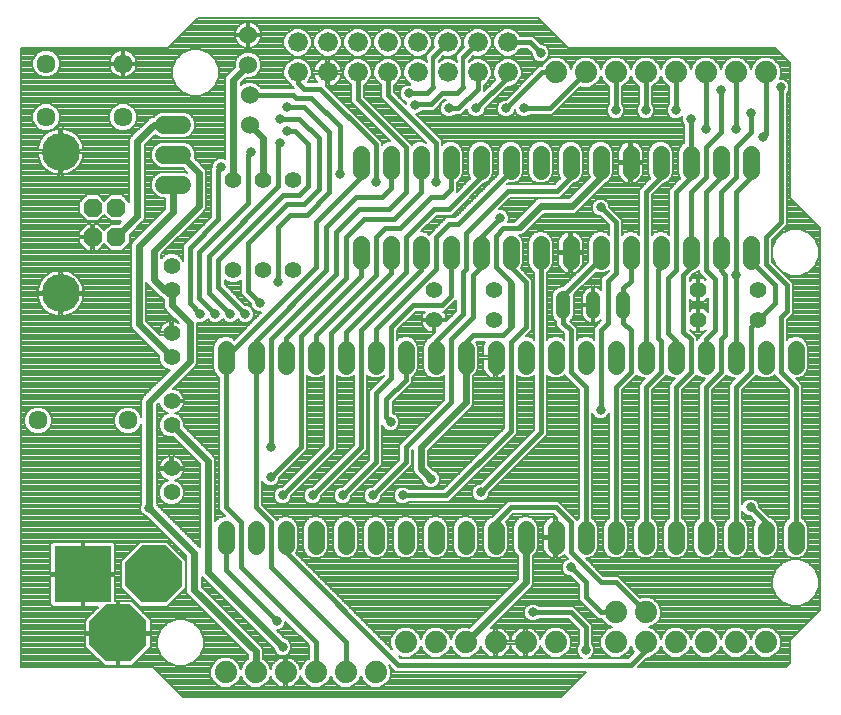
<source format=gbl>
G75*
%MOIN*%
%OFA0B0*%
%FSLAX25Y25*%
%IPPOS*%
%LPD*%
%AMOC8*
5,1,8,0,0,1.08239X$1,22.5*
%
%ADD10C,0.05600*%
%ADD11C,0.07400*%
%ADD12C,0.06600*%
%ADD13OC8,0.06140*%
%ADD14C,0.12661*%
%ADD15OC8,0.19000*%
%ADD16R,0.19000X0.19000*%
%ADD17C,0.05550*%
%ADD18C,0.04800*%
%ADD19C,0.04762*%
%ADD20C,0.06000*%
%ADD21C,0.06337*%
%ADD22C,0.06000*%
%ADD23C,0.00800*%
%ADD24C,0.01600*%
%ADD25C,0.03169*%
%ADD26C,0.01200*%
%ADD27C,0.03200*%
%ADD28C,0.02400*%
D10*
X0096461Y0185533D02*
X0096461Y0191133D01*
X0106461Y0191133D02*
X0106461Y0185533D01*
X0116461Y0185533D02*
X0116461Y0191133D01*
X0126461Y0191133D02*
X0126461Y0185533D01*
X0136461Y0185533D02*
X0136461Y0191133D01*
X0146461Y0191133D02*
X0146461Y0185533D01*
X0156461Y0185533D02*
X0156461Y0191133D01*
X0166461Y0191133D02*
X0166461Y0185533D01*
X0176461Y0185533D02*
X0176461Y0191133D01*
X0186461Y0191133D02*
X0186461Y0185533D01*
X0196461Y0185533D02*
X0196461Y0191133D01*
X0206461Y0191133D02*
X0206461Y0185533D01*
X0216461Y0185533D02*
X0216461Y0191133D01*
X0226461Y0191133D02*
X0226461Y0185533D01*
X0236461Y0185533D02*
X0236461Y0191133D01*
X0246461Y0191133D02*
X0246461Y0185533D01*
X0256461Y0185533D02*
X0256461Y0191133D01*
X0266461Y0191133D02*
X0266461Y0185533D01*
X0276461Y0185533D02*
X0276461Y0191133D01*
X0286461Y0191133D02*
X0286461Y0185533D01*
X0286461Y0245533D02*
X0286461Y0251133D01*
X0276461Y0251133D02*
X0276461Y0245533D01*
X0266461Y0245533D02*
X0266461Y0251133D01*
X0256461Y0251133D02*
X0256461Y0245533D01*
X0246461Y0245533D02*
X0246461Y0251133D01*
X0236461Y0251133D02*
X0236461Y0245533D01*
X0226461Y0245533D02*
X0226461Y0251133D01*
X0216461Y0251133D02*
X0216461Y0245533D01*
X0206461Y0245533D02*
X0206461Y0251133D01*
X0196461Y0251133D02*
X0196461Y0245533D01*
X0186461Y0245533D02*
X0186461Y0251133D01*
X0176461Y0251133D02*
X0176461Y0245533D01*
X0166461Y0245533D02*
X0166461Y0251133D01*
X0156461Y0251133D02*
X0156461Y0245533D01*
X0146461Y0245533D02*
X0146461Y0251133D01*
X0136461Y0251133D02*
X0136461Y0245533D01*
X0126461Y0245533D02*
X0126461Y0251133D01*
X0116461Y0251133D02*
X0116461Y0245533D01*
X0106461Y0245533D02*
X0106461Y0251133D01*
X0096461Y0251133D02*
X0096461Y0245533D01*
X0141461Y0280533D02*
X0141461Y0286133D01*
X0151461Y0286133D02*
X0151461Y0280533D01*
X0161461Y0280533D02*
X0161461Y0286133D01*
X0171461Y0286133D02*
X0171461Y0280533D01*
X0181461Y0280533D02*
X0181461Y0286133D01*
X0191461Y0286133D02*
X0191461Y0280533D01*
X0201461Y0280533D02*
X0201461Y0286133D01*
X0211461Y0286133D02*
X0211461Y0280533D01*
X0221461Y0280533D02*
X0221461Y0286133D01*
X0231461Y0286133D02*
X0231461Y0280533D01*
X0241461Y0280533D02*
X0241461Y0286133D01*
X0251461Y0286133D02*
X0251461Y0280533D01*
X0261461Y0280533D02*
X0261461Y0286133D01*
X0271461Y0286133D02*
X0271461Y0280533D01*
X0271461Y0310533D02*
X0271461Y0316133D01*
X0261461Y0316133D02*
X0261461Y0310533D01*
X0251461Y0310533D02*
X0251461Y0316133D01*
X0241461Y0316133D02*
X0241461Y0310533D01*
X0231461Y0310533D02*
X0231461Y0316133D01*
X0221461Y0316133D02*
X0221461Y0310533D01*
X0211461Y0310533D02*
X0211461Y0316133D01*
X0201461Y0316133D02*
X0201461Y0310533D01*
X0191461Y0310533D02*
X0191461Y0316133D01*
X0181461Y0316133D02*
X0181461Y0310533D01*
X0171461Y0310533D02*
X0171461Y0316133D01*
X0161461Y0316133D02*
X0161461Y0310533D01*
X0151461Y0310533D02*
X0151461Y0316133D01*
X0141461Y0316133D02*
X0141461Y0310533D01*
D11*
X0206461Y0343333D03*
X0216461Y0343333D03*
X0226461Y0343333D03*
X0236461Y0343333D03*
X0246461Y0343333D03*
X0256461Y0343333D03*
X0266461Y0343333D03*
X0276461Y0343333D03*
X0236461Y0163333D03*
X0226461Y0163333D03*
X0226461Y0153333D03*
X0236461Y0153333D03*
X0246461Y0153333D03*
X0256461Y0153333D03*
X0266461Y0153333D03*
X0276461Y0153333D03*
X0206461Y0153333D03*
X0196461Y0153333D03*
X0186461Y0153333D03*
X0176461Y0153333D03*
X0166461Y0153333D03*
X0156461Y0153333D03*
X0146461Y0143333D03*
X0136461Y0143333D03*
X0126461Y0143333D03*
X0116461Y0143333D03*
X0106461Y0143333D03*
X0096461Y0143333D03*
D12*
X0120461Y0343333D03*
X0130461Y0343333D03*
X0140461Y0343333D03*
X0150461Y0343333D03*
X0160461Y0343333D03*
X0170461Y0343333D03*
X0180461Y0343333D03*
X0190461Y0343333D03*
X0190461Y0353333D03*
X0180461Y0353333D03*
X0170461Y0353333D03*
X0160461Y0353333D03*
X0150461Y0353333D03*
X0140461Y0353333D03*
X0130461Y0353333D03*
X0120461Y0353333D03*
D13*
X0060004Y0298255D03*
X0052130Y0298255D03*
X0052130Y0288412D03*
X0060004Y0288412D03*
D14*
X0041461Y0269711D03*
X0041461Y0316955D03*
D15*
X0072461Y0176033D03*
X0060661Y0156333D03*
D16*
X0048861Y0176033D03*
D17*
X0078461Y0203333D03*
X0078461Y0211333D03*
X0078461Y0225833D03*
X0078461Y0233833D03*
X0078461Y0248333D03*
X0078461Y0256333D03*
X0078461Y0270833D03*
X0078461Y0278833D03*
X0098961Y0277333D03*
X0108961Y0277333D03*
X0118961Y0277333D03*
X0118961Y0307333D03*
X0108961Y0307333D03*
X0098961Y0307333D03*
X0165961Y0270833D03*
X0165961Y0260833D03*
X0185961Y0260833D03*
X0185961Y0270833D03*
X0253961Y0270833D03*
X0253961Y0260833D03*
X0273961Y0260833D03*
X0273961Y0270833D03*
D18*
X0228961Y0268233D02*
X0228961Y0263433D01*
X0208961Y0263433D02*
X0208961Y0268233D01*
D19*
X0218961Y0268214D02*
X0218961Y0263452D01*
D20*
X0104461Y0325833D03*
X0104461Y0335833D03*
X0103961Y0345833D03*
X0103961Y0355833D03*
D21*
X0062261Y0346233D03*
X0062261Y0328433D03*
X0036661Y0328433D03*
X0036661Y0346233D03*
X0033961Y0227333D03*
X0063961Y0227333D03*
D22*
X0075961Y0305833D02*
X0081961Y0305833D01*
X0081961Y0315833D02*
X0075961Y0315833D01*
X0075961Y0325833D02*
X0081961Y0325833D01*
D23*
X0073361Y0144120D02*
X0082248Y0135233D01*
X0208174Y0135233D01*
X0216574Y0143633D01*
X0153049Y0143633D01*
X0151761Y0144922D01*
X0151761Y0144922D01*
X0151013Y0145670D01*
X0151561Y0144348D01*
X0151561Y0142319D01*
X0150784Y0140444D01*
X0149350Y0139010D01*
X0147475Y0138233D01*
X0145446Y0138233D01*
X0143572Y0139010D01*
X0142137Y0140444D01*
X0141461Y0142077D01*
X0140784Y0140444D01*
X0139350Y0139010D01*
X0137475Y0138233D01*
X0135446Y0138233D01*
X0133572Y0139010D01*
X0132137Y0140444D01*
X0131461Y0142077D01*
X0130784Y0140444D01*
X0129350Y0139010D01*
X0127475Y0138233D01*
X0125446Y0138233D01*
X0123572Y0139010D01*
X0122137Y0140444D01*
X0121435Y0142139D01*
X0121435Y0142139D01*
X0121187Y0141376D01*
X0120823Y0140660D01*
X0120351Y0140011D01*
X0119783Y0139443D01*
X0119134Y0138971D01*
X0118418Y0138607D01*
X0117655Y0138359D01*
X0116862Y0138233D01*
X0116861Y0138233D01*
X0116861Y0142933D01*
X0116061Y0142933D01*
X0116061Y0138233D01*
X0116059Y0138233D01*
X0115266Y0138359D01*
X0114503Y0138607D01*
X0113788Y0138971D01*
X0113138Y0139443D01*
X0112571Y0140011D01*
X0112099Y0140660D01*
X0111734Y0141376D01*
X0111486Y0142139D01*
X0111486Y0142139D01*
X0110784Y0140444D01*
X0109350Y0139010D01*
X0107475Y0138233D01*
X0105446Y0138233D01*
X0103572Y0139010D01*
X0102137Y0140444D01*
X0101461Y0142077D01*
X0100784Y0140444D01*
X0099350Y0139010D01*
X0097475Y0138233D01*
X0095446Y0138233D01*
X0093572Y0139010D01*
X0092137Y0140444D01*
X0091361Y0142319D01*
X0091361Y0144348D01*
X0092137Y0146222D01*
X0093572Y0147657D01*
X0095446Y0148433D01*
X0097475Y0148433D01*
X0099350Y0147657D01*
X0100784Y0146222D01*
X0101461Y0144589D01*
X0102137Y0146222D01*
X0103572Y0147657D01*
X0103861Y0147777D01*
X0103861Y0149256D01*
X0084488Y0168629D01*
X0083756Y0169361D01*
X0083361Y0170316D01*
X0083361Y0182156D01*
X0070198Y0195319D01*
X0069270Y0195703D01*
X0068431Y0196543D01*
X0067976Y0197640D01*
X0067976Y0198827D01*
X0068361Y0199755D01*
X0068361Y0226018D01*
X0067834Y0224745D01*
X0066548Y0223460D01*
X0064869Y0222765D01*
X0063052Y0222765D01*
X0061373Y0223460D01*
X0060088Y0224745D01*
X0059392Y0226425D01*
X0059392Y0228242D01*
X0060088Y0229921D01*
X0061373Y0231206D01*
X0063052Y0231902D01*
X0064869Y0231902D01*
X0066548Y0231206D01*
X0067834Y0229921D01*
X0068361Y0228649D01*
X0068361Y0234051D01*
X0068756Y0235006D01*
X0077909Y0244159D01*
X0077630Y0244159D01*
X0076096Y0244794D01*
X0074921Y0245968D01*
X0074286Y0247503D01*
X0074286Y0248831D01*
X0065988Y0257129D01*
X0065988Y0257129D01*
X0065256Y0257861D01*
X0064861Y0258816D01*
X0064861Y0285851D01*
X0065256Y0286806D01*
X0076361Y0297910D01*
X0076361Y0301433D01*
X0075085Y0301433D01*
X0073468Y0302103D01*
X0072230Y0303341D01*
X0071561Y0304958D01*
X0071561Y0306709D01*
X0072230Y0308326D01*
X0073468Y0309563D01*
X0075085Y0310233D01*
X0082836Y0310233D01*
X0083771Y0309846D01*
X0082184Y0311433D01*
X0075085Y0311433D01*
X0073468Y0312103D01*
X0072230Y0313341D01*
X0071561Y0314958D01*
X0071561Y0316709D01*
X0072230Y0318326D01*
X0073468Y0319563D01*
X0075085Y0320233D01*
X0082836Y0320233D01*
X0084453Y0319563D01*
X0085691Y0318326D01*
X0086361Y0316709D01*
X0086361Y0314958D01*
X0086259Y0314712D01*
X0089665Y0311306D01*
X0090061Y0310351D01*
X0090061Y0298316D01*
X0089665Y0297361D01*
X0088933Y0296629D01*
X0075061Y0282756D01*
X0075061Y0281337D01*
X0076096Y0282373D01*
X0077630Y0283008D01*
X0079291Y0283008D01*
X0080825Y0282373D01*
X0082000Y0281198D01*
X0082261Y0280569D01*
X0082261Y0285745D01*
X0083549Y0287033D01*
X0083549Y0287033D01*
X0091761Y0295245D01*
X0091761Y0311745D01*
X0091976Y0311960D01*
X0091976Y0312427D01*
X0092431Y0313524D01*
X0093270Y0314363D01*
X0094367Y0314818D01*
X0095554Y0314818D01*
X0096361Y0314484D01*
X0096361Y0341351D01*
X0096756Y0342306D01*
X0099561Y0345110D01*
X0099561Y0346709D01*
X0100230Y0348326D01*
X0101468Y0349563D01*
X0103085Y0350233D01*
X0104836Y0350233D01*
X0106453Y0349563D01*
X0107691Y0348326D01*
X0108361Y0346709D01*
X0108361Y0344958D01*
X0107691Y0343341D01*
X0106453Y0342103D01*
X0104836Y0341433D01*
X0103238Y0341433D01*
X0101561Y0339756D01*
X0101561Y0339156D01*
X0101968Y0339563D01*
X0103585Y0340233D01*
X0105336Y0340233D01*
X0106953Y0339563D01*
X0108191Y0338326D01*
X0108312Y0338033D01*
X0119149Y0338033D01*
X0118261Y0338922D01*
X0118261Y0339157D01*
X0117798Y0339349D01*
X0116476Y0340671D01*
X0115761Y0342398D01*
X0115761Y0344268D01*
X0116476Y0345996D01*
X0117798Y0347318D01*
X0119526Y0348033D01*
X0121396Y0348033D01*
X0123123Y0347318D01*
X0124445Y0345996D01*
X0125161Y0344268D01*
X0125161Y0342398D01*
X0124445Y0340671D01*
X0123807Y0340033D01*
X0127114Y0340033D01*
X0126876Y0340271D01*
X0126441Y0340870D01*
X0126105Y0341529D01*
X0125876Y0342233D01*
X0125765Y0342933D01*
X0130061Y0342933D01*
X0130861Y0342933D01*
X0130861Y0343733D01*
X0135156Y0343733D01*
X0135045Y0344434D01*
X0134816Y0345137D01*
X0134480Y0345797D01*
X0134046Y0346395D01*
X0133522Y0346918D01*
X0132924Y0347353D01*
X0132265Y0347689D01*
X0131561Y0347918D01*
X0130861Y0348029D01*
X0130861Y0343733D01*
X0130061Y0343733D01*
X0130061Y0342933D01*
X0130061Y0338845D01*
X0147372Y0321533D01*
X0148661Y0320245D01*
X0148661Y0319273D01*
X0149082Y0319694D01*
X0150625Y0320333D01*
X0151349Y0320333D01*
X0138261Y0333422D01*
X0138261Y0339157D01*
X0137798Y0339349D01*
X0136476Y0340671D01*
X0135761Y0342398D01*
X0135761Y0344268D01*
X0136476Y0345996D01*
X0137798Y0347318D01*
X0139526Y0348033D01*
X0141396Y0348033D01*
X0143123Y0347318D01*
X0144445Y0345996D01*
X0145161Y0344268D01*
X0145161Y0342398D01*
X0144445Y0340671D01*
X0143123Y0339349D01*
X0142661Y0339157D01*
X0142661Y0335245D01*
X0157372Y0320533D01*
X0158646Y0319259D01*
X0159082Y0319694D01*
X0160625Y0320333D01*
X0162296Y0320333D01*
X0163241Y0319942D01*
X0149549Y0333633D01*
X0148261Y0334922D01*
X0148261Y0339157D01*
X0147798Y0339349D01*
X0146476Y0340671D01*
X0145761Y0342398D01*
X0145761Y0344268D01*
X0146476Y0345996D01*
X0147798Y0347318D01*
X0149526Y0348033D01*
X0151396Y0348033D01*
X0153123Y0347318D01*
X0154445Y0345996D01*
X0155161Y0344268D01*
X0155161Y0342398D01*
X0154445Y0340671D01*
X0153123Y0339349D01*
X0152661Y0339157D01*
X0152661Y0336745D01*
X0156477Y0332928D01*
X0156683Y0333425D01*
X0155770Y0333803D01*
X0154931Y0334643D01*
X0154476Y0335740D01*
X0154476Y0336927D01*
X0154931Y0338024D01*
X0155770Y0338863D01*
X0156867Y0339318D01*
X0157874Y0339318D01*
X0157798Y0339349D01*
X0156476Y0340671D01*
X0155761Y0342398D01*
X0155761Y0344268D01*
X0156476Y0345996D01*
X0157798Y0347318D01*
X0159526Y0348033D01*
X0161396Y0348033D01*
X0163123Y0347318D01*
X0163461Y0346980D01*
X0163461Y0347222D01*
X0163261Y0347422D01*
X0163261Y0349245D01*
X0165952Y0351936D01*
X0165761Y0352398D01*
X0165761Y0354268D01*
X0166476Y0355996D01*
X0167798Y0357318D01*
X0169526Y0358033D01*
X0171396Y0358033D01*
X0173123Y0357318D01*
X0174445Y0355996D01*
X0175161Y0354268D01*
X0175161Y0352398D01*
X0174445Y0350671D01*
X0173123Y0349349D01*
X0171396Y0348633D01*
X0169526Y0348633D01*
X0169063Y0348825D01*
X0167461Y0347222D01*
X0167461Y0346980D01*
X0167798Y0347318D01*
X0169526Y0348033D01*
X0171396Y0348033D01*
X0173123Y0347318D01*
X0173461Y0346980D01*
X0173461Y0347222D01*
X0173261Y0347422D01*
X0173261Y0349245D01*
X0175952Y0351936D01*
X0175761Y0352398D01*
X0175761Y0354268D01*
X0176476Y0355996D01*
X0177798Y0357318D01*
X0179526Y0358033D01*
X0181396Y0358033D01*
X0183123Y0357318D01*
X0184445Y0355996D01*
X0185161Y0354268D01*
X0185161Y0352398D01*
X0184445Y0350671D01*
X0183123Y0349349D01*
X0181396Y0348633D01*
X0179526Y0348633D01*
X0179063Y0348825D01*
X0177461Y0347222D01*
X0177461Y0346980D01*
X0177798Y0347318D01*
X0179526Y0348033D01*
X0181396Y0348033D01*
X0183123Y0347318D01*
X0184445Y0345996D01*
X0185161Y0344268D01*
X0185161Y0342398D01*
X0184445Y0340671D01*
X0183123Y0339349D01*
X0182661Y0339157D01*
X0182661Y0337145D01*
X0186391Y0340875D01*
X0185761Y0342398D01*
X0185761Y0344268D01*
X0186476Y0345996D01*
X0187798Y0347318D01*
X0189526Y0348033D01*
X0191396Y0348033D01*
X0193123Y0347318D01*
X0194445Y0345996D01*
X0195161Y0344268D01*
X0195161Y0342398D01*
X0194445Y0340671D01*
X0193123Y0339349D01*
X0191396Y0338633D01*
X0190372Y0338633D01*
X0182945Y0331206D01*
X0182945Y0330740D01*
X0182491Y0329643D01*
X0181651Y0328803D01*
X0180554Y0328349D01*
X0179367Y0328349D01*
X0178270Y0328803D01*
X0177431Y0329643D01*
X0176976Y0330740D01*
X0176976Y0331238D01*
X0174872Y0329133D01*
X0172981Y0329133D01*
X0172651Y0328803D01*
X0171554Y0328349D01*
X0170367Y0328349D01*
X0169270Y0328803D01*
X0168431Y0329643D01*
X0167976Y0330740D01*
X0167976Y0331927D01*
X0168431Y0333024D01*
X0169270Y0333863D01*
X0169922Y0334133D01*
X0169372Y0334133D01*
X0165872Y0330633D01*
X0161981Y0330633D01*
X0161151Y0329803D01*
X0160056Y0329350D01*
X0168661Y0320745D01*
X0168661Y0319273D01*
X0169082Y0319694D01*
X0170625Y0320333D01*
X0172296Y0320333D01*
X0173840Y0319694D01*
X0175021Y0318512D01*
X0175661Y0316969D01*
X0175661Y0309698D01*
X0175021Y0308154D01*
X0173840Y0306973D01*
X0173661Y0306899D01*
X0173661Y0303645D01*
X0178035Y0308019D01*
X0177900Y0308154D01*
X0177261Y0309698D01*
X0177261Y0316969D01*
X0177900Y0318512D01*
X0179082Y0319694D01*
X0180625Y0320333D01*
X0182296Y0320333D01*
X0183840Y0319694D01*
X0185021Y0318512D01*
X0185661Y0316969D01*
X0185661Y0309698D01*
X0185021Y0308154D01*
X0183840Y0306973D01*
X0182767Y0306528D01*
X0182372Y0306133D01*
X0171872Y0295633D01*
X0166872Y0295633D01*
X0161572Y0290333D01*
X0162296Y0290333D01*
X0163840Y0289694D01*
X0164275Y0289259D01*
X0168761Y0293745D01*
X0170049Y0295033D01*
X0173049Y0295033D01*
X0187393Y0309377D01*
X0187261Y0309698D01*
X0187261Y0316969D01*
X0187900Y0318512D01*
X0189082Y0319694D01*
X0190625Y0320333D01*
X0192296Y0320333D01*
X0193840Y0319694D01*
X0195021Y0318512D01*
X0195661Y0316969D01*
X0195661Y0309698D01*
X0195021Y0308154D01*
X0193840Y0306973D01*
X0192296Y0306333D01*
X0190625Y0306333D01*
X0190587Y0306349D01*
X0190272Y0306033D01*
X0206049Y0306033D01*
X0208035Y0308019D01*
X0207900Y0308154D01*
X0207261Y0309698D01*
X0207261Y0316969D01*
X0207900Y0318512D01*
X0209082Y0319694D01*
X0210625Y0320333D01*
X0212296Y0320333D01*
X0213840Y0319694D01*
X0215021Y0318512D01*
X0215661Y0316969D01*
X0215661Y0309698D01*
X0215021Y0308154D01*
X0213840Y0306973D01*
X0212767Y0306528D01*
X0209161Y0302922D01*
X0207872Y0301633D01*
X0191372Y0301633D01*
X0187556Y0297818D01*
X0188554Y0297818D01*
X0189651Y0297363D01*
X0190491Y0296524D01*
X0190945Y0295427D01*
X0190945Y0294240D01*
X0190652Y0293533D01*
X0192484Y0293533D01*
X0199256Y0300306D01*
X0199988Y0301037D01*
X0200943Y0301433D01*
X0210884Y0301433D01*
X0217814Y0308363D01*
X0217261Y0309698D01*
X0217261Y0316969D01*
X0217900Y0318512D01*
X0219082Y0319694D01*
X0220625Y0320333D01*
X0222296Y0320333D01*
X0223840Y0319694D01*
X0225021Y0318512D01*
X0225661Y0316969D01*
X0225661Y0309698D01*
X0225021Y0308154D01*
X0223840Y0306973D01*
X0223685Y0306909D01*
X0223665Y0306861D01*
X0222933Y0306129D01*
X0213433Y0296629D01*
X0212478Y0296233D01*
X0202538Y0296233D01*
X0195933Y0289629D01*
X0194978Y0289233D01*
X0194972Y0289233D01*
X0194872Y0289133D01*
X0194400Y0289133D01*
X0195021Y0288512D01*
X0195661Y0286969D01*
X0195661Y0279698D01*
X0195021Y0278154D01*
X0194886Y0278019D01*
X0197372Y0275533D01*
X0198661Y0274245D01*
X0198661Y0257422D01*
X0196572Y0255333D01*
X0197296Y0255333D01*
X0198840Y0254694D01*
X0199261Y0254273D01*
X0199261Y0276899D01*
X0199082Y0276973D01*
X0197900Y0278154D01*
X0197261Y0279698D01*
X0197261Y0286969D01*
X0197900Y0288512D01*
X0199082Y0289694D01*
X0200625Y0290333D01*
X0202296Y0290333D01*
X0203840Y0289694D01*
X0205021Y0288512D01*
X0205661Y0286969D01*
X0205661Y0279698D01*
X0205021Y0278154D01*
X0203840Y0276973D01*
X0203661Y0276899D01*
X0203661Y0254273D01*
X0204082Y0254694D01*
X0205625Y0255333D01*
X0207296Y0255333D01*
X0208840Y0254694D01*
X0209261Y0254273D01*
X0209261Y0256422D01*
X0208049Y0257633D01*
X0206761Y0258922D01*
X0206761Y0260259D01*
X0205739Y0261281D01*
X0205161Y0262677D01*
X0205161Y0268989D01*
X0205739Y0270386D01*
X0206808Y0271455D01*
X0208205Y0272033D01*
X0209049Y0272033D01*
X0217261Y0280245D01*
X0217261Y0286969D01*
X0217900Y0288512D01*
X0219082Y0289694D01*
X0220625Y0290333D01*
X0222296Y0290333D01*
X0223840Y0289694D01*
X0224261Y0289273D01*
X0224261Y0292422D01*
X0221334Y0295349D01*
X0220867Y0295349D01*
X0219770Y0295803D01*
X0218931Y0296643D01*
X0218476Y0297740D01*
X0218476Y0298927D01*
X0218931Y0300024D01*
X0219770Y0300863D01*
X0220867Y0301318D01*
X0222054Y0301318D01*
X0223151Y0300863D01*
X0223991Y0300024D01*
X0224445Y0298927D01*
X0224445Y0298460D01*
X0228661Y0294245D01*
X0228661Y0289273D01*
X0229082Y0289694D01*
X0230625Y0290333D01*
X0232296Y0290333D01*
X0233840Y0289694D01*
X0234261Y0289273D01*
X0234261Y0304245D01*
X0238035Y0308019D01*
X0237900Y0308154D01*
X0237261Y0309698D01*
X0237261Y0316969D01*
X0237900Y0318512D01*
X0239082Y0319694D01*
X0240625Y0320333D01*
X0242296Y0320333D01*
X0243840Y0319694D01*
X0245021Y0318512D01*
X0245661Y0316969D01*
X0245661Y0309698D01*
X0245021Y0308154D01*
X0243840Y0306973D01*
X0242767Y0306528D01*
X0242372Y0306133D01*
X0238661Y0302422D01*
X0238661Y0289273D01*
X0239082Y0289694D01*
X0240625Y0290333D01*
X0242296Y0290333D01*
X0243840Y0289694D01*
X0244261Y0289273D01*
X0244261Y0304245D01*
X0248035Y0308019D01*
X0247900Y0308154D01*
X0247261Y0309698D01*
X0247261Y0316969D01*
X0247900Y0318512D01*
X0249082Y0319694D01*
X0249261Y0319768D01*
X0249261Y0325813D01*
X0248931Y0326143D01*
X0248476Y0327240D01*
X0248476Y0328427D01*
X0248619Y0328771D01*
X0248151Y0328303D01*
X0247054Y0327849D01*
X0245867Y0327849D01*
X0244770Y0328303D01*
X0243931Y0329143D01*
X0243476Y0330240D01*
X0243476Y0331427D01*
X0243931Y0332524D01*
X0244261Y0332854D01*
X0244261Y0338724D01*
X0243572Y0339010D01*
X0242137Y0340444D01*
X0241461Y0342077D01*
X0240784Y0340444D01*
X0239350Y0339010D01*
X0238661Y0338724D01*
X0238661Y0332854D01*
X0238991Y0332524D01*
X0239445Y0331427D01*
X0239445Y0330240D01*
X0238991Y0329143D01*
X0238151Y0328303D01*
X0237054Y0327849D01*
X0235867Y0327849D01*
X0234770Y0328303D01*
X0233931Y0329143D01*
X0233476Y0330240D01*
X0233476Y0331427D01*
X0233931Y0332524D01*
X0234261Y0332854D01*
X0234261Y0338724D01*
X0233572Y0339010D01*
X0232137Y0340444D01*
X0231461Y0342077D01*
X0230784Y0340444D01*
X0229350Y0339010D01*
X0228661Y0338724D01*
X0228661Y0332854D01*
X0228991Y0332524D01*
X0229445Y0331427D01*
X0229445Y0330240D01*
X0228991Y0329143D01*
X0228151Y0328303D01*
X0227054Y0327849D01*
X0225867Y0327849D01*
X0224770Y0328303D01*
X0223931Y0329143D01*
X0223476Y0330240D01*
X0223476Y0331427D01*
X0223931Y0332524D01*
X0224261Y0332854D01*
X0224261Y0338724D01*
X0223572Y0339010D01*
X0222137Y0340444D01*
X0221461Y0342077D01*
X0220784Y0340444D01*
X0219350Y0339010D01*
X0217475Y0338233D01*
X0215446Y0338233D01*
X0214757Y0338519D01*
X0205372Y0329133D01*
X0197981Y0329133D01*
X0197651Y0328803D01*
X0196554Y0328349D01*
X0195367Y0328349D01*
X0194270Y0328803D01*
X0193431Y0329643D01*
X0192976Y0330740D01*
X0192976Y0331238D01*
X0192945Y0331206D01*
X0192945Y0330740D01*
X0192491Y0329643D01*
X0191651Y0328803D01*
X0190554Y0328349D01*
X0189367Y0328349D01*
X0188270Y0328803D01*
X0187431Y0329643D01*
X0186976Y0330740D01*
X0186976Y0331927D01*
X0187431Y0333024D01*
X0188270Y0333863D01*
X0189367Y0334318D01*
X0189834Y0334318D01*
X0199761Y0344245D01*
X0201049Y0345533D01*
X0201852Y0345533D01*
X0202137Y0346222D01*
X0203572Y0347657D01*
X0205446Y0348433D01*
X0207475Y0348433D01*
X0209350Y0347657D01*
X0210784Y0346222D01*
X0211461Y0344589D01*
X0212137Y0346222D01*
X0213572Y0347657D01*
X0215446Y0348433D01*
X0217475Y0348433D01*
X0219350Y0347657D01*
X0220784Y0346222D01*
X0221461Y0344589D01*
X0222137Y0346222D01*
X0223572Y0347657D01*
X0225446Y0348433D01*
X0227475Y0348433D01*
X0229350Y0347657D01*
X0230784Y0346222D01*
X0231461Y0344589D01*
X0232137Y0346222D01*
X0233572Y0347657D01*
X0235446Y0348433D01*
X0237475Y0348433D01*
X0239350Y0347657D01*
X0240784Y0346222D01*
X0241461Y0344589D01*
X0242137Y0346222D01*
X0243572Y0347657D01*
X0245446Y0348433D01*
X0247475Y0348433D01*
X0249350Y0347657D01*
X0250784Y0346222D01*
X0251461Y0344589D01*
X0252137Y0346222D01*
X0253572Y0347657D01*
X0255446Y0348433D01*
X0257475Y0348433D01*
X0259350Y0347657D01*
X0260784Y0346222D01*
X0261461Y0344589D01*
X0262137Y0346222D01*
X0263572Y0347657D01*
X0265446Y0348433D01*
X0267475Y0348433D01*
X0269350Y0347657D01*
X0270784Y0346222D01*
X0271461Y0344589D01*
X0272137Y0346222D01*
X0273572Y0347657D01*
X0275446Y0348433D01*
X0277475Y0348433D01*
X0279350Y0347657D01*
X0280784Y0346222D01*
X0281561Y0344348D01*
X0281561Y0342319D01*
X0281146Y0341318D01*
X0282054Y0341318D01*
X0283151Y0340863D01*
X0283991Y0340024D01*
X0284445Y0338927D01*
X0284445Y0337740D01*
X0283991Y0336643D01*
X0283661Y0336313D01*
X0283661Y0292422D01*
X0282372Y0291133D01*
X0278661Y0287422D01*
X0278661Y0280245D01*
X0285661Y0273245D01*
X0285661Y0262922D01*
X0284372Y0261633D01*
X0283661Y0260922D01*
X0283661Y0254273D01*
X0284082Y0254694D01*
X0285625Y0255333D01*
X0287296Y0255333D01*
X0288840Y0254694D01*
X0290021Y0253512D01*
X0290661Y0251969D01*
X0290661Y0244698D01*
X0290021Y0243154D01*
X0288840Y0241973D01*
X0287296Y0241333D01*
X0286572Y0241333D01*
X0288661Y0239245D01*
X0288661Y0194768D01*
X0288840Y0194694D01*
X0290021Y0193512D01*
X0290661Y0191969D01*
X0290661Y0184698D01*
X0290021Y0183154D01*
X0288840Y0181973D01*
X0287296Y0181333D01*
X0285625Y0181333D01*
X0284082Y0181973D01*
X0282900Y0183154D01*
X0282261Y0184698D01*
X0282261Y0191969D01*
X0282900Y0193512D01*
X0284082Y0194694D01*
X0284261Y0194768D01*
X0284261Y0237422D01*
X0280549Y0241133D01*
X0279275Y0242408D01*
X0278840Y0241973D01*
X0277296Y0241333D01*
X0275625Y0241333D01*
X0274082Y0241973D01*
X0273646Y0242408D01*
X0272372Y0241133D01*
X0268661Y0237422D01*
X0268661Y0199372D01*
X0268931Y0200024D01*
X0269770Y0200863D01*
X0270867Y0201318D01*
X0272054Y0201318D01*
X0273151Y0200863D01*
X0273991Y0200024D01*
X0274445Y0198927D01*
X0274445Y0198460D01*
X0277767Y0195138D01*
X0278840Y0194694D01*
X0280021Y0193512D01*
X0280661Y0191969D01*
X0280661Y0184698D01*
X0280021Y0183154D01*
X0278840Y0181973D01*
X0277296Y0181333D01*
X0275625Y0181333D01*
X0274082Y0181973D01*
X0272900Y0183154D01*
X0272261Y0184698D01*
X0272261Y0191969D01*
X0272900Y0193512D01*
X0273035Y0193648D01*
X0271334Y0195349D01*
X0270867Y0195349D01*
X0269770Y0195803D01*
X0268931Y0196643D01*
X0268661Y0197295D01*
X0268661Y0194768D01*
X0268840Y0194694D01*
X0270021Y0193512D01*
X0270661Y0191969D01*
X0270661Y0184698D01*
X0270021Y0183154D01*
X0268840Y0181973D01*
X0267296Y0181333D01*
X0265625Y0181333D01*
X0264082Y0181973D01*
X0262900Y0183154D01*
X0262261Y0184698D01*
X0262261Y0191969D01*
X0262900Y0193512D01*
X0264082Y0194694D01*
X0264261Y0194768D01*
X0264261Y0239245D01*
X0266349Y0241333D01*
X0265625Y0241333D01*
X0264082Y0241973D01*
X0263646Y0242408D01*
X0258661Y0237422D01*
X0258661Y0194768D01*
X0258840Y0194694D01*
X0260021Y0193512D01*
X0260661Y0191969D01*
X0260661Y0184698D01*
X0260021Y0183154D01*
X0258840Y0181973D01*
X0257296Y0181333D01*
X0255625Y0181333D01*
X0254082Y0181973D01*
X0252900Y0183154D01*
X0252261Y0184698D01*
X0252261Y0191969D01*
X0252900Y0193512D01*
X0254082Y0194694D01*
X0254261Y0194768D01*
X0254261Y0239245D01*
X0255549Y0240533D01*
X0256349Y0241333D01*
X0255625Y0241333D01*
X0254082Y0241973D01*
X0253646Y0242408D01*
X0252372Y0241133D01*
X0248661Y0237422D01*
X0248661Y0194768D01*
X0248840Y0194694D01*
X0250021Y0193512D01*
X0250661Y0191969D01*
X0250661Y0184698D01*
X0250021Y0183154D01*
X0248840Y0181973D01*
X0247296Y0181333D01*
X0245625Y0181333D01*
X0244082Y0181973D01*
X0242900Y0183154D01*
X0242261Y0184698D01*
X0242261Y0191969D01*
X0242900Y0193512D01*
X0244082Y0194694D01*
X0244261Y0194768D01*
X0244261Y0239245D01*
X0246349Y0241333D01*
X0245625Y0241333D01*
X0244082Y0241973D01*
X0243646Y0242408D01*
X0242372Y0241133D01*
X0238661Y0237422D01*
X0238661Y0194768D01*
X0238840Y0194694D01*
X0240021Y0193512D01*
X0240661Y0191969D01*
X0240661Y0184698D01*
X0240021Y0183154D01*
X0238840Y0181973D01*
X0237296Y0181333D01*
X0235625Y0181333D01*
X0234082Y0181973D01*
X0232900Y0183154D01*
X0232261Y0184698D01*
X0232261Y0191969D01*
X0232900Y0193512D01*
X0234082Y0194694D01*
X0234261Y0194768D01*
X0234261Y0239245D01*
X0236349Y0241333D01*
X0235625Y0241333D01*
X0234082Y0241973D01*
X0233646Y0242408D01*
X0232372Y0241133D01*
X0228661Y0237422D01*
X0228661Y0194768D01*
X0228840Y0194694D01*
X0230021Y0193512D01*
X0230661Y0191969D01*
X0230661Y0184698D01*
X0230021Y0183154D01*
X0228840Y0181973D01*
X0227296Y0181333D01*
X0225625Y0181333D01*
X0224082Y0181973D01*
X0222900Y0183154D01*
X0222261Y0184698D01*
X0222261Y0191969D01*
X0222900Y0193512D01*
X0224082Y0194694D01*
X0224261Y0194768D01*
X0224261Y0229795D01*
X0223991Y0229143D01*
X0223151Y0228303D01*
X0222054Y0227849D01*
X0220867Y0227849D01*
X0219770Y0228303D01*
X0218931Y0229143D01*
X0218661Y0229795D01*
X0218661Y0194768D01*
X0218840Y0194694D01*
X0220021Y0193512D01*
X0220661Y0191969D01*
X0220661Y0184698D01*
X0220021Y0183154D01*
X0218840Y0181973D01*
X0217296Y0181333D01*
X0216572Y0181333D01*
X0222372Y0175533D01*
X0227372Y0175533D01*
X0228661Y0174245D01*
X0234757Y0168148D01*
X0235446Y0168433D01*
X0237475Y0168433D01*
X0239350Y0167657D01*
X0240784Y0166222D01*
X0241561Y0164348D01*
X0241561Y0162319D01*
X0240784Y0160444D01*
X0239350Y0159010D01*
X0237716Y0158333D01*
X0239350Y0157657D01*
X0240784Y0156222D01*
X0241461Y0154589D01*
X0242137Y0156222D01*
X0243572Y0157657D01*
X0245446Y0158433D01*
X0247475Y0158433D01*
X0249350Y0157657D01*
X0250784Y0156222D01*
X0251461Y0154589D01*
X0252137Y0156222D01*
X0253572Y0157657D01*
X0255446Y0158433D01*
X0257475Y0158433D01*
X0259350Y0157657D01*
X0260784Y0156222D01*
X0261461Y0154589D01*
X0262137Y0156222D01*
X0263572Y0157657D01*
X0265446Y0158433D01*
X0267475Y0158433D01*
X0269350Y0157657D01*
X0270784Y0156222D01*
X0271461Y0154589D01*
X0272137Y0156222D01*
X0273572Y0157657D01*
X0275446Y0158433D01*
X0277475Y0158433D01*
X0279350Y0157657D01*
X0280784Y0156222D01*
X0281561Y0154348D01*
X0281561Y0152319D01*
X0280784Y0150444D01*
X0279350Y0149010D01*
X0277475Y0148233D01*
X0275446Y0148233D01*
X0273572Y0149010D01*
X0272137Y0150444D01*
X0271461Y0152077D01*
X0270784Y0150444D01*
X0269350Y0149010D01*
X0267475Y0148233D01*
X0265446Y0148233D01*
X0263572Y0149010D01*
X0262137Y0150444D01*
X0261461Y0152077D01*
X0260784Y0150444D01*
X0259350Y0149010D01*
X0257475Y0148233D01*
X0255446Y0148233D01*
X0253572Y0149010D01*
X0252137Y0150444D01*
X0251461Y0152077D01*
X0250784Y0150444D01*
X0249350Y0149010D01*
X0247475Y0148233D01*
X0245446Y0148233D01*
X0243572Y0149010D01*
X0242137Y0150444D01*
X0241461Y0152077D01*
X0240784Y0150444D01*
X0239350Y0149010D01*
X0237475Y0148233D01*
X0236972Y0148233D01*
X0233972Y0145233D01*
X0283174Y0145233D01*
X0284561Y0146620D01*
X0284561Y0154120D01*
X0285674Y0155233D01*
X0285674Y0155233D01*
X0294561Y0164120D01*
X0294561Y0291546D01*
X0285674Y0300433D01*
X0285674Y0300433D01*
X0284561Y0301546D01*
X0284561Y0346546D01*
X0279674Y0351433D01*
X0210674Y0351433D01*
X0209561Y0352546D01*
X0209561Y0352546D01*
X0200674Y0361433D01*
X0087248Y0361433D01*
X0078361Y0352546D01*
X0078361Y0352546D01*
X0077248Y0351433D01*
X0028361Y0351433D01*
X0028361Y0145233D01*
X0072248Y0145233D01*
X0073361Y0144120D01*
X0073349Y0144132D02*
X0091361Y0144132D01*
X0091361Y0143333D02*
X0074148Y0143333D01*
X0074946Y0142535D02*
X0091361Y0142535D01*
X0091602Y0141736D02*
X0075745Y0141736D01*
X0076543Y0140938D02*
X0091933Y0140938D01*
X0092442Y0140139D02*
X0077342Y0140139D01*
X0078140Y0139341D02*
X0093241Y0139341D01*
X0094700Y0138542D02*
X0078939Y0138542D01*
X0079737Y0137744D02*
X0210684Y0137744D01*
X0211483Y0138542D02*
X0148221Y0138542D01*
X0149681Y0139341D02*
X0212281Y0139341D01*
X0213080Y0140139D02*
X0150479Y0140139D01*
X0150989Y0140938D02*
X0213878Y0140938D01*
X0214677Y0141736D02*
X0151319Y0141736D01*
X0151561Y0142535D02*
X0215475Y0142535D01*
X0216274Y0143333D02*
X0151561Y0143333D01*
X0151561Y0144132D02*
X0152551Y0144132D01*
X0151752Y0144930D02*
X0151319Y0144930D01*
X0154781Y0148124D02*
X0215202Y0148124D01*
X0215422Y0148033D02*
X0154872Y0148033D01*
X0154124Y0148781D01*
X0155446Y0148233D01*
X0157475Y0148233D01*
X0159350Y0149010D01*
X0160784Y0150444D01*
X0161461Y0152077D01*
X0162137Y0150444D01*
X0163572Y0149010D01*
X0165446Y0148233D01*
X0167475Y0148233D01*
X0169350Y0149010D01*
X0170784Y0150444D01*
X0171461Y0152077D01*
X0172137Y0150444D01*
X0173572Y0149010D01*
X0175446Y0148233D01*
X0177475Y0148233D01*
X0179350Y0149010D01*
X0180784Y0150444D01*
X0181486Y0152139D01*
X0181734Y0151376D01*
X0182099Y0150660D01*
X0182571Y0150011D01*
X0183138Y0149443D01*
X0183788Y0148971D01*
X0184503Y0148607D01*
X0185266Y0148359D01*
X0186059Y0148233D01*
X0186061Y0148233D01*
X0186061Y0152933D01*
X0186861Y0152933D01*
X0186861Y0153733D01*
X0196061Y0153733D01*
X0196061Y0158433D01*
X0196059Y0158433D01*
X0195266Y0158308D01*
X0194503Y0158060D01*
X0193788Y0157695D01*
X0193138Y0157223D01*
X0192571Y0156656D01*
X0192099Y0156006D01*
X0191734Y0155291D01*
X0191486Y0154528D01*
X0191461Y0154366D01*
X0191435Y0154528D01*
X0191187Y0155291D01*
X0190823Y0156006D01*
X0190351Y0156656D01*
X0189783Y0157223D01*
X0189134Y0157695D01*
X0188418Y0158060D01*
X0187655Y0158308D01*
X0186862Y0158433D01*
X0186861Y0158433D01*
X0186861Y0153733D01*
X0186061Y0153733D01*
X0186061Y0158433D01*
X0186059Y0158433D01*
X0185266Y0158308D01*
X0185038Y0158233D01*
X0197933Y0171129D01*
X0198665Y0171861D01*
X0199061Y0172816D01*
X0199061Y0182194D01*
X0200021Y0183154D01*
X0200661Y0184698D01*
X0200661Y0191969D01*
X0200021Y0193512D01*
X0198840Y0194694D01*
X0197296Y0195333D01*
X0195625Y0195333D01*
X0194082Y0194694D01*
X0192900Y0193512D01*
X0192261Y0191969D01*
X0192261Y0184698D01*
X0192900Y0183154D01*
X0193861Y0182194D01*
X0193861Y0174410D01*
X0177764Y0158314D01*
X0177475Y0158433D01*
X0175446Y0158433D01*
X0173572Y0157657D01*
X0172137Y0156222D01*
X0171461Y0154589D01*
X0170784Y0156222D01*
X0169350Y0157657D01*
X0167475Y0158433D01*
X0165446Y0158433D01*
X0163572Y0157657D01*
X0162137Y0156222D01*
X0161461Y0154589D01*
X0160784Y0156222D01*
X0159350Y0157657D01*
X0157475Y0158433D01*
X0155446Y0158433D01*
X0153572Y0157657D01*
X0152137Y0156222D01*
X0151361Y0154348D01*
X0151361Y0152319D01*
X0151908Y0150997D01*
X0119886Y0183019D01*
X0120021Y0183154D01*
X0120661Y0184698D01*
X0120661Y0191969D01*
X0120021Y0193512D01*
X0118840Y0194694D01*
X0117296Y0195333D01*
X0115625Y0195333D01*
X0114082Y0194694D01*
X0113646Y0194259D01*
X0112372Y0195533D01*
X0108661Y0199245D01*
X0108661Y0207295D01*
X0108931Y0206643D01*
X0109770Y0205803D01*
X0110867Y0205349D01*
X0112054Y0205349D01*
X0113151Y0205803D01*
X0113991Y0206643D01*
X0114445Y0207740D01*
X0114445Y0208206D01*
X0123661Y0217422D01*
X0123661Y0242394D01*
X0124082Y0241973D01*
X0125625Y0241333D01*
X0127296Y0241333D01*
X0128840Y0241973D01*
X0129261Y0242394D01*
X0129261Y0219245D01*
X0115334Y0205318D01*
X0114867Y0205318D01*
X0113770Y0204863D01*
X0112931Y0204024D01*
X0112476Y0202927D01*
X0112476Y0201740D01*
X0112931Y0200643D01*
X0113770Y0199803D01*
X0114867Y0199349D01*
X0116054Y0199349D01*
X0117151Y0199803D01*
X0117991Y0200643D01*
X0118445Y0201740D01*
X0118445Y0202206D01*
X0133661Y0217422D01*
X0133661Y0242394D01*
X0134082Y0241973D01*
X0135625Y0241333D01*
X0137296Y0241333D01*
X0138840Y0241973D01*
X0139261Y0242394D01*
X0139261Y0219245D01*
X0125334Y0205318D01*
X0124867Y0205318D01*
X0123770Y0204863D01*
X0122931Y0204024D01*
X0122476Y0202927D01*
X0122476Y0201740D01*
X0122931Y0200643D01*
X0123770Y0199803D01*
X0124867Y0199349D01*
X0126054Y0199349D01*
X0127151Y0199803D01*
X0127991Y0200643D01*
X0128445Y0201740D01*
X0128445Y0202206D01*
X0142372Y0216133D01*
X0143661Y0217422D01*
X0143661Y0242394D01*
X0144082Y0241973D01*
X0145625Y0241333D01*
X0147296Y0241333D01*
X0148840Y0241973D01*
X0149261Y0242394D01*
X0149261Y0242245D01*
X0144261Y0237245D01*
X0144261Y0214245D01*
X0135334Y0205318D01*
X0134867Y0205318D01*
X0133770Y0204863D01*
X0132931Y0204024D01*
X0132476Y0202927D01*
X0132476Y0201740D01*
X0132931Y0200643D01*
X0133770Y0199803D01*
X0134867Y0199349D01*
X0136054Y0199349D01*
X0137151Y0199803D01*
X0137991Y0200643D01*
X0138445Y0201740D01*
X0138445Y0202206D01*
X0148661Y0212422D01*
X0148661Y0225795D01*
X0148931Y0225143D01*
X0149770Y0224303D01*
X0150867Y0223849D01*
X0152054Y0223849D01*
X0153151Y0224303D01*
X0153991Y0225143D01*
X0154445Y0226240D01*
X0154445Y0227427D01*
X0153991Y0228524D01*
X0153151Y0229363D01*
X0152161Y0229773D01*
X0152161Y0233422D01*
X0157372Y0238633D01*
X0158661Y0239922D01*
X0158661Y0241899D01*
X0158840Y0241973D01*
X0160021Y0243154D01*
X0160661Y0244698D01*
X0160661Y0251969D01*
X0160021Y0253512D01*
X0158840Y0254694D01*
X0157296Y0255333D01*
X0155625Y0255333D01*
X0154082Y0254694D01*
X0153661Y0254273D01*
X0153661Y0257422D01*
X0159872Y0263633D01*
X0162857Y0263633D01*
X0162776Y0263553D01*
X0162390Y0263021D01*
X0162092Y0262436D01*
X0161889Y0261811D01*
X0161795Y0261221D01*
X0165573Y0261221D01*
X0165573Y0260446D01*
X0161795Y0260446D01*
X0161889Y0259856D01*
X0162092Y0259231D01*
X0162390Y0258645D01*
X0162776Y0258114D01*
X0163241Y0257649D01*
X0163773Y0257263D01*
X0164358Y0256964D01*
X0164983Y0256761D01*
X0165573Y0256668D01*
X0165573Y0260446D01*
X0166348Y0260446D01*
X0166348Y0261221D01*
X0170126Y0261221D01*
X0170033Y0261811D01*
X0169830Y0262436D01*
X0169531Y0263021D01*
X0169145Y0263553D01*
X0169065Y0263633D01*
X0169372Y0263633D01*
X0172372Y0266633D01*
X0173261Y0267522D01*
X0173261Y0263745D01*
X0169962Y0260446D01*
X0166348Y0260446D01*
X0166348Y0256832D01*
X0165549Y0256033D01*
X0164301Y0254785D01*
X0164082Y0254694D01*
X0162900Y0253512D01*
X0162261Y0251969D01*
X0162261Y0244698D01*
X0162900Y0243154D01*
X0164082Y0241973D01*
X0165625Y0241333D01*
X0167296Y0241333D01*
X0168840Y0241973D01*
X0169261Y0242394D01*
X0169261Y0234245D01*
X0154261Y0219245D01*
X0154261Y0214245D01*
X0145334Y0205318D01*
X0144867Y0205318D01*
X0143770Y0204863D01*
X0142931Y0204024D01*
X0142476Y0202927D01*
X0142476Y0201740D01*
X0142931Y0200643D01*
X0143770Y0199803D01*
X0144867Y0199349D01*
X0146054Y0199349D01*
X0147151Y0199803D01*
X0147991Y0200643D01*
X0148445Y0201740D01*
X0148445Y0202206D01*
X0157372Y0211133D01*
X0158661Y0212422D01*
X0158661Y0217422D01*
X0158861Y0217622D01*
X0158861Y0210816D01*
X0159256Y0209861D01*
X0162046Y0207071D01*
X0162431Y0206143D01*
X0163270Y0205303D01*
X0164367Y0204849D01*
X0165554Y0204849D01*
X0166651Y0205303D01*
X0167491Y0206143D01*
X0167945Y0207240D01*
X0167945Y0208427D01*
X0167491Y0209524D01*
X0166651Y0210363D01*
X0165723Y0210748D01*
X0164061Y0212410D01*
X0164061Y0217256D01*
X0178665Y0231861D01*
X0179061Y0232816D01*
X0179061Y0242194D01*
X0180021Y0243154D01*
X0180661Y0244698D01*
X0180661Y0251969D01*
X0180021Y0253512D01*
X0179900Y0253633D01*
X0183086Y0253633D01*
X0182868Y0253335D01*
X0182568Y0252746D01*
X0182364Y0252117D01*
X0182261Y0251464D01*
X0182261Y0248733D01*
X0186061Y0248733D01*
X0186061Y0247933D01*
X0186861Y0247933D01*
X0186861Y0241344D01*
X0187444Y0241437D01*
X0188073Y0241641D01*
X0188662Y0241941D01*
X0189197Y0242330D01*
X0189261Y0242394D01*
X0189261Y0224745D01*
X0169049Y0204533D01*
X0157481Y0204533D01*
X0157151Y0204863D01*
X0156054Y0205318D01*
X0154867Y0205318D01*
X0153770Y0204863D01*
X0152931Y0204024D01*
X0152476Y0202927D01*
X0152476Y0201740D01*
X0152931Y0200643D01*
X0153770Y0199803D01*
X0154867Y0199349D01*
X0156054Y0199349D01*
X0157151Y0199803D01*
X0157481Y0200133D01*
X0170872Y0200133D01*
X0172161Y0201422D01*
X0193661Y0222922D01*
X0193661Y0242394D01*
X0194082Y0241973D01*
X0195625Y0241333D01*
X0197296Y0241333D01*
X0198840Y0241973D01*
X0199261Y0242394D01*
X0199261Y0224245D01*
X0181334Y0206318D01*
X0180867Y0206318D01*
X0179770Y0205863D01*
X0178931Y0205024D01*
X0178476Y0203927D01*
X0178476Y0202740D01*
X0178931Y0201643D01*
X0179770Y0200803D01*
X0180867Y0200349D01*
X0182054Y0200349D01*
X0183151Y0200803D01*
X0183991Y0201643D01*
X0184445Y0202740D01*
X0184445Y0203206D01*
X0203661Y0222422D01*
X0203661Y0242394D01*
X0204082Y0241973D01*
X0205625Y0241333D01*
X0207296Y0241333D01*
X0208840Y0241973D01*
X0209275Y0242408D01*
X0210549Y0241133D01*
X0210549Y0241133D01*
X0214261Y0237422D01*
X0214261Y0194768D01*
X0214082Y0194694D01*
X0213646Y0194259D01*
X0208661Y0199245D01*
X0207372Y0200533D01*
X0190549Y0200533D01*
X0185549Y0195533D01*
X0185154Y0195138D01*
X0184082Y0194694D01*
X0182900Y0193512D01*
X0182261Y0191969D01*
X0182261Y0184698D01*
X0182900Y0183154D01*
X0184082Y0181973D01*
X0185625Y0181333D01*
X0187296Y0181333D01*
X0188840Y0181973D01*
X0190021Y0183154D01*
X0190661Y0184698D01*
X0190661Y0191969D01*
X0190021Y0193512D01*
X0189886Y0193648D01*
X0192372Y0196133D01*
X0205549Y0196133D01*
X0206861Y0194822D01*
X0206861Y0188733D01*
X0206061Y0188733D01*
X0206061Y0187933D01*
X0206861Y0187933D01*
X0206861Y0181344D01*
X0207444Y0181437D01*
X0208073Y0181641D01*
X0208662Y0181941D01*
X0209197Y0182330D01*
X0209275Y0182408D01*
X0210512Y0181171D01*
X0209770Y0180863D01*
X0208931Y0180024D01*
X0208476Y0178927D01*
X0208476Y0177740D01*
X0208931Y0176643D01*
X0209770Y0175803D01*
X0210867Y0175349D01*
X0211334Y0175349D01*
X0214261Y0172422D01*
X0214261Y0167422D01*
X0219261Y0162422D01*
X0220549Y0161133D01*
X0221852Y0161133D01*
X0222137Y0160444D01*
X0223572Y0159010D01*
X0225205Y0158333D01*
X0223572Y0157657D01*
X0222137Y0156222D01*
X0221361Y0154348D01*
X0221361Y0152319D01*
X0222137Y0150444D01*
X0223572Y0149010D01*
X0225446Y0148233D01*
X0227475Y0148233D01*
X0229350Y0149010D01*
X0230784Y0150444D01*
X0231461Y0152077D01*
X0232137Y0150444D01*
X0232549Y0150033D01*
X0230549Y0148033D01*
X0217499Y0148033D01*
X0218151Y0148303D01*
X0218991Y0149143D01*
X0219445Y0150240D01*
X0219445Y0151427D01*
X0218991Y0152524D01*
X0218661Y0152854D01*
X0218661Y0159245D01*
X0213661Y0164245D01*
X0212372Y0165533D01*
X0200981Y0165533D01*
X0200651Y0165863D01*
X0199554Y0166318D01*
X0198367Y0166318D01*
X0197270Y0165863D01*
X0196431Y0165024D01*
X0195976Y0163927D01*
X0195976Y0162740D01*
X0196431Y0161643D01*
X0197270Y0160803D01*
X0198367Y0160349D01*
X0199554Y0160349D01*
X0200651Y0160803D01*
X0200981Y0161133D01*
X0210549Y0161133D01*
X0214261Y0157422D01*
X0214261Y0152854D01*
X0213931Y0152524D01*
X0213476Y0151427D01*
X0213476Y0150240D01*
X0213931Y0149143D01*
X0214770Y0148303D01*
X0215422Y0148033D01*
X0214151Y0148923D02*
X0209140Y0148923D01*
X0209350Y0149010D02*
X0210784Y0150444D01*
X0211561Y0152319D01*
X0211561Y0154348D01*
X0210784Y0156222D01*
X0209350Y0157657D01*
X0207475Y0158433D01*
X0205446Y0158433D01*
X0203572Y0157657D01*
X0202137Y0156222D01*
X0201435Y0154527D01*
X0201435Y0154528D01*
X0201187Y0155291D01*
X0200823Y0156006D01*
X0200351Y0156656D01*
X0199783Y0157223D01*
X0199134Y0157695D01*
X0198418Y0158060D01*
X0197655Y0158308D01*
X0196862Y0158433D01*
X0196861Y0158433D01*
X0196861Y0153733D01*
X0196061Y0153733D01*
X0196061Y0152933D01*
X0196861Y0152933D01*
X0196861Y0148233D01*
X0196862Y0148233D01*
X0197655Y0148359D01*
X0198418Y0148607D01*
X0199134Y0148971D01*
X0199783Y0149443D01*
X0200351Y0150011D01*
X0200823Y0150660D01*
X0201187Y0151376D01*
X0201435Y0152139D01*
X0201435Y0152139D01*
X0202137Y0150444D01*
X0203572Y0149010D01*
X0205446Y0148233D01*
X0207475Y0148233D01*
X0209350Y0149010D01*
X0210061Y0149721D02*
X0213691Y0149721D01*
X0213476Y0150520D02*
X0210815Y0150520D01*
X0211146Y0151318D02*
X0213476Y0151318D01*
X0213762Y0152117D02*
X0211477Y0152117D01*
X0211561Y0152915D02*
X0214261Y0152915D01*
X0214261Y0153714D02*
X0211561Y0153714D01*
X0211492Y0154512D02*
X0214261Y0154512D01*
X0214261Y0155311D02*
X0211162Y0155311D01*
X0210831Y0156110D02*
X0214261Y0156110D01*
X0214261Y0156908D02*
X0210098Y0156908D01*
X0209230Y0157707D02*
X0213976Y0157707D01*
X0213178Y0158505D02*
X0185309Y0158505D01*
X0186061Y0157707D02*
X0186861Y0157707D01*
X0186861Y0156908D02*
X0186061Y0156908D01*
X0186061Y0156110D02*
X0186861Y0156110D01*
X0186861Y0155311D02*
X0186061Y0155311D01*
X0186061Y0154512D02*
X0186861Y0154512D01*
X0186861Y0153714D02*
X0196061Y0153714D01*
X0196061Y0152933D02*
X0191361Y0152933D01*
X0186861Y0152933D01*
X0186861Y0148233D01*
X0186862Y0148233D01*
X0187655Y0148359D01*
X0188418Y0148607D01*
X0189134Y0148971D01*
X0189783Y0149443D01*
X0190351Y0150011D01*
X0190823Y0150660D01*
X0191187Y0151376D01*
X0191435Y0152139D01*
X0191461Y0152301D01*
X0191486Y0152139D01*
X0191734Y0151376D01*
X0192099Y0150660D01*
X0192571Y0150011D01*
X0193138Y0149443D01*
X0193788Y0148971D01*
X0194503Y0148607D01*
X0195266Y0148359D01*
X0196059Y0148233D01*
X0196061Y0148233D01*
X0196061Y0152933D01*
X0196061Y0152915D02*
X0196861Y0152915D01*
X0196861Y0152117D02*
X0196061Y0152117D01*
X0196061Y0151318D02*
X0196861Y0151318D01*
X0196861Y0150520D02*
X0196061Y0150520D01*
X0196061Y0149721D02*
X0196861Y0149721D01*
X0196861Y0148923D02*
X0196061Y0148923D01*
X0193883Y0148923D02*
X0189038Y0148923D01*
X0190061Y0149721D02*
X0192860Y0149721D01*
X0192201Y0150520D02*
X0190721Y0150520D01*
X0191158Y0151318D02*
X0191763Y0151318D01*
X0191493Y0152117D02*
X0191428Y0152117D01*
X0191437Y0154512D02*
X0191484Y0154512D01*
X0191744Y0155311D02*
X0191177Y0155311D01*
X0190748Y0156110D02*
X0192174Y0156110D01*
X0192823Y0156908D02*
X0190098Y0156908D01*
X0189111Y0157707D02*
X0193810Y0157707D01*
X0196061Y0157707D02*
X0196861Y0157707D01*
X0196861Y0156908D02*
X0196061Y0156908D01*
X0196061Y0156110D02*
X0196861Y0156110D01*
X0196861Y0155311D02*
X0196061Y0155311D01*
X0196061Y0154512D02*
X0196861Y0154512D01*
X0199111Y0157707D02*
X0203692Y0157707D01*
X0202823Y0156908D02*
X0200098Y0156908D01*
X0200748Y0156110D02*
X0202090Y0156110D01*
X0201760Y0155311D02*
X0201177Y0155311D01*
X0201428Y0152117D02*
X0201444Y0152117D01*
X0201158Y0151318D02*
X0201775Y0151318D01*
X0202106Y0150520D02*
X0200721Y0150520D01*
X0200061Y0149721D02*
X0202860Y0149721D01*
X0203781Y0148923D02*
X0199038Y0148923D01*
X0200748Y0160901D02*
X0210782Y0160901D01*
X0211581Y0160102D02*
X0186906Y0160102D01*
X0186108Y0159304D02*
X0212379Y0159304D01*
X0215408Y0162498D02*
X0219185Y0162498D01*
X0218387Y0163296D02*
X0214609Y0163296D01*
X0213811Y0164095D02*
X0217588Y0164095D01*
X0216790Y0164893D02*
X0213012Y0164893D01*
X0215193Y0166490D02*
X0193294Y0166490D01*
X0192496Y0165692D02*
X0197099Y0165692D01*
X0196377Y0164893D02*
X0191697Y0164893D01*
X0190899Y0164095D02*
X0196046Y0164095D01*
X0195976Y0163296D02*
X0190100Y0163296D01*
X0189302Y0162498D02*
X0196077Y0162498D01*
X0196407Y0161699D02*
X0188503Y0161699D01*
X0187705Y0160901D02*
X0197173Y0160901D01*
X0200823Y0165692D02*
X0215991Y0165692D01*
X0214394Y0167289D02*
X0194093Y0167289D01*
X0194891Y0168087D02*
X0214261Y0168087D01*
X0214261Y0168886D02*
X0195690Y0168886D01*
X0196488Y0169684D02*
X0214261Y0169684D01*
X0214261Y0170483D02*
X0197287Y0170483D01*
X0198085Y0171281D02*
X0214261Y0171281D01*
X0214261Y0172080D02*
X0198756Y0172080D01*
X0199061Y0172878D02*
X0213804Y0172878D01*
X0213006Y0173677D02*
X0199061Y0173677D01*
X0199061Y0174475D02*
X0212207Y0174475D01*
X0211409Y0175274D02*
X0199061Y0175274D01*
X0199061Y0176072D02*
X0209501Y0176072D01*
X0208836Y0176871D02*
X0199061Y0176871D01*
X0199061Y0177669D02*
X0208506Y0177669D01*
X0208476Y0178468D02*
X0199061Y0178468D01*
X0199061Y0179266D02*
X0208617Y0179266D01*
X0208972Y0180065D02*
X0199061Y0180065D01*
X0199061Y0180863D02*
X0209770Y0180863D01*
X0210021Y0181662D02*
X0208114Y0181662D01*
X0206861Y0181662D02*
X0206061Y0181662D01*
X0206061Y0181344D02*
X0206061Y0187933D01*
X0202261Y0187933D01*
X0202261Y0185203D01*
X0202364Y0184550D01*
X0202568Y0183921D01*
X0202868Y0183332D01*
X0203257Y0182797D01*
X0203725Y0182330D01*
X0204259Y0181941D01*
X0204848Y0181641D01*
X0205477Y0181437D01*
X0206061Y0181344D01*
X0206061Y0182460D02*
X0206861Y0182460D01*
X0206861Y0183259D02*
X0206061Y0183259D01*
X0206061Y0184057D02*
X0206861Y0184057D01*
X0206861Y0184856D02*
X0206061Y0184856D01*
X0206061Y0185654D02*
X0206861Y0185654D01*
X0206861Y0186453D02*
X0206061Y0186453D01*
X0206061Y0187251D02*
X0206861Y0187251D01*
X0206061Y0188050D02*
X0200661Y0188050D01*
X0200661Y0188848D02*
X0202261Y0188848D01*
X0202261Y0188733D02*
X0206061Y0188733D01*
X0206061Y0195322D01*
X0205477Y0195230D01*
X0204848Y0195026D01*
X0204259Y0194725D01*
X0203725Y0194337D01*
X0203257Y0193869D01*
X0202868Y0193335D01*
X0202568Y0192746D01*
X0202364Y0192117D01*
X0202261Y0191464D01*
X0202261Y0188733D01*
X0202261Y0189647D02*
X0200661Y0189647D01*
X0200661Y0190445D02*
X0202261Y0190445D01*
X0202261Y0191244D02*
X0200661Y0191244D01*
X0200630Y0192043D02*
X0202352Y0192043D01*
X0202617Y0192841D02*
X0200299Y0192841D01*
X0199894Y0193640D02*
X0203090Y0193640D01*
X0203864Y0194438D02*
X0199096Y0194438D01*
X0197530Y0195237D02*
X0205519Y0195237D01*
X0206061Y0195237D02*
X0206446Y0195237D01*
X0206061Y0194438D02*
X0206861Y0194438D01*
X0206861Y0193640D02*
X0206061Y0193640D01*
X0206061Y0192841D02*
X0206861Y0192841D01*
X0206861Y0192043D02*
X0206061Y0192043D01*
X0206061Y0191244D02*
X0206861Y0191244D01*
X0206861Y0190445D02*
X0206061Y0190445D01*
X0206061Y0189647D02*
X0206861Y0189647D01*
X0206861Y0188848D02*
X0206061Y0188848D01*
X0202261Y0187251D02*
X0200661Y0187251D01*
X0200661Y0186453D02*
X0202261Y0186453D01*
X0202261Y0185654D02*
X0200661Y0185654D01*
X0200661Y0184856D02*
X0202316Y0184856D01*
X0202524Y0184057D02*
X0200395Y0184057D01*
X0200065Y0183259D02*
X0202922Y0183259D01*
X0203594Y0182460D02*
X0199327Y0182460D01*
X0199061Y0181662D02*
X0204807Y0181662D01*
X0193861Y0181662D02*
X0188089Y0181662D01*
X0189327Y0182460D02*
X0193594Y0182460D01*
X0192857Y0183259D02*
X0190065Y0183259D01*
X0190395Y0184057D02*
X0192526Y0184057D01*
X0192261Y0184856D02*
X0190661Y0184856D01*
X0190661Y0185654D02*
X0192261Y0185654D01*
X0192261Y0186453D02*
X0190661Y0186453D01*
X0190661Y0187251D02*
X0192261Y0187251D01*
X0192261Y0188050D02*
X0190661Y0188050D01*
X0190661Y0188848D02*
X0192261Y0188848D01*
X0192261Y0189647D02*
X0190661Y0189647D01*
X0190661Y0190445D02*
X0192261Y0190445D01*
X0192261Y0191244D02*
X0190661Y0191244D01*
X0190630Y0192043D02*
X0192291Y0192043D01*
X0192622Y0192841D02*
X0190299Y0192841D01*
X0189894Y0193640D02*
X0193027Y0193640D01*
X0193826Y0194438D02*
X0190677Y0194438D01*
X0191475Y0195237D02*
X0195392Y0195237D01*
X0192274Y0196035D02*
X0205648Y0196035D01*
X0208676Y0199229D02*
X0214261Y0199229D01*
X0214261Y0198431D02*
X0209475Y0198431D01*
X0210273Y0197632D02*
X0214261Y0197632D01*
X0214261Y0196834D02*
X0211072Y0196834D01*
X0211870Y0196035D02*
X0214261Y0196035D01*
X0214261Y0195237D02*
X0212669Y0195237D01*
X0213467Y0194438D02*
X0213826Y0194438D01*
X0218661Y0195237D02*
X0224261Y0195237D01*
X0224261Y0196035D02*
X0218661Y0196035D01*
X0218661Y0196834D02*
X0224261Y0196834D01*
X0224261Y0197632D02*
X0218661Y0197632D01*
X0218661Y0198431D02*
X0224261Y0198431D01*
X0224261Y0199229D02*
X0218661Y0199229D01*
X0218661Y0200028D02*
X0224261Y0200028D01*
X0224261Y0200826D02*
X0218661Y0200826D01*
X0218661Y0201625D02*
X0224261Y0201625D01*
X0224261Y0202423D02*
X0218661Y0202423D01*
X0218661Y0203222D02*
X0224261Y0203222D01*
X0224261Y0204020D02*
X0218661Y0204020D01*
X0218661Y0204819D02*
X0224261Y0204819D01*
X0224261Y0205617D02*
X0218661Y0205617D01*
X0218661Y0206416D02*
X0224261Y0206416D01*
X0224261Y0207214D02*
X0218661Y0207214D01*
X0218661Y0208013D02*
X0224261Y0208013D01*
X0224261Y0208811D02*
X0218661Y0208811D01*
X0218661Y0209610D02*
X0224261Y0209610D01*
X0224261Y0210408D02*
X0218661Y0210408D01*
X0218661Y0211207D02*
X0224261Y0211207D01*
X0224261Y0212005D02*
X0218661Y0212005D01*
X0218661Y0212804D02*
X0224261Y0212804D01*
X0224261Y0213602D02*
X0218661Y0213602D01*
X0218661Y0214401D02*
X0224261Y0214401D01*
X0224261Y0215199D02*
X0218661Y0215199D01*
X0218661Y0215998D02*
X0224261Y0215998D01*
X0224261Y0216796D02*
X0218661Y0216796D01*
X0218661Y0217595D02*
X0224261Y0217595D01*
X0224261Y0218393D02*
X0218661Y0218393D01*
X0218661Y0219192D02*
X0224261Y0219192D01*
X0224261Y0219990D02*
X0218661Y0219990D01*
X0218661Y0220789D02*
X0224261Y0220789D01*
X0224261Y0221587D02*
X0218661Y0221587D01*
X0218661Y0222386D02*
X0224261Y0222386D01*
X0224261Y0223184D02*
X0218661Y0223184D01*
X0218661Y0223983D02*
X0224261Y0223983D01*
X0224261Y0224781D02*
X0218661Y0224781D01*
X0218661Y0225580D02*
X0224261Y0225580D01*
X0224261Y0226379D02*
X0218661Y0226379D01*
X0218661Y0227177D02*
X0224261Y0227177D01*
X0224261Y0227976D02*
X0222360Y0227976D01*
X0223622Y0228774D02*
X0224261Y0228774D01*
X0224261Y0229573D02*
X0224169Y0229573D01*
X0220562Y0227976D02*
X0218661Y0227976D01*
X0218661Y0228774D02*
X0219300Y0228774D01*
X0218753Y0229573D02*
X0218661Y0229573D01*
X0214261Y0229573D02*
X0203661Y0229573D01*
X0203661Y0230371D02*
X0214261Y0230371D01*
X0214261Y0231170D02*
X0203661Y0231170D01*
X0203661Y0231968D02*
X0214261Y0231968D01*
X0214261Y0232767D02*
X0203661Y0232767D01*
X0203661Y0233565D02*
X0214261Y0233565D01*
X0214261Y0234364D02*
X0203661Y0234364D01*
X0203661Y0235162D02*
X0214261Y0235162D01*
X0214261Y0235961D02*
X0203661Y0235961D01*
X0203661Y0236759D02*
X0214261Y0236759D01*
X0214125Y0237558D02*
X0203661Y0237558D01*
X0203661Y0238356D02*
X0213327Y0238356D01*
X0212528Y0239155D02*
X0203661Y0239155D01*
X0203661Y0239953D02*
X0211729Y0239953D01*
X0210931Y0240752D02*
X0203661Y0240752D01*
X0203661Y0241550D02*
X0205102Y0241550D01*
X0203706Y0242349D02*
X0203661Y0242349D01*
X0207820Y0241550D02*
X0210132Y0241550D01*
X0209334Y0242349D02*
X0209216Y0242349D01*
X0199261Y0242349D02*
X0199216Y0242349D01*
X0199261Y0241550D02*
X0197820Y0241550D01*
X0199261Y0240752D02*
X0193661Y0240752D01*
X0193661Y0241550D02*
X0195102Y0241550D01*
X0193706Y0242349D02*
X0193661Y0242349D01*
X0193661Y0239953D02*
X0199261Y0239953D01*
X0199261Y0239155D02*
X0193661Y0239155D01*
X0193661Y0238356D02*
X0199261Y0238356D01*
X0199261Y0237558D02*
X0193661Y0237558D01*
X0193661Y0236759D02*
X0199261Y0236759D01*
X0199261Y0235961D02*
X0193661Y0235961D01*
X0193661Y0235162D02*
X0199261Y0235162D01*
X0199261Y0234364D02*
X0193661Y0234364D01*
X0193661Y0233565D02*
X0199261Y0233565D01*
X0199261Y0232767D02*
X0193661Y0232767D01*
X0193661Y0231968D02*
X0199261Y0231968D01*
X0199261Y0231170D02*
X0193661Y0231170D01*
X0193661Y0230371D02*
X0199261Y0230371D01*
X0199261Y0229573D02*
X0193661Y0229573D01*
X0193661Y0228774D02*
X0199261Y0228774D01*
X0199261Y0227976D02*
X0193661Y0227976D01*
X0193661Y0227177D02*
X0199261Y0227177D01*
X0199261Y0226379D02*
X0193661Y0226379D01*
X0193661Y0225580D02*
X0199261Y0225580D01*
X0199261Y0224781D02*
X0193661Y0224781D01*
X0193661Y0223983D02*
X0198999Y0223983D01*
X0198200Y0223184D02*
X0193661Y0223184D01*
X0193125Y0222386D02*
X0197402Y0222386D01*
X0196603Y0221587D02*
X0192326Y0221587D01*
X0191527Y0220789D02*
X0195805Y0220789D01*
X0195006Y0219990D02*
X0190729Y0219990D01*
X0189930Y0219192D02*
X0194208Y0219192D01*
X0193409Y0218393D02*
X0189132Y0218393D01*
X0188333Y0217595D02*
X0192611Y0217595D01*
X0191812Y0216796D02*
X0187535Y0216796D01*
X0186736Y0215998D02*
X0191014Y0215998D01*
X0190215Y0215199D02*
X0185938Y0215199D01*
X0185139Y0214401D02*
X0189417Y0214401D01*
X0188618Y0213602D02*
X0184341Y0213602D01*
X0183542Y0212804D02*
X0187820Y0212804D01*
X0187021Y0212005D02*
X0182744Y0212005D01*
X0181945Y0211207D02*
X0186223Y0211207D01*
X0185424Y0210408D02*
X0181147Y0210408D01*
X0180348Y0209610D02*
X0184626Y0209610D01*
X0183827Y0208811D02*
X0179550Y0208811D01*
X0178751Y0208013D02*
X0183029Y0208013D01*
X0182230Y0207214D02*
X0177953Y0207214D01*
X0177154Y0206416D02*
X0181432Y0206416D01*
X0179524Y0205617D02*
X0176356Y0205617D01*
X0175557Y0204819D02*
X0178846Y0204819D01*
X0178515Y0204020D02*
X0174759Y0204020D01*
X0173960Y0203222D02*
X0178476Y0203222D01*
X0178607Y0202423D02*
X0173162Y0202423D01*
X0172363Y0201625D02*
X0178949Y0201625D01*
X0179747Y0200826D02*
X0171565Y0200826D01*
X0169335Y0204819D02*
X0157196Y0204819D01*
X0153726Y0204819D02*
X0151057Y0204819D01*
X0151856Y0205617D02*
X0162956Y0205617D01*
X0162318Y0206416D02*
X0152654Y0206416D01*
X0153453Y0207214D02*
X0161903Y0207214D01*
X0161104Y0208013D02*
X0154251Y0208013D01*
X0155050Y0208811D02*
X0160306Y0208811D01*
X0159507Y0209610D02*
X0155848Y0209610D01*
X0156647Y0210408D02*
X0159030Y0210408D01*
X0158861Y0211207D02*
X0157445Y0211207D01*
X0158244Y0212005D02*
X0158861Y0212005D01*
X0158861Y0212804D02*
X0158661Y0212804D01*
X0158661Y0213602D02*
X0158861Y0213602D01*
X0158861Y0214401D02*
X0158661Y0214401D01*
X0158661Y0215199D02*
X0158861Y0215199D01*
X0158861Y0215998D02*
X0158661Y0215998D01*
X0158661Y0216796D02*
X0158861Y0216796D01*
X0158833Y0217595D02*
X0158861Y0217595D01*
X0155805Y0220789D02*
X0148661Y0220789D01*
X0148661Y0221587D02*
X0156603Y0221587D01*
X0157402Y0222386D02*
X0148661Y0222386D01*
X0148661Y0223184D02*
X0158200Y0223184D01*
X0158999Y0223983D02*
X0152377Y0223983D01*
X0153629Y0224781D02*
X0159798Y0224781D01*
X0160596Y0225580D02*
X0154172Y0225580D01*
X0154445Y0226379D02*
X0161395Y0226379D01*
X0162193Y0227177D02*
X0154445Y0227177D01*
X0154218Y0227976D02*
X0162992Y0227976D01*
X0163790Y0228774D02*
X0153740Y0228774D01*
X0152646Y0229573D02*
X0164589Y0229573D01*
X0165387Y0230371D02*
X0152161Y0230371D01*
X0152161Y0231170D02*
X0166186Y0231170D01*
X0166984Y0231968D02*
X0152161Y0231968D01*
X0152161Y0232767D02*
X0167783Y0232767D01*
X0168581Y0233565D02*
X0152304Y0233565D01*
X0153102Y0234364D02*
X0169261Y0234364D01*
X0169261Y0235162D02*
X0153901Y0235162D01*
X0154699Y0235961D02*
X0169261Y0235961D01*
X0169261Y0236759D02*
X0155498Y0236759D01*
X0156296Y0237558D02*
X0169261Y0237558D01*
X0169261Y0238356D02*
X0157095Y0238356D01*
X0157893Y0239155D02*
X0169261Y0239155D01*
X0169261Y0239953D02*
X0158661Y0239953D01*
X0158661Y0240752D02*
X0169261Y0240752D01*
X0169261Y0241550D02*
X0167820Y0241550D01*
X0169216Y0242349D02*
X0169261Y0242349D01*
X0165102Y0241550D02*
X0158661Y0241550D01*
X0159216Y0242349D02*
X0163706Y0242349D01*
X0162907Y0243147D02*
X0160014Y0243147D01*
X0160349Y0243946D02*
X0162572Y0243946D01*
X0162261Y0244744D02*
X0160661Y0244744D01*
X0160661Y0245543D02*
X0162261Y0245543D01*
X0162261Y0246341D02*
X0160661Y0246341D01*
X0160661Y0247140D02*
X0162261Y0247140D01*
X0162261Y0247938D02*
X0160661Y0247938D01*
X0160661Y0248737D02*
X0162261Y0248737D01*
X0162261Y0249535D02*
X0160661Y0249535D01*
X0160661Y0250334D02*
X0162261Y0250334D01*
X0162261Y0251132D02*
X0160661Y0251132D01*
X0160661Y0251931D02*
X0162261Y0251931D01*
X0162576Y0252729D02*
X0160346Y0252729D01*
X0160006Y0253528D02*
X0162916Y0253528D01*
X0163714Y0254326D02*
X0159207Y0254326D01*
X0157799Y0255125D02*
X0164641Y0255125D01*
X0165439Y0255923D02*
X0153661Y0255923D01*
X0153661Y0255125D02*
X0155122Y0255125D01*
X0153714Y0254326D02*
X0153661Y0254326D01*
X0153661Y0256722D02*
X0165232Y0256722D01*
X0165573Y0256722D02*
X0166238Y0256722D01*
X0166348Y0257520D02*
X0165573Y0257520D01*
X0165573Y0258319D02*
X0166348Y0258319D01*
X0166348Y0259117D02*
X0165573Y0259117D01*
X0165573Y0259916D02*
X0166348Y0259916D01*
X0166348Y0260714D02*
X0170231Y0260714D01*
X0170080Y0261513D02*
X0171029Y0261513D01*
X0171828Y0262312D02*
X0169870Y0262312D01*
X0169467Y0263110D02*
X0172626Y0263110D01*
X0173261Y0263909D02*
X0169647Y0263909D01*
X0170446Y0264707D02*
X0173261Y0264707D01*
X0173261Y0265506D02*
X0171244Y0265506D01*
X0172043Y0266304D02*
X0173261Y0266304D01*
X0173261Y0267103D02*
X0172841Y0267103D01*
X0165573Y0260714D02*
X0156953Y0260714D01*
X0156155Y0259916D02*
X0161879Y0259916D01*
X0162149Y0259117D02*
X0155356Y0259117D01*
X0154558Y0258319D02*
X0162627Y0258319D01*
X0163418Y0257520D02*
X0153759Y0257520D01*
X0157752Y0261513D02*
X0161841Y0261513D01*
X0162051Y0262312D02*
X0158550Y0262312D01*
X0159349Y0263110D02*
X0162454Y0263110D01*
X0165549Y0256033D02*
X0165549Y0256033D01*
X0180006Y0253528D02*
X0183009Y0253528D01*
X0182563Y0252729D02*
X0180346Y0252729D01*
X0180661Y0251931D02*
X0182335Y0251931D01*
X0182261Y0251132D02*
X0180661Y0251132D01*
X0180661Y0250334D02*
X0182261Y0250334D01*
X0182261Y0249535D02*
X0180661Y0249535D01*
X0180661Y0248737D02*
X0182261Y0248737D01*
X0182261Y0247933D02*
X0182261Y0245203D01*
X0182364Y0244550D01*
X0182568Y0243921D01*
X0182868Y0243332D01*
X0183257Y0242797D01*
X0183725Y0242330D01*
X0184259Y0241941D01*
X0184848Y0241641D01*
X0185477Y0241437D01*
X0186061Y0241344D01*
X0186061Y0247933D01*
X0182261Y0247933D01*
X0182261Y0247140D02*
X0180661Y0247140D01*
X0180661Y0247938D02*
X0186061Y0247938D01*
X0186061Y0247140D02*
X0186861Y0247140D01*
X0186861Y0246341D02*
X0186061Y0246341D01*
X0186061Y0245543D02*
X0186861Y0245543D01*
X0186861Y0244744D02*
X0186061Y0244744D01*
X0186061Y0243946D02*
X0186861Y0243946D01*
X0186861Y0243147D02*
X0186061Y0243147D01*
X0186061Y0242349D02*
X0186861Y0242349D01*
X0186861Y0241550D02*
X0186061Y0241550D01*
X0185128Y0241550D02*
X0179061Y0241550D01*
X0179061Y0240752D02*
X0189261Y0240752D01*
X0189261Y0241550D02*
X0187793Y0241550D01*
X0189216Y0242349D02*
X0189261Y0242349D01*
X0189261Y0239953D02*
X0179061Y0239953D01*
X0179061Y0239155D02*
X0189261Y0239155D01*
X0189261Y0238356D02*
X0179061Y0238356D01*
X0179061Y0237558D02*
X0189261Y0237558D01*
X0189261Y0236759D02*
X0179061Y0236759D01*
X0179061Y0235961D02*
X0189261Y0235961D01*
X0189261Y0235162D02*
X0179061Y0235162D01*
X0179061Y0234364D02*
X0189261Y0234364D01*
X0189261Y0233565D02*
X0179061Y0233565D01*
X0179040Y0232767D02*
X0189261Y0232767D01*
X0189261Y0231968D02*
X0178709Y0231968D01*
X0177974Y0231170D02*
X0189261Y0231170D01*
X0189261Y0230371D02*
X0177175Y0230371D01*
X0176377Y0229573D02*
X0189261Y0229573D01*
X0189261Y0228774D02*
X0175578Y0228774D01*
X0174780Y0227976D02*
X0189261Y0227976D01*
X0189261Y0227177D02*
X0173981Y0227177D01*
X0173183Y0226379D02*
X0189261Y0226379D01*
X0189261Y0225580D02*
X0172384Y0225580D01*
X0171586Y0224781D02*
X0189261Y0224781D01*
X0188499Y0223983D02*
X0170787Y0223983D01*
X0169989Y0223184D02*
X0187700Y0223184D01*
X0186902Y0222386D02*
X0169190Y0222386D01*
X0168392Y0221587D02*
X0186103Y0221587D01*
X0185305Y0220789D02*
X0167593Y0220789D01*
X0166795Y0219990D02*
X0184506Y0219990D01*
X0183708Y0219192D02*
X0165996Y0219192D01*
X0165198Y0218393D02*
X0182909Y0218393D01*
X0182111Y0217595D02*
X0164399Y0217595D01*
X0164061Y0216796D02*
X0181312Y0216796D01*
X0180514Y0215998D02*
X0164061Y0215998D01*
X0164061Y0215199D02*
X0179715Y0215199D01*
X0178917Y0214401D02*
X0164061Y0214401D01*
X0164061Y0213602D02*
X0178118Y0213602D01*
X0177320Y0212804D02*
X0164061Y0212804D01*
X0164466Y0212005D02*
X0176521Y0212005D01*
X0175723Y0211207D02*
X0165264Y0211207D01*
X0166542Y0210408D02*
X0174924Y0210408D01*
X0174126Y0209610D02*
X0167405Y0209610D01*
X0167786Y0208811D02*
X0173327Y0208811D01*
X0172529Y0208013D02*
X0167945Y0208013D01*
X0167934Y0207214D02*
X0171730Y0207214D01*
X0170932Y0206416D02*
X0167604Y0206416D01*
X0166965Y0205617D02*
X0170133Y0205617D01*
X0167296Y0195333D02*
X0165625Y0195333D01*
X0164082Y0194694D01*
X0162900Y0193512D01*
X0162261Y0191969D01*
X0162261Y0184698D01*
X0162900Y0183154D01*
X0164082Y0181973D01*
X0165625Y0181333D01*
X0167296Y0181333D01*
X0168840Y0181973D01*
X0170021Y0183154D01*
X0170661Y0184698D01*
X0170661Y0191969D01*
X0170021Y0193512D01*
X0168840Y0194694D01*
X0167296Y0195333D01*
X0167530Y0195237D02*
X0175392Y0195237D01*
X0175625Y0195333D02*
X0174082Y0194694D01*
X0172900Y0193512D01*
X0172261Y0191969D01*
X0172261Y0184698D01*
X0172900Y0183154D01*
X0174082Y0181973D01*
X0175625Y0181333D01*
X0177296Y0181333D01*
X0178840Y0181973D01*
X0180021Y0183154D01*
X0180661Y0184698D01*
X0180661Y0191969D01*
X0180021Y0193512D01*
X0178840Y0194694D01*
X0177296Y0195333D01*
X0175625Y0195333D01*
X0177530Y0195237D02*
X0185253Y0195237D01*
X0186051Y0196035D02*
X0111870Y0196035D01*
X0111072Y0196834D02*
X0186850Y0196834D01*
X0187648Y0197632D02*
X0110273Y0197632D01*
X0109475Y0198431D02*
X0188447Y0198431D01*
X0189245Y0199229D02*
X0108676Y0199229D01*
X0108661Y0200028D02*
X0113546Y0200028D01*
X0112855Y0200826D02*
X0108661Y0200826D01*
X0108661Y0201625D02*
X0112524Y0201625D01*
X0112476Y0202423D02*
X0108661Y0202423D01*
X0108661Y0203222D02*
X0112598Y0203222D01*
X0112929Y0204020D02*
X0108661Y0204020D01*
X0108661Y0204819D02*
X0113726Y0204819D01*
X0112702Y0205617D02*
X0115633Y0205617D01*
X0116432Y0206416D02*
X0113763Y0206416D01*
X0114227Y0207214D02*
X0117230Y0207214D01*
X0118029Y0208013D02*
X0114445Y0208013D01*
X0115050Y0208811D02*
X0118827Y0208811D01*
X0119626Y0209610D02*
X0115848Y0209610D01*
X0116647Y0210408D02*
X0120424Y0210408D01*
X0121223Y0211207D02*
X0117445Y0211207D01*
X0118244Y0212005D02*
X0122021Y0212005D01*
X0122820Y0212804D02*
X0119042Y0212804D01*
X0119841Y0213602D02*
X0123618Y0213602D01*
X0124417Y0214401D02*
X0120639Y0214401D01*
X0121438Y0215199D02*
X0125215Y0215199D01*
X0126014Y0215998D02*
X0122236Y0215998D01*
X0123035Y0216796D02*
X0126812Y0216796D01*
X0127611Y0217595D02*
X0123661Y0217595D01*
X0123661Y0218393D02*
X0128409Y0218393D01*
X0129208Y0219192D02*
X0123661Y0219192D01*
X0123661Y0219990D02*
X0129261Y0219990D01*
X0129261Y0220789D02*
X0123661Y0220789D01*
X0123661Y0221587D02*
X0129261Y0221587D01*
X0129261Y0222386D02*
X0123661Y0222386D01*
X0123661Y0223184D02*
X0129261Y0223184D01*
X0129261Y0223983D02*
X0123661Y0223983D01*
X0123661Y0224781D02*
X0129261Y0224781D01*
X0129261Y0225580D02*
X0123661Y0225580D01*
X0123661Y0226379D02*
X0129261Y0226379D01*
X0129261Y0227177D02*
X0123661Y0227177D01*
X0123661Y0227976D02*
X0129261Y0227976D01*
X0129261Y0228774D02*
X0123661Y0228774D01*
X0123661Y0229573D02*
X0129261Y0229573D01*
X0129261Y0230371D02*
X0123661Y0230371D01*
X0123661Y0231170D02*
X0129261Y0231170D01*
X0129261Y0231968D02*
X0123661Y0231968D01*
X0123661Y0232767D02*
X0129261Y0232767D01*
X0129261Y0233565D02*
X0123661Y0233565D01*
X0123661Y0234364D02*
X0129261Y0234364D01*
X0129261Y0235162D02*
X0123661Y0235162D01*
X0123661Y0235961D02*
X0129261Y0235961D01*
X0129261Y0236759D02*
X0123661Y0236759D01*
X0123661Y0237558D02*
X0129261Y0237558D01*
X0129261Y0238356D02*
X0123661Y0238356D01*
X0123661Y0239155D02*
X0129261Y0239155D01*
X0129261Y0239953D02*
X0123661Y0239953D01*
X0123661Y0240752D02*
X0129261Y0240752D01*
X0129261Y0241550D02*
X0127820Y0241550D01*
X0129216Y0242349D02*
X0129261Y0242349D01*
X0125102Y0241550D02*
X0123661Y0241550D01*
X0123661Y0242349D02*
X0123706Y0242349D01*
X0133661Y0242349D02*
X0133706Y0242349D01*
X0133661Y0241550D02*
X0135102Y0241550D01*
X0133661Y0240752D02*
X0139261Y0240752D01*
X0139261Y0241550D02*
X0137820Y0241550D01*
X0139216Y0242349D02*
X0139261Y0242349D01*
X0139261Y0239953D02*
X0133661Y0239953D01*
X0133661Y0239155D02*
X0139261Y0239155D01*
X0139261Y0238356D02*
X0133661Y0238356D01*
X0133661Y0237558D02*
X0139261Y0237558D01*
X0139261Y0236759D02*
X0133661Y0236759D01*
X0133661Y0235961D02*
X0139261Y0235961D01*
X0139261Y0235162D02*
X0133661Y0235162D01*
X0133661Y0234364D02*
X0139261Y0234364D01*
X0139261Y0233565D02*
X0133661Y0233565D01*
X0133661Y0232767D02*
X0139261Y0232767D01*
X0139261Y0231968D02*
X0133661Y0231968D01*
X0133661Y0231170D02*
X0139261Y0231170D01*
X0139261Y0230371D02*
X0133661Y0230371D01*
X0133661Y0229573D02*
X0139261Y0229573D01*
X0139261Y0228774D02*
X0133661Y0228774D01*
X0133661Y0227976D02*
X0139261Y0227976D01*
X0139261Y0227177D02*
X0133661Y0227177D01*
X0133661Y0226379D02*
X0139261Y0226379D01*
X0139261Y0225580D02*
X0133661Y0225580D01*
X0133661Y0224781D02*
X0139261Y0224781D01*
X0139261Y0223983D02*
X0133661Y0223983D01*
X0133661Y0223184D02*
X0139261Y0223184D01*
X0139261Y0222386D02*
X0133661Y0222386D01*
X0133661Y0221587D02*
X0139261Y0221587D01*
X0139261Y0220789D02*
X0133661Y0220789D01*
X0133661Y0219990D02*
X0139261Y0219990D01*
X0139208Y0219192D02*
X0133661Y0219192D01*
X0133661Y0218393D02*
X0138409Y0218393D01*
X0137611Y0217595D02*
X0133661Y0217595D01*
X0133035Y0216796D02*
X0136812Y0216796D01*
X0136014Y0215998D02*
X0132236Y0215998D01*
X0131438Y0215199D02*
X0135215Y0215199D01*
X0134417Y0214401D02*
X0130639Y0214401D01*
X0129841Y0213602D02*
X0133618Y0213602D01*
X0132820Y0212804D02*
X0129042Y0212804D01*
X0128244Y0212005D02*
X0132021Y0212005D01*
X0131223Y0211207D02*
X0127445Y0211207D01*
X0126647Y0210408D02*
X0130424Y0210408D01*
X0129626Y0209610D02*
X0125848Y0209610D01*
X0125050Y0208811D02*
X0128827Y0208811D01*
X0128029Y0208013D02*
X0124251Y0208013D01*
X0123453Y0207214D02*
X0127230Y0207214D01*
X0126432Y0206416D02*
X0122654Y0206416D01*
X0121856Y0205617D02*
X0125633Y0205617D01*
X0123726Y0204819D02*
X0121057Y0204819D01*
X0120259Y0204020D02*
X0122929Y0204020D01*
X0122598Y0203222D02*
X0119460Y0203222D01*
X0118662Y0202423D02*
X0122476Y0202423D01*
X0122524Y0201625D02*
X0118397Y0201625D01*
X0118066Y0200826D02*
X0122855Y0200826D01*
X0123546Y0200028D02*
X0117375Y0200028D01*
X0117530Y0195237D02*
X0125392Y0195237D01*
X0125625Y0195333D02*
X0124082Y0194694D01*
X0122900Y0193512D01*
X0122261Y0191969D01*
X0122261Y0184698D01*
X0122900Y0183154D01*
X0124082Y0181973D01*
X0125625Y0181333D01*
X0127296Y0181333D01*
X0128840Y0181973D01*
X0130021Y0183154D01*
X0130661Y0184698D01*
X0130661Y0191969D01*
X0130021Y0193512D01*
X0128840Y0194694D01*
X0127296Y0195333D01*
X0125625Y0195333D01*
X0127530Y0195237D02*
X0135392Y0195237D01*
X0135625Y0195333D02*
X0134082Y0194694D01*
X0132900Y0193512D01*
X0132261Y0191969D01*
X0132261Y0184698D01*
X0132900Y0183154D01*
X0134082Y0181973D01*
X0135625Y0181333D01*
X0137296Y0181333D01*
X0138840Y0181973D01*
X0140021Y0183154D01*
X0140661Y0184698D01*
X0140661Y0191969D01*
X0140021Y0193512D01*
X0138840Y0194694D01*
X0137296Y0195333D01*
X0135625Y0195333D01*
X0137530Y0195237D02*
X0145392Y0195237D01*
X0145625Y0195333D02*
X0144082Y0194694D01*
X0142900Y0193512D01*
X0142261Y0191969D01*
X0142261Y0184698D01*
X0142900Y0183154D01*
X0144082Y0181973D01*
X0145625Y0181333D01*
X0147296Y0181333D01*
X0148840Y0181973D01*
X0150021Y0183154D01*
X0150661Y0184698D01*
X0150661Y0191969D01*
X0150021Y0193512D01*
X0148840Y0194694D01*
X0147296Y0195333D01*
X0145625Y0195333D01*
X0147530Y0195237D02*
X0155392Y0195237D01*
X0155625Y0195333D02*
X0154082Y0194694D01*
X0152900Y0193512D01*
X0152261Y0191969D01*
X0152261Y0184698D01*
X0152900Y0183154D01*
X0154082Y0181973D01*
X0155625Y0181333D01*
X0157296Y0181333D01*
X0158840Y0181973D01*
X0160021Y0183154D01*
X0160661Y0184698D01*
X0160661Y0191969D01*
X0160021Y0193512D01*
X0158840Y0194694D01*
X0157296Y0195333D01*
X0155625Y0195333D01*
X0157530Y0195237D02*
X0165392Y0195237D01*
X0163826Y0194438D02*
X0159096Y0194438D01*
X0159894Y0193640D02*
X0163027Y0193640D01*
X0162622Y0192841D02*
X0160299Y0192841D01*
X0160630Y0192043D02*
X0162291Y0192043D01*
X0162261Y0191244D02*
X0160661Y0191244D01*
X0160661Y0190445D02*
X0162261Y0190445D01*
X0162261Y0189647D02*
X0160661Y0189647D01*
X0160661Y0188848D02*
X0162261Y0188848D01*
X0162261Y0188050D02*
X0160661Y0188050D01*
X0160661Y0187251D02*
X0162261Y0187251D01*
X0162261Y0186453D02*
X0160661Y0186453D01*
X0160661Y0185654D02*
X0162261Y0185654D01*
X0162261Y0184856D02*
X0160661Y0184856D01*
X0160395Y0184057D02*
X0162526Y0184057D01*
X0162857Y0183259D02*
X0160065Y0183259D01*
X0159327Y0182460D02*
X0163594Y0182460D01*
X0164832Y0181662D02*
X0158089Y0181662D01*
X0154832Y0181662D02*
X0148089Y0181662D01*
X0149327Y0182460D02*
X0153594Y0182460D01*
X0152857Y0183259D02*
X0150065Y0183259D01*
X0150395Y0184057D02*
X0152526Y0184057D01*
X0152261Y0184856D02*
X0150661Y0184856D01*
X0150661Y0185654D02*
X0152261Y0185654D01*
X0152261Y0186453D02*
X0150661Y0186453D01*
X0150661Y0187251D02*
X0152261Y0187251D01*
X0152261Y0188050D02*
X0150661Y0188050D01*
X0150661Y0188848D02*
X0152261Y0188848D01*
X0152261Y0189647D02*
X0150661Y0189647D01*
X0150661Y0190445D02*
X0152261Y0190445D01*
X0152261Y0191244D02*
X0150661Y0191244D01*
X0150630Y0192043D02*
X0152291Y0192043D01*
X0152622Y0192841D02*
X0150299Y0192841D01*
X0149894Y0193640D02*
X0153027Y0193640D01*
X0153826Y0194438D02*
X0149096Y0194438D01*
X0143826Y0194438D02*
X0139096Y0194438D01*
X0139894Y0193640D02*
X0143027Y0193640D01*
X0142622Y0192841D02*
X0140299Y0192841D01*
X0140630Y0192043D02*
X0142291Y0192043D01*
X0142261Y0191244D02*
X0140661Y0191244D01*
X0140661Y0190445D02*
X0142261Y0190445D01*
X0142261Y0189647D02*
X0140661Y0189647D01*
X0140661Y0188848D02*
X0142261Y0188848D01*
X0142261Y0188050D02*
X0140661Y0188050D01*
X0140661Y0187251D02*
X0142261Y0187251D01*
X0142261Y0186453D02*
X0140661Y0186453D01*
X0140661Y0185654D02*
X0142261Y0185654D01*
X0142261Y0184856D02*
X0140661Y0184856D01*
X0140395Y0184057D02*
X0142526Y0184057D01*
X0142857Y0183259D02*
X0140065Y0183259D01*
X0139327Y0182460D02*
X0143594Y0182460D01*
X0144832Y0181662D02*
X0138089Y0181662D01*
X0134832Y0181662D02*
X0128089Y0181662D01*
X0129327Y0182460D02*
X0133594Y0182460D01*
X0132857Y0183259D02*
X0130065Y0183259D01*
X0130395Y0184057D02*
X0132526Y0184057D01*
X0132261Y0184856D02*
X0130661Y0184856D01*
X0130661Y0185654D02*
X0132261Y0185654D01*
X0132261Y0186453D02*
X0130661Y0186453D01*
X0130661Y0187251D02*
X0132261Y0187251D01*
X0132261Y0188050D02*
X0130661Y0188050D01*
X0130661Y0188848D02*
X0132261Y0188848D01*
X0132261Y0189647D02*
X0130661Y0189647D01*
X0130661Y0190445D02*
X0132261Y0190445D01*
X0132261Y0191244D02*
X0130661Y0191244D01*
X0130630Y0192043D02*
X0132291Y0192043D01*
X0132622Y0192841D02*
X0130299Y0192841D01*
X0129894Y0193640D02*
X0133027Y0193640D01*
X0133826Y0194438D02*
X0129096Y0194438D01*
X0123826Y0194438D02*
X0119096Y0194438D01*
X0119894Y0193640D02*
X0123027Y0193640D01*
X0122622Y0192841D02*
X0120299Y0192841D01*
X0120630Y0192043D02*
X0122291Y0192043D01*
X0122261Y0191244D02*
X0120661Y0191244D01*
X0120661Y0190445D02*
X0122261Y0190445D01*
X0122261Y0189647D02*
X0120661Y0189647D01*
X0120661Y0188848D02*
X0122261Y0188848D01*
X0122261Y0188050D02*
X0120661Y0188050D01*
X0120661Y0187251D02*
X0122261Y0187251D01*
X0122261Y0186453D02*
X0120661Y0186453D01*
X0120661Y0185654D02*
X0122261Y0185654D01*
X0122261Y0184856D02*
X0120661Y0184856D01*
X0120395Y0184057D02*
X0122526Y0184057D01*
X0122857Y0183259D02*
X0120065Y0183259D01*
X0120445Y0182460D02*
X0123594Y0182460D01*
X0124832Y0181662D02*
X0121243Y0181662D01*
X0122042Y0180863D02*
X0193861Y0180863D01*
X0193861Y0180065D02*
X0122840Y0180065D01*
X0123639Y0179266D02*
X0193861Y0179266D01*
X0193861Y0178468D02*
X0124437Y0178468D01*
X0125236Y0177669D02*
X0193861Y0177669D01*
X0193861Y0176871D02*
X0126034Y0176871D01*
X0126833Y0176072D02*
X0193861Y0176072D01*
X0193861Y0175274D02*
X0127631Y0175274D01*
X0128430Y0174475D02*
X0193861Y0174475D01*
X0193127Y0173677D02*
X0129228Y0173677D01*
X0130027Y0172878D02*
X0192329Y0172878D01*
X0191530Y0172080D02*
X0130825Y0172080D01*
X0131624Y0171281D02*
X0190732Y0171281D01*
X0189933Y0170483D02*
X0132422Y0170483D01*
X0133221Y0169684D02*
X0189135Y0169684D01*
X0188336Y0168886D02*
X0134020Y0168886D01*
X0134818Y0168087D02*
X0187538Y0168087D01*
X0186739Y0167289D02*
X0135617Y0167289D01*
X0136415Y0166490D02*
X0185941Y0166490D01*
X0185142Y0165692D02*
X0137214Y0165692D01*
X0138012Y0164893D02*
X0184343Y0164893D01*
X0183545Y0164095D02*
X0138811Y0164095D01*
X0139609Y0163296D02*
X0182746Y0163296D01*
X0181948Y0162498D02*
X0140408Y0162498D01*
X0141206Y0161699D02*
X0181149Y0161699D01*
X0180351Y0160901D02*
X0142005Y0160901D01*
X0142803Y0160102D02*
X0179552Y0160102D01*
X0178754Y0159304D02*
X0143602Y0159304D01*
X0144400Y0158505D02*
X0177955Y0158505D01*
X0173692Y0157707D02*
X0169230Y0157707D01*
X0170098Y0156908D02*
X0172823Y0156908D01*
X0172090Y0156110D02*
X0170831Y0156110D01*
X0171162Y0155311D02*
X0171760Y0155311D01*
X0171775Y0151318D02*
X0171146Y0151318D01*
X0170815Y0150520D02*
X0172106Y0150520D01*
X0172860Y0149721D02*
X0170061Y0149721D01*
X0169140Y0148923D02*
X0173781Y0148923D01*
X0179140Y0148923D02*
X0183883Y0148923D01*
X0182860Y0149721D02*
X0180061Y0149721D01*
X0180815Y0150520D02*
X0182201Y0150520D01*
X0181763Y0151318D02*
X0181146Y0151318D01*
X0181477Y0152117D02*
X0181493Y0152117D01*
X0181486Y0152139D02*
X0181486Y0152139D01*
X0186061Y0152117D02*
X0186861Y0152117D01*
X0186861Y0152915D02*
X0186061Y0152915D01*
X0186061Y0151318D02*
X0186861Y0151318D01*
X0186861Y0150520D02*
X0186061Y0150520D01*
X0186061Y0149721D02*
X0186861Y0149721D01*
X0186861Y0148923D02*
X0186061Y0148923D01*
X0163781Y0148923D02*
X0159140Y0148923D01*
X0160061Y0149721D02*
X0162860Y0149721D01*
X0162106Y0150520D02*
X0160815Y0150520D01*
X0161146Y0151318D02*
X0161775Y0151318D01*
X0161760Y0155311D02*
X0161162Y0155311D01*
X0160831Y0156110D02*
X0162090Y0156110D01*
X0162823Y0156908D02*
X0160098Y0156908D01*
X0159230Y0157707D02*
X0163692Y0157707D01*
X0153692Y0157707D02*
X0145199Y0157707D01*
X0145997Y0156908D02*
X0152823Y0156908D01*
X0152090Y0156110D02*
X0146796Y0156110D01*
X0147594Y0155311D02*
X0151760Y0155311D01*
X0151429Y0154512D02*
X0148393Y0154512D01*
X0149191Y0153714D02*
X0151361Y0153714D01*
X0151361Y0152915D02*
X0149990Y0152915D01*
X0150788Y0152117D02*
X0151444Y0152117D01*
X0151587Y0151318D02*
X0151775Y0151318D01*
X0141602Y0141736D02*
X0141319Y0141736D01*
X0140989Y0140938D02*
X0141933Y0140938D01*
X0142442Y0140139D02*
X0140479Y0140139D01*
X0139681Y0139341D02*
X0143241Y0139341D01*
X0144700Y0138542D02*
X0138221Y0138542D01*
X0134700Y0138542D02*
X0128221Y0138542D01*
X0129681Y0139341D02*
X0133241Y0139341D01*
X0132442Y0140139D02*
X0130479Y0140139D01*
X0130989Y0140938D02*
X0131933Y0140938D01*
X0131602Y0141736D02*
X0131319Y0141736D01*
X0124700Y0138542D02*
X0118219Y0138542D01*
X0116861Y0138542D02*
X0116061Y0138542D01*
X0116061Y0139341D02*
X0116861Y0139341D01*
X0116861Y0140139D02*
X0116061Y0140139D01*
X0116061Y0140938D02*
X0116861Y0140938D01*
X0116861Y0141736D02*
X0116061Y0141736D01*
X0116061Y0142535D02*
X0116861Y0142535D01*
X0116861Y0143733D02*
X0116061Y0143733D01*
X0116061Y0148433D01*
X0116059Y0148433D01*
X0115266Y0148308D01*
X0114503Y0148060D01*
X0113788Y0147695D01*
X0113138Y0147223D01*
X0112571Y0146656D01*
X0112099Y0146006D01*
X0111734Y0145291D01*
X0111486Y0144528D01*
X0111486Y0144527D01*
X0110784Y0146222D01*
X0109350Y0147657D01*
X0109061Y0147777D01*
X0109061Y0150851D01*
X0108665Y0151806D01*
X0088561Y0171910D01*
X0088561Y0175056D01*
X0112546Y0151071D01*
X0112931Y0150143D01*
X0113770Y0149303D01*
X0114867Y0148849D01*
X0116054Y0148849D01*
X0117151Y0149303D01*
X0117991Y0150143D01*
X0118445Y0151240D01*
X0118445Y0152427D01*
X0117991Y0153524D01*
X0117151Y0154363D01*
X0116223Y0154748D01*
X0113622Y0157349D01*
X0114054Y0157349D01*
X0115151Y0157803D01*
X0115991Y0158643D01*
X0116445Y0159740D01*
X0116445Y0160238D01*
X0124261Y0152422D01*
X0124261Y0147942D01*
X0123572Y0147657D01*
X0122137Y0146222D01*
X0121435Y0144527D01*
X0121435Y0144528D01*
X0121187Y0145291D01*
X0120823Y0146006D01*
X0120351Y0146656D01*
X0119783Y0147223D01*
X0119134Y0147695D01*
X0118418Y0148060D01*
X0117655Y0148308D01*
X0116862Y0148433D01*
X0116861Y0148433D01*
X0116861Y0143733D01*
X0116861Y0144132D02*
X0116061Y0144132D01*
X0116061Y0144930D02*
X0116861Y0144930D01*
X0116861Y0145729D02*
X0116061Y0145729D01*
X0116061Y0146527D02*
X0116861Y0146527D01*
X0116861Y0147326D02*
X0116061Y0147326D01*
X0116061Y0148124D02*
X0116861Y0148124D01*
X0116232Y0148923D02*
X0124261Y0148923D01*
X0124261Y0149721D02*
X0117569Y0149721D01*
X0118147Y0150520D02*
X0124261Y0150520D01*
X0124261Y0151318D02*
X0118445Y0151318D01*
X0118445Y0152117D02*
X0124261Y0152117D01*
X0123767Y0152915D02*
X0118243Y0152915D01*
X0117800Y0153714D02*
X0122969Y0153714D01*
X0122170Y0154512D02*
X0116791Y0154512D01*
X0115660Y0155311D02*
X0121372Y0155311D01*
X0120573Y0156110D02*
X0114861Y0156110D01*
X0114063Y0156908D02*
X0119775Y0156908D01*
X0118976Y0157707D02*
X0114917Y0157707D01*
X0115853Y0158505D02*
X0118178Y0158505D01*
X0117379Y0159304D02*
X0116264Y0159304D01*
X0116445Y0160102D02*
X0116581Y0160102D01*
X0109903Y0153714D02*
X0106757Y0153714D01*
X0107555Y0152915D02*
X0110702Y0152915D01*
X0111500Y0152117D02*
X0108354Y0152117D01*
X0108867Y0151318D02*
X0112299Y0151318D01*
X0112775Y0150520D02*
X0109061Y0150520D01*
X0109061Y0149721D02*
X0113352Y0149721D01*
X0114689Y0148923D02*
X0109061Y0148923D01*
X0109061Y0148124D02*
X0114702Y0148124D01*
X0113279Y0147326D02*
X0109681Y0147326D01*
X0110479Y0146527D02*
X0112477Y0146527D01*
X0111957Y0145729D02*
X0110989Y0145729D01*
X0111319Y0144930D02*
X0111617Y0144930D01*
X0111617Y0141736D02*
X0111319Y0141736D01*
X0110989Y0140938D02*
X0111957Y0140938D01*
X0112477Y0140139D02*
X0110479Y0140139D01*
X0109681Y0139341D02*
X0113279Y0139341D01*
X0114702Y0138542D02*
X0108221Y0138542D01*
X0104700Y0138542D02*
X0098221Y0138542D01*
X0099681Y0139341D02*
X0103241Y0139341D01*
X0102442Y0140139D02*
X0100479Y0140139D01*
X0100989Y0140938D02*
X0101933Y0140938D01*
X0101602Y0141736D02*
X0101319Y0141736D01*
X0101319Y0144930D02*
X0101602Y0144930D01*
X0101933Y0145729D02*
X0100989Y0145729D01*
X0100479Y0146527D02*
X0102442Y0146527D01*
X0103241Y0147326D02*
X0099681Y0147326D01*
X0098221Y0148124D02*
X0103861Y0148124D01*
X0103861Y0148923D02*
X0087939Y0148923D01*
X0087988Y0148972D02*
X0089160Y0151802D01*
X0089160Y0154865D01*
X0087988Y0157695D01*
X0085822Y0159860D01*
X0082992Y0161033D01*
X0079929Y0161033D01*
X0077099Y0159860D01*
X0074934Y0157695D01*
X0073761Y0154865D01*
X0073761Y0151802D01*
X0074934Y0148972D01*
X0077099Y0146806D01*
X0079929Y0145634D01*
X0082992Y0145634D01*
X0085822Y0146806D01*
X0087988Y0148972D01*
X0088298Y0149721D02*
X0103396Y0149721D01*
X0102597Y0150520D02*
X0088629Y0150520D01*
X0088960Y0151318D02*
X0101799Y0151318D01*
X0101000Y0152117D02*
X0089160Y0152117D01*
X0089160Y0152915D02*
X0100202Y0152915D01*
X0099403Y0153714D02*
X0089160Y0153714D01*
X0089160Y0154512D02*
X0098605Y0154512D01*
X0097806Y0155311D02*
X0088975Y0155311D01*
X0088644Y0156110D02*
X0097007Y0156110D01*
X0096209Y0156908D02*
X0088314Y0156908D01*
X0087976Y0157707D02*
X0095410Y0157707D01*
X0094612Y0158505D02*
X0087177Y0158505D01*
X0086379Y0159304D02*
X0093813Y0159304D01*
X0093015Y0160102D02*
X0085238Y0160102D01*
X0083311Y0160901D02*
X0092216Y0160901D01*
X0091418Y0161699D02*
X0070710Y0161699D01*
X0071508Y0160901D02*
X0079611Y0160901D01*
X0077683Y0160102D02*
X0071561Y0160102D01*
X0071561Y0160848D02*
X0065176Y0167233D01*
X0061061Y0167233D01*
X0061061Y0156733D01*
X0071561Y0156733D01*
X0071561Y0160848D01*
X0071561Y0159304D02*
X0076543Y0159304D01*
X0075744Y0158505D02*
X0071561Y0158505D01*
X0071561Y0157707D02*
X0074946Y0157707D01*
X0074608Y0156908D02*
X0071561Y0156908D01*
X0071561Y0155933D02*
X0061061Y0155933D01*
X0061061Y0156733D01*
X0060261Y0156733D01*
X0060261Y0167233D01*
X0059761Y0167233D01*
X0059761Y0175633D01*
X0049261Y0175633D01*
X0049261Y0176433D01*
X0059761Y0176433D01*
X0059761Y0185718D01*
X0059665Y0186074D01*
X0059481Y0186393D01*
X0059220Y0186654D01*
X0058901Y0186838D01*
X0058545Y0186933D01*
X0049261Y0186933D01*
X0049261Y0176433D01*
X0048461Y0176433D01*
X0048461Y0186933D01*
X0039176Y0186933D01*
X0038820Y0186838D01*
X0038501Y0186654D01*
X0038240Y0186393D01*
X0038056Y0186074D01*
X0037961Y0185718D01*
X0037961Y0176433D01*
X0048461Y0176433D01*
X0048461Y0175633D01*
X0049261Y0175633D01*
X0049261Y0165133D01*
X0054046Y0165133D01*
X0049761Y0160848D01*
X0049761Y0156733D01*
X0060261Y0156733D01*
X0060261Y0155933D01*
X0061061Y0155933D01*
X0061061Y0145433D01*
X0065176Y0145433D01*
X0071561Y0151818D01*
X0071561Y0155933D01*
X0071561Y0155311D02*
X0073946Y0155311D01*
X0073761Y0154512D02*
X0071561Y0154512D01*
X0071561Y0153714D02*
X0073761Y0153714D01*
X0073761Y0152915D02*
X0071561Y0152915D01*
X0071561Y0152117D02*
X0073761Y0152117D01*
X0073962Y0151318D02*
X0071061Y0151318D01*
X0070262Y0150520D02*
X0074292Y0150520D01*
X0074623Y0149721D02*
X0069464Y0149721D01*
X0068665Y0148923D02*
X0074983Y0148923D01*
X0075781Y0148124D02*
X0067867Y0148124D01*
X0067068Y0147326D02*
X0076580Y0147326D01*
X0077773Y0146527D02*
X0066270Y0146527D01*
X0065471Y0145729D02*
X0079700Y0145729D01*
X0083221Y0145729D02*
X0091933Y0145729D01*
X0091602Y0144930D02*
X0072551Y0144930D01*
X0080536Y0136945D02*
X0209886Y0136945D01*
X0209087Y0136147D02*
X0081334Y0136147D01*
X0082133Y0135348D02*
X0208289Y0135348D01*
X0217719Y0148124D02*
X0230640Y0148124D01*
X0231439Y0148923D02*
X0229140Y0148923D01*
X0230061Y0149721D02*
X0232237Y0149721D01*
X0232106Y0150520D02*
X0230815Y0150520D01*
X0231146Y0151318D02*
X0231775Y0151318D01*
X0236064Y0147326D02*
X0284561Y0147326D01*
X0284561Y0148124D02*
X0236863Y0148124D01*
X0235266Y0146527D02*
X0284468Y0146527D01*
X0283669Y0145729D02*
X0234467Y0145729D01*
X0239140Y0148923D02*
X0243781Y0148923D01*
X0242860Y0149721D02*
X0240061Y0149721D01*
X0240815Y0150520D02*
X0242106Y0150520D01*
X0241775Y0151318D02*
X0241146Y0151318D01*
X0241162Y0155311D02*
X0241760Y0155311D01*
X0242090Y0156110D02*
X0240831Y0156110D01*
X0240098Y0156908D02*
X0242823Y0156908D01*
X0243692Y0157707D02*
X0239230Y0157707D01*
X0238131Y0158505D02*
X0288945Y0158505D01*
X0288147Y0157707D02*
X0279230Y0157707D01*
X0280098Y0156908D02*
X0287348Y0156908D01*
X0286550Y0156110D02*
X0280831Y0156110D01*
X0281162Y0155311D02*
X0285751Y0155311D01*
X0284953Y0154512D02*
X0281492Y0154512D01*
X0281561Y0153714D02*
X0284561Y0153714D01*
X0284561Y0152915D02*
X0281561Y0152915D01*
X0281477Y0152117D02*
X0284561Y0152117D01*
X0284561Y0151318D02*
X0281146Y0151318D01*
X0280815Y0150520D02*
X0284561Y0150520D01*
X0284561Y0149721D02*
X0280061Y0149721D01*
X0279140Y0148923D02*
X0284561Y0148923D01*
X0273781Y0148923D02*
X0269140Y0148923D01*
X0270061Y0149721D02*
X0272860Y0149721D01*
X0272106Y0150520D02*
X0270815Y0150520D01*
X0271146Y0151318D02*
X0271775Y0151318D01*
X0271760Y0155311D02*
X0271162Y0155311D01*
X0270831Y0156110D02*
X0272090Y0156110D01*
X0272823Y0156908D02*
X0270098Y0156908D01*
X0269230Y0157707D02*
X0273692Y0157707D01*
X0263692Y0157707D02*
X0259230Y0157707D01*
X0260098Y0156908D02*
X0262823Y0156908D01*
X0262090Y0156110D02*
X0260831Y0156110D01*
X0261162Y0155311D02*
X0261760Y0155311D01*
X0261775Y0151318D02*
X0261146Y0151318D01*
X0260815Y0150520D02*
X0262106Y0150520D01*
X0262860Y0149721D02*
X0260061Y0149721D01*
X0259140Y0148923D02*
X0263781Y0148923D01*
X0253781Y0148923D02*
X0249140Y0148923D01*
X0250061Y0149721D02*
X0252860Y0149721D01*
X0252106Y0150520D02*
X0250815Y0150520D01*
X0251146Y0151318D02*
X0251775Y0151318D01*
X0251760Y0155311D02*
X0251162Y0155311D01*
X0250831Y0156110D02*
X0252090Y0156110D01*
X0252823Y0156908D02*
X0250098Y0156908D01*
X0249230Y0157707D02*
X0253692Y0157707D01*
X0241304Y0161699D02*
X0292139Y0161699D01*
X0291341Y0160901D02*
X0240973Y0160901D01*
X0240442Y0160102D02*
X0290542Y0160102D01*
X0289744Y0159304D02*
X0239643Y0159304D01*
X0241561Y0162498D02*
X0292938Y0162498D01*
X0293736Y0163296D02*
X0241561Y0163296D01*
X0241561Y0164095D02*
X0294535Y0164095D01*
X0294561Y0164893D02*
X0241335Y0164893D01*
X0241004Y0165692D02*
X0284790Y0165692D01*
X0284929Y0165634D02*
X0287992Y0165634D01*
X0290822Y0166806D01*
X0292988Y0168972D01*
X0294160Y0171802D01*
X0294160Y0174865D01*
X0292988Y0177695D01*
X0290822Y0179860D01*
X0287992Y0181033D01*
X0284929Y0181033D01*
X0282099Y0179860D01*
X0279934Y0177695D01*
X0278761Y0174865D01*
X0278761Y0171802D01*
X0279934Y0168972D01*
X0282099Y0166806D01*
X0284929Y0165634D01*
X0282862Y0166490D02*
X0240516Y0166490D01*
X0239718Y0167289D02*
X0281617Y0167289D01*
X0280818Y0168087D02*
X0238311Y0168087D01*
X0234020Y0168886D02*
X0280020Y0168886D01*
X0279639Y0169684D02*
X0233221Y0169684D01*
X0232423Y0170483D02*
X0279308Y0170483D01*
X0278977Y0171281D02*
X0231624Y0171281D01*
X0230825Y0172080D02*
X0278761Y0172080D01*
X0278761Y0172878D02*
X0230027Y0172878D01*
X0229228Y0173677D02*
X0278761Y0173677D01*
X0278761Y0174475D02*
X0228430Y0174475D01*
X0227631Y0175274D02*
X0278931Y0175274D01*
X0279262Y0176072D02*
X0221833Y0176072D01*
X0221034Y0176871D02*
X0279592Y0176871D01*
X0279923Y0177669D02*
X0220236Y0177669D01*
X0219437Y0178468D02*
X0280707Y0178468D01*
X0281505Y0179266D02*
X0218639Y0179266D01*
X0217840Y0180065D02*
X0282593Y0180065D01*
X0284521Y0180863D02*
X0217042Y0180863D01*
X0218089Y0181662D02*
X0224832Y0181662D01*
X0223594Y0182460D02*
X0219327Y0182460D01*
X0220065Y0183259D02*
X0222857Y0183259D01*
X0222526Y0184057D02*
X0220395Y0184057D01*
X0220661Y0184856D02*
X0222261Y0184856D01*
X0222261Y0185654D02*
X0220661Y0185654D01*
X0220661Y0186453D02*
X0222261Y0186453D01*
X0222261Y0187251D02*
X0220661Y0187251D01*
X0220661Y0188050D02*
X0222261Y0188050D01*
X0222261Y0188848D02*
X0220661Y0188848D01*
X0220661Y0189647D02*
X0222261Y0189647D01*
X0222261Y0190445D02*
X0220661Y0190445D01*
X0220661Y0191244D02*
X0222261Y0191244D01*
X0222291Y0192043D02*
X0220630Y0192043D01*
X0220299Y0192841D02*
X0222622Y0192841D01*
X0223027Y0193640D02*
X0219894Y0193640D01*
X0219096Y0194438D02*
X0223826Y0194438D01*
X0228661Y0195237D02*
X0234261Y0195237D01*
X0234261Y0196035D02*
X0228661Y0196035D01*
X0228661Y0196834D02*
X0234261Y0196834D01*
X0234261Y0197632D02*
X0228661Y0197632D01*
X0228661Y0198431D02*
X0234261Y0198431D01*
X0234261Y0199229D02*
X0228661Y0199229D01*
X0228661Y0200028D02*
X0234261Y0200028D01*
X0234261Y0200826D02*
X0228661Y0200826D01*
X0228661Y0201625D02*
X0234261Y0201625D01*
X0234261Y0202423D02*
X0228661Y0202423D01*
X0228661Y0203222D02*
X0234261Y0203222D01*
X0234261Y0204020D02*
X0228661Y0204020D01*
X0228661Y0204819D02*
X0234261Y0204819D01*
X0234261Y0205617D02*
X0228661Y0205617D01*
X0228661Y0206416D02*
X0234261Y0206416D01*
X0234261Y0207214D02*
X0228661Y0207214D01*
X0228661Y0208013D02*
X0234261Y0208013D01*
X0234261Y0208811D02*
X0228661Y0208811D01*
X0228661Y0209610D02*
X0234261Y0209610D01*
X0234261Y0210408D02*
X0228661Y0210408D01*
X0228661Y0211207D02*
X0234261Y0211207D01*
X0234261Y0212005D02*
X0228661Y0212005D01*
X0228661Y0212804D02*
X0234261Y0212804D01*
X0234261Y0213602D02*
X0228661Y0213602D01*
X0228661Y0214401D02*
X0234261Y0214401D01*
X0234261Y0215199D02*
X0228661Y0215199D01*
X0228661Y0215998D02*
X0234261Y0215998D01*
X0234261Y0216796D02*
X0228661Y0216796D01*
X0228661Y0217595D02*
X0234261Y0217595D01*
X0234261Y0218393D02*
X0228661Y0218393D01*
X0228661Y0219192D02*
X0234261Y0219192D01*
X0234261Y0219990D02*
X0228661Y0219990D01*
X0228661Y0220789D02*
X0234261Y0220789D01*
X0234261Y0221587D02*
X0228661Y0221587D01*
X0228661Y0222386D02*
X0234261Y0222386D01*
X0234261Y0223184D02*
X0228661Y0223184D01*
X0228661Y0223983D02*
X0234261Y0223983D01*
X0234261Y0224781D02*
X0228661Y0224781D01*
X0228661Y0225580D02*
X0234261Y0225580D01*
X0234261Y0226379D02*
X0228661Y0226379D01*
X0228661Y0227177D02*
X0234261Y0227177D01*
X0234261Y0227976D02*
X0228661Y0227976D01*
X0228661Y0228774D02*
X0234261Y0228774D01*
X0234261Y0229573D02*
X0228661Y0229573D01*
X0228661Y0230371D02*
X0234261Y0230371D01*
X0234261Y0231170D02*
X0228661Y0231170D01*
X0228661Y0231968D02*
X0234261Y0231968D01*
X0234261Y0232767D02*
X0228661Y0232767D01*
X0228661Y0233565D02*
X0234261Y0233565D01*
X0234261Y0234364D02*
X0228661Y0234364D01*
X0228661Y0235162D02*
X0234261Y0235162D01*
X0234261Y0235961D02*
X0228661Y0235961D01*
X0228661Y0236759D02*
X0234261Y0236759D01*
X0234261Y0237558D02*
X0228796Y0237558D01*
X0229595Y0238356D02*
X0234261Y0238356D01*
X0234261Y0239155D02*
X0230393Y0239155D01*
X0231192Y0239953D02*
X0234969Y0239953D01*
X0235768Y0240752D02*
X0231990Y0240752D01*
X0232789Y0241550D02*
X0235102Y0241550D01*
X0233706Y0242349D02*
X0233587Y0242349D01*
X0238796Y0237558D02*
X0244261Y0237558D01*
X0244261Y0238356D02*
X0239595Y0238356D01*
X0240393Y0239155D02*
X0244261Y0239155D01*
X0244969Y0239953D02*
X0241192Y0239953D01*
X0241990Y0240752D02*
X0245768Y0240752D01*
X0245102Y0241550D02*
X0242789Y0241550D01*
X0243587Y0242349D02*
X0243706Y0242349D01*
X0244261Y0236759D02*
X0238661Y0236759D01*
X0238661Y0235961D02*
X0244261Y0235961D01*
X0244261Y0235162D02*
X0238661Y0235162D01*
X0238661Y0234364D02*
X0244261Y0234364D01*
X0244261Y0233565D02*
X0238661Y0233565D01*
X0238661Y0232767D02*
X0244261Y0232767D01*
X0244261Y0231968D02*
X0238661Y0231968D01*
X0238661Y0231170D02*
X0244261Y0231170D01*
X0244261Y0230371D02*
X0238661Y0230371D01*
X0238661Y0229573D02*
X0244261Y0229573D01*
X0244261Y0228774D02*
X0238661Y0228774D01*
X0238661Y0227976D02*
X0244261Y0227976D01*
X0244261Y0227177D02*
X0238661Y0227177D01*
X0238661Y0226379D02*
X0244261Y0226379D01*
X0244261Y0225580D02*
X0238661Y0225580D01*
X0238661Y0224781D02*
X0244261Y0224781D01*
X0244261Y0223983D02*
X0238661Y0223983D01*
X0238661Y0223184D02*
X0244261Y0223184D01*
X0244261Y0222386D02*
X0238661Y0222386D01*
X0238661Y0221587D02*
X0244261Y0221587D01*
X0244261Y0220789D02*
X0238661Y0220789D01*
X0238661Y0219990D02*
X0244261Y0219990D01*
X0244261Y0219192D02*
X0238661Y0219192D01*
X0238661Y0218393D02*
X0244261Y0218393D01*
X0244261Y0217595D02*
X0238661Y0217595D01*
X0238661Y0216796D02*
X0244261Y0216796D01*
X0244261Y0215998D02*
X0238661Y0215998D01*
X0238661Y0215199D02*
X0244261Y0215199D01*
X0244261Y0214401D02*
X0238661Y0214401D01*
X0238661Y0213602D02*
X0244261Y0213602D01*
X0244261Y0212804D02*
X0238661Y0212804D01*
X0238661Y0212005D02*
X0244261Y0212005D01*
X0244261Y0211207D02*
X0238661Y0211207D01*
X0238661Y0210408D02*
X0244261Y0210408D01*
X0244261Y0209610D02*
X0238661Y0209610D01*
X0238661Y0208811D02*
X0244261Y0208811D01*
X0244261Y0208013D02*
X0238661Y0208013D01*
X0238661Y0207214D02*
X0244261Y0207214D01*
X0244261Y0206416D02*
X0238661Y0206416D01*
X0238661Y0205617D02*
X0244261Y0205617D01*
X0244261Y0204819D02*
X0238661Y0204819D01*
X0238661Y0204020D02*
X0244261Y0204020D01*
X0244261Y0203222D02*
X0238661Y0203222D01*
X0238661Y0202423D02*
X0244261Y0202423D01*
X0244261Y0201625D02*
X0238661Y0201625D01*
X0238661Y0200826D02*
X0244261Y0200826D01*
X0244261Y0200028D02*
X0238661Y0200028D01*
X0238661Y0199229D02*
X0244261Y0199229D01*
X0244261Y0198431D02*
X0238661Y0198431D01*
X0238661Y0197632D02*
X0244261Y0197632D01*
X0244261Y0196834D02*
X0238661Y0196834D01*
X0238661Y0196035D02*
X0244261Y0196035D01*
X0244261Y0195237D02*
X0238661Y0195237D01*
X0239096Y0194438D02*
X0243826Y0194438D01*
X0243027Y0193640D02*
X0239894Y0193640D01*
X0240299Y0192841D02*
X0242622Y0192841D01*
X0242291Y0192043D02*
X0240630Y0192043D01*
X0240661Y0191244D02*
X0242261Y0191244D01*
X0242261Y0190445D02*
X0240661Y0190445D01*
X0240661Y0189647D02*
X0242261Y0189647D01*
X0242261Y0188848D02*
X0240661Y0188848D01*
X0240661Y0188050D02*
X0242261Y0188050D01*
X0242261Y0187251D02*
X0240661Y0187251D01*
X0240661Y0186453D02*
X0242261Y0186453D01*
X0242261Y0185654D02*
X0240661Y0185654D01*
X0240661Y0184856D02*
X0242261Y0184856D01*
X0242526Y0184057D02*
X0240395Y0184057D01*
X0240065Y0183259D02*
X0242857Y0183259D01*
X0243594Y0182460D02*
X0239327Y0182460D01*
X0238089Y0181662D02*
X0244832Y0181662D01*
X0248089Y0181662D02*
X0254832Y0181662D01*
X0253594Y0182460D02*
X0249327Y0182460D01*
X0250065Y0183259D02*
X0252857Y0183259D01*
X0252526Y0184057D02*
X0250395Y0184057D01*
X0250661Y0184856D02*
X0252261Y0184856D01*
X0252261Y0185654D02*
X0250661Y0185654D01*
X0250661Y0186453D02*
X0252261Y0186453D01*
X0252261Y0187251D02*
X0250661Y0187251D01*
X0250661Y0188050D02*
X0252261Y0188050D01*
X0252261Y0188848D02*
X0250661Y0188848D01*
X0250661Y0189647D02*
X0252261Y0189647D01*
X0252261Y0190445D02*
X0250661Y0190445D01*
X0250661Y0191244D02*
X0252261Y0191244D01*
X0252291Y0192043D02*
X0250630Y0192043D01*
X0250299Y0192841D02*
X0252622Y0192841D01*
X0253027Y0193640D02*
X0249894Y0193640D01*
X0249096Y0194438D02*
X0253826Y0194438D01*
X0254261Y0195237D02*
X0248661Y0195237D01*
X0248661Y0196035D02*
X0254261Y0196035D01*
X0254261Y0196834D02*
X0248661Y0196834D01*
X0248661Y0197632D02*
X0254261Y0197632D01*
X0254261Y0198431D02*
X0248661Y0198431D01*
X0248661Y0199229D02*
X0254261Y0199229D01*
X0254261Y0200028D02*
X0248661Y0200028D01*
X0248661Y0200826D02*
X0254261Y0200826D01*
X0254261Y0201625D02*
X0248661Y0201625D01*
X0248661Y0202423D02*
X0254261Y0202423D01*
X0254261Y0203222D02*
X0248661Y0203222D01*
X0248661Y0204020D02*
X0254261Y0204020D01*
X0254261Y0204819D02*
X0248661Y0204819D01*
X0248661Y0205617D02*
X0254261Y0205617D01*
X0254261Y0206416D02*
X0248661Y0206416D01*
X0248661Y0207214D02*
X0254261Y0207214D01*
X0254261Y0208013D02*
X0248661Y0208013D01*
X0248661Y0208811D02*
X0254261Y0208811D01*
X0254261Y0209610D02*
X0248661Y0209610D01*
X0248661Y0210408D02*
X0254261Y0210408D01*
X0254261Y0211207D02*
X0248661Y0211207D01*
X0248661Y0212005D02*
X0254261Y0212005D01*
X0254261Y0212804D02*
X0248661Y0212804D01*
X0248661Y0213602D02*
X0254261Y0213602D01*
X0254261Y0214401D02*
X0248661Y0214401D01*
X0248661Y0215199D02*
X0254261Y0215199D01*
X0254261Y0215998D02*
X0248661Y0215998D01*
X0248661Y0216796D02*
X0254261Y0216796D01*
X0254261Y0217595D02*
X0248661Y0217595D01*
X0248661Y0218393D02*
X0254261Y0218393D01*
X0254261Y0219192D02*
X0248661Y0219192D01*
X0248661Y0219990D02*
X0254261Y0219990D01*
X0254261Y0220789D02*
X0248661Y0220789D01*
X0248661Y0221587D02*
X0254261Y0221587D01*
X0254261Y0222386D02*
X0248661Y0222386D01*
X0248661Y0223184D02*
X0254261Y0223184D01*
X0254261Y0223983D02*
X0248661Y0223983D01*
X0248661Y0224781D02*
X0254261Y0224781D01*
X0254261Y0225580D02*
X0248661Y0225580D01*
X0248661Y0226379D02*
X0254261Y0226379D01*
X0254261Y0227177D02*
X0248661Y0227177D01*
X0248661Y0227976D02*
X0254261Y0227976D01*
X0254261Y0228774D02*
X0248661Y0228774D01*
X0248661Y0229573D02*
X0254261Y0229573D01*
X0254261Y0230371D02*
X0248661Y0230371D01*
X0248661Y0231170D02*
X0254261Y0231170D01*
X0254261Y0231968D02*
X0248661Y0231968D01*
X0248661Y0232767D02*
X0254261Y0232767D01*
X0254261Y0233565D02*
X0248661Y0233565D01*
X0248661Y0234364D02*
X0254261Y0234364D01*
X0254261Y0235162D02*
X0248661Y0235162D01*
X0248661Y0235961D02*
X0254261Y0235961D01*
X0254261Y0236759D02*
X0248661Y0236759D01*
X0248796Y0237558D02*
X0254261Y0237558D01*
X0254261Y0238356D02*
X0249595Y0238356D01*
X0250393Y0239155D02*
X0254261Y0239155D01*
X0254969Y0239953D02*
X0251192Y0239953D01*
X0251990Y0240752D02*
X0255768Y0240752D01*
X0255102Y0241550D02*
X0252789Y0241550D01*
X0253587Y0242349D02*
X0253706Y0242349D01*
X0258796Y0237558D02*
X0264261Y0237558D01*
X0264261Y0238356D02*
X0259595Y0238356D01*
X0260393Y0239155D02*
X0264261Y0239155D01*
X0264969Y0239953D02*
X0261192Y0239953D01*
X0261990Y0240752D02*
X0265768Y0240752D01*
X0265102Y0241550D02*
X0262789Y0241550D01*
X0263587Y0242349D02*
X0263706Y0242349D01*
X0264261Y0236759D02*
X0258661Y0236759D01*
X0258661Y0235961D02*
X0264261Y0235961D01*
X0264261Y0235162D02*
X0258661Y0235162D01*
X0258661Y0234364D02*
X0264261Y0234364D01*
X0264261Y0233565D02*
X0258661Y0233565D01*
X0258661Y0232767D02*
X0264261Y0232767D01*
X0264261Y0231968D02*
X0258661Y0231968D01*
X0258661Y0231170D02*
X0264261Y0231170D01*
X0264261Y0230371D02*
X0258661Y0230371D01*
X0258661Y0229573D02*
X0264261Y0229573D01*
X0264261Y0228774D02*
X0258661Y0228774D01*
X0258661Y0227976D02*
X0264261Y0227976D01*
X0264261Y0227177D02*
X0258661Y0227177D01*
X0258661Y0226379D02*
X0264261Y0226379D01*
X0264261Y0225580D02*
X0258661Y0225580D01*
X0258661Y0224781D02*
X0264261Y0224781D01*
X0264261Y0223983D02*
X0258661Y0223983D01*
X0258661Y0223184D02*
X0264261Y0223184D01*
X0264261Y0222386D02*
X0258661Y0222386D01*
X0258661Y0221587D02*
X0264261Y0221587D01*
X0264261Y0220789D02*
X0258661Y0220789D01*
X0258661Y0219990D02*
X0264261Y0219990D01*
X0264261Y0219192D02*
X0258661Y0219192D01*
X0258661Y0218393D02*
X0264261Y0218393D01*
X0264261Y0217595D02*
X0258661Y0217595D01*
X0258661Y0216796D02*
X0264261Y0216796D01*
X0264261Y0215998D02*
X0258661Y0215998D01*
X0258661Y0215199D02*
X0264261Y0215199D01*
X0264261Y0214401D02*
X0258661Y0214401D01*
X0258661Y0213602D02*
X0264261Y0213602D01*
X0264261Y0212804D02*
X0258661Y0212804D01*
X0258661Y0212005D02*
X0264261Y0212005D01*
X0264261Y0211207D02*
X0258661Y0211207D01*
X0258661Y0210408D02*
X0264261Y0210408D01*
X0264261Y0209610D02*
X0258661Y0209610D01*
X0258661Y0208811D02*
X0264261Y0208811D01*
X0264261Y0208013D02*
X0258661Y0208013D01*
X0258661Y0207214D02*
X0264261Y0207214D01*
X0264261Y0206416D02*
X0258661Y0206416D01*
X0258661Y0205617D02*
X0264261Y0205617D01*
X0264261Y0204819D02*
X0258661Y0204819D01*
X0258661Y0204020D02*
X0264261Y0204020D01*
X0264261Y0203222D02*
X0258661Y0203222D01*
X0258661Y0202423D02*
X0264261Y0202423D01*
X0264261Y0201625D02*
X0258661Y0201625D01*
X0258661Y0200826D02*
X0264261Y0200826D01*
X0264261Y0200028D02*
X0258661Y0200028D01*
X0258661Y0199229D02*
X0264261Y0199229D01*
X0264261Y0198431D02*
X0258661Y0198431D01*
X0258661Y0197632D02*
X0264261Y0197632D01*
X0264261Y0196834D02*
X0258661Y0196834D01*
X0258661Y0196035D02*
X0264261Y0196035D01*
X0264261Y0195237D02*
X0258661Y0195237D01*
X0259096Y0194438D02*
X0263826Y0194438D01*
X0263027Y0193640D02*
X0259894Y0193640D01*
X0260299Y0192841D02*
X0262622Y0192841D01*
X0262291Y0192043D02*
X0260630Y0192043D01*
X0260661Y0191244D02*
X0262261Y0191244D01*
X0262261Y0190445D02*
X0260661Y0190445D01*
X0260661Y0189647D02*
X0262261Y0189647D01*
X0262261Y0188848D02*
X0260661Y0188848D01*
X0260661Y0188050D02*
X0262261Y0188050D01*
X0262261Y0187251D02*
X0260661Y0187251D01*
X0260661Y0186453D02*
X0262261Y0186453D01*
X0262261Y0185654D02*
X0260661Y0185654D01*
X0260661Y0184856D02*
X0262261Y0184856D01*
X0262526Y0184057D02*
X0260395Y0184057D01*
X0260065Y0183259D02*
X0262857Y0183259D01*
X0263594Y0182460D02*
X0259327Y0182460D01*
X0258089Y0181662D02*
X0264832Y0181662D01*
X0268089Y0181662D02*
X0274832Y0181662D01*
X0273594Y0182460D02*
X0269327Y0182460D01*
X0270065Y0183259D02*
X0272857Y0183259D01*
X0272526Y0184057D02*
X0270395Y0184057D01*
X0270661Y0184856D02*
X0272261Y0184856D01*
X0272261Y0185654D02*
X0270661Y0185654D01*
X0270661Y0186453D02*
X0272261Y0186453D01*
X0272261Y0187251D02*
X0270661Y0187251D01*
X0270661Y0188050D02*
X0272261Y0188050D01*
X0272261Y0188848D02*
X0270661Y0188848D01*
X0270661Y0189647D02*
X0272261Y0189647D01*
X0272261Y0190445D02*
X0270661Y0190445D01*
X0270661Y0191244D02*
X0272261Y0191244D01*
X0272291Y0192043D02*
X0270630Y0192043D01*
X0270299Y0192841D02*
X0272622Y0192841D01*
X0273027Y0193640D02*
X0269894Y0193640D01*
X0269096Y0194438D02*
X0272245Y0194438D01*
X0271446Y0195237D02*
X0268661Y0195237D01*
X0268661Y0196035D02*
X0269538Y0196035D01*
X0268852Y0196834D02*
X0268661Y0196834D01*
X0268661Y0200028D02*
X0268935Y0200028D01*
X0268661Y0200826D02*
X0269733Y0200826D01*
X0268661Y0201625D02*
X0284261Y0201625D01*
X0284261Y0202423D02*
X0268661Y0202423D01*
X0268661Y0203222D02*
X0284261Y0203222D01*
X0284261Y0204020D02*
X0268661Y0204020D01*
X0268661Y0204819D02*
X0284261Y0204819D01*
X0284261Y0205617D02*
X0268661Y0205617D01*
X0268661Y0206416D02*
X0284261Y0206416D01*
X0284261Y0207214D02*
X0268661Y0207214D01*
X0268661Y0208013D02*
X0284261Y0208013D01*
X0284261Y0208811D02*
X0268661Y0208811D01*
X0268661Y0209610D02*
X0284261Y0209610D01*
X0284261Y0210408D02*
X0268661Y0210408D01*
X0268661Y0211207D02*
X0284261Y0211207D01*
X0284261Y0212005D02*
X0268661Y0212005D01*
X0268661Y0212804D02*
X0284261Y0212804D01*
X0284261Y0213602D02*
X0268661Y0213602D01*
X0268661Y0214401D02*
X0284261Y0214401D01*
X0284261Y0215199D02*
X0268661Y0215199D01*
X0268661Y0215998D02*
X0284261Y0215998D01*
X0284261Y0216796D02*
X0268661Y0216796D01*
X0268661Y0217595D02*
X0284261Y0217595D01*
X0284261Y0218393D02*
X0268661Y0218393D01*
X0268661Y0219192D02*
X0284261Y0219192D01*
X0284261Y0219990D02*
X0268661Y0219990D01*
X0268661Y0220789D02*
X0284261Y0220789D01*
X0284261Y0221587D02*
X0268661Y0221587D01*
X0268661Y0222386D02*
X0284261Y0222386D01*
X0284261Y0223184D02*
X0268661Y0223184D01*
X0268661Y0223983D02*
X0284261Y0223983D01*
X0284261Y0224781D02*
X0268661Y0224781D01*
X0268661Y0225580D02*
X0284261Y0225580D01*
X0284261Y0226379D02*
X0268661Y0226379D01*
X0268661Y0227177D02*
X0284261Y0227177D01*
X0284261Y0227976D02*
X0268661Y0227976D01*
X0268661Y0228774D02*
X0284261Y0228774D01*
X0284261Y0229573D02*
X0268661Y0229573D01*
X0268661Y0230371D02*
X0284261Y0230371D01*
X0284261Y0231170D02*
X0268661Y0231170D01*
X0268661Y0231968D02*
X0284261Y0231968D01*
X0284261Y0232767D02*
X0268661Y0232767D01*
X0268661Y0233565D02*
X0284261Y0233565D01*
X0284261Y0234364D02*
X0268661Y0234364D01*
X0268661Y0235162D02*
X0284261Y0235162D01*
X0284261Y0235961D02*
X0268661Y0235961D01*
X0268661Y0236759D02*
X0284261Y0236759D01*
X0284125Y0237558D02*
X0268796Y0237558D01*
X0269595Y0238356D02*
X0283327Y0238356D01*
X0282528Y0239155D02*
X0270393Y0239155D01*
X0271192Y0239953D02*
X0281729Y0239953D01*
X0280931Y0240752D02*
X0271990Y0240752D01*
X0272789Y0241550D02*
X0275102Y0241550D01*
X0273706Y0242349D02*
X0273587Y0242349D01*
X0277820Y0241550D02*
X0280132Y0241550D01*
X0279334Y0242349D02*
X0279216Y0242349D01*
X0287154Y0240752D02*
X0294561Y0240752D01*
X0294561Y0241550D02*
X0287820Y0241550D01*
X0287952Y0239953D02*
X0294561Y0239953D01*
X0294561Y0239155D02*
X0288661Y0239155D01*
X0288661Y0238356D02*
X0294561Y0238356D01*
X0294561Y0237558D02*
X0288661Y0237558D01*
X0288661Y0236759D02*
X0294561Y0236759D01*
X0294561Y0235961D02*
X0288661Y0235961D01*
X0288661Y0235162D02*
X0294561Y0235162D01*
X0294561Y0234364D02*
X0288661Y0234364D01*
X0288661Y0233565D02*
X0294561Y0233565D01*
X0294561Y0232767D02*
X0288661Y0232767D01*
X0288661Y0231968D02*
X0294561Y0231968D01*
X0294561Y0231170D02*
X0288661Y0231170D01*
X0288661Y0230371D02*
X0294561Y0230371D01*
X0294561Y0229573D02*
X0288661Y0229573D01*
X0288661Y0228774D02*
X0294561Y0228774D01*
X0294561Y0227976D02*
X0288661Y0227976D01*
X0288661Y0227177D02*
X0294561Y0227177D01*
X0294561Y0226379D02*
X0288661Y0226379D01*
X0288661Y0225580D02*
X0294561Y0225580D01*
X0294561Y0224781D02*
X0288661Y0224781D01*
X0288661Y0223983D02*
X0294561Y0223983D01*
X0294561Y0223184D02*
X0288661Y0223184D01*
X0288661Y0222386D02*
X0294561Y0222386D01*
X0294561Y0221587D02*
X0288661Y0221587D01*
X0288661Y0220789D02*
X0294561Y0220789D01*
X0294561Y0219990D02*
X0288661Y0219990D01*
X0288661Y0219192D02*
X0294561Y0219192D01*
X0294561Y0218393D02*
X0288661Y0218393D01*
X0288661Y0217595D02*
X0294561Y0217595D01*
X0294561Y0216796D02*
X0288661Y0216796D01*
X0288661Y0215998D02*
X0294561Y0215998D01*
X0294561Y0215199D02*
X0288661Y0215199D01*
X0288661Y0214401D02*
X0294561Y0214401D01*
X0294561Y0213602D02*
X0288661Y0213602D01*
X0288661Y0212804D02*
X0294561Y0212804D01*
X0294561Y0212005D02*
X0288661Y0212005D01*
X0288661Y0211207D02*
X0294561Y0211207D01*
X0294561Y0210408D02*
X0288661Y0210408D01*
X0288661Y0209610D02*
X0294561Y0209610D01*
X0294561Y0208811D02*
X0288661Y0208811D01*
X0288661Y0208013D02*
X0294561Y0208013D01*
X0294561Y0207214D02*
X0288661Y0207214D01*
X0288661Y0206416D02*
X0294561Y0206416D01*
X0294561Y0205617D02*
X0288661Y0205617D01*
X0288661Y0204819D02*
X0294561Y0204819D01*
X0294561Y0204020D02*
X0288661Y0204020D01*
X0288661Y0203222D02*
X0294561Y0203222D01*
X0294561Y0202423D02*
X0288661Y0202423D01*
X0288661Y0201625D02*
X0294561Y0201625D01*
X0294561Y0200826D02*
X0288661Y0200826D01*
X0288661Y0200028D02*
X0294561Y0200028D01*
X0294561Y0199229D02*
X0288661Y0199229D01*
X0288661Y0198431D02*
X0294561Y0198431D01*
X0294561Y0197632D02*
X0288661Y0197632D01*
X0288661Y0196834D02*
X0294561Y0196834D01*
X0294561Y0196035D02*
X0288661Y0196035D01*
X0288661Y0195237D02*
X0294561Y0195237D01*
X0294561Y0194438D02*
X0289096Y0194438D01*
X0289894Y0193640D02*
X0294561Y0193640D01*
X0294561Y0192841D02*
X0290299Y0192841D01*
X0290630Y0192043D02*
X0294561Y0192043D01*
X0294561Y0191244D02*
X0290661Y0191244D01*
X0290661Y0190445D02*
X0294561Y0190445D01*
X0294561Y0189647D02*
X0290661Y0189647D01*
X0290661Y0188848D02*
X0294561Y0188848D01*
X0294561Y0188050D02*
X0290661Y0188050D01*
X0290661Y0187251D02*
X0294561Y0187251D01*
X0294561Y0186453D02*
X0290661Y0186453D01*
X0290661Y0185654D02*
X0294561Y0185654D01*
X0294561Y0184856D02*
X0290661Y0184856D01*
X0290395Y0184057D02*
X0294561Y0184057D01*
X0294561Y0183259D02*
X0290065Y0183259D01*
X0289327Y0182460D02*
X0294561Y0182460D01*
X0294561Y0181662D02*
X0288089Y0181662D01*
X0288401Y0180863D02*
X0294561Y0180863D01*
X0294561Y0180065D02*
X0290328Y0180065D01*
X0291416Y0179266D02*
X0294561Y0179266D01*
X0294561Y0178468D02*
X0292214Y0178468D01*
X0292998Y0177669D02*
X0294561Y0177669D01*
X0294561Y0176871D02*
X0293329Y0176871D01*
X0293660Y0176072D02*
X0294561Y0176072D01*
X0294561Y0175274D02*
X0293990Y0175274D01*
X0294160Y0174475D02*
X0294561Y0174475D01*
X0294561Y0173677D02*
X0294160Y0173677D01*
X0294160Y0172878D02*
X0294561Y0172878D01*
X0294561Y0172080D02*
X0294160Y0172080D01*
X0293944Y0171281D02*
X0294561Y0171281D01*
X0294561Y0170483D02*
X0293613Y0170483D01*
X0293283Y0169684D02*
X0294561Y0169684D01*
X0294561Y0168886D02*
X0292901Y0168886D01*
X0292103Y0168087D02*
X0294561Y0168087D01*
X0294561Y0167289D02*
X0291304Y0167289D01*
X0290059Y0166490D02*
X0294561Y0166490D01*
X0294561Y0165692D02*
X0288131Y0165692D01*
X0284832Y0181662D02*
X0278089Y0181662D01*
X0279327Y0182460D02*
X0283594Y0182460D01*
X0282857Y0183259D02*
X0280065Y0183259D01*
X0280395Y0184057D02*
X0282526Y0184057D01*
X0282261Y0184856D02*
X0280661Y0184856D01*
X0280661Y0185654D02*
X0282261Y0185654D01*
X0282261Y0186453D02*
X0280661Y0186453D01*
X0280661Y0187251D02*
X0282261Y0187251D01*
X0282261Y0188050D02*
X0280661Y0188050D01*
X0280661Y0188848D02*
X0282261Y0188848D01*
X0282261Y0189647D02*
X0280661Y0189647D01*
X0280661Y0190445D02*
X0282261Y0190445D01*
X0282261Y0191244D02*
X0280661Y0191244D01*
X0280630Y0192043D02*
X0282291Y0192043D01*
X0282622Y0192841D02*
X0280299Y0192841D01*
X0279894Y0193640D02*
X0283027Y0193640D01*
X0283826Y0194438D02*
X0279096Y0194438D01*
X0277669Y0195237D02*
X0284261Y0195237D01*
X0284261Y0196035D02*
X0276870Y0196035D01*
X0276072Y0196834D02*
X0284261Y0196834D01*
X0284261Y0197632D02*
X0275273Y0197632D01*
X0274475Y0198431D02*
X0284261Y0198431D01*
X0284261Y0199229D02*
X0274320Y0199229D01*
X0273987Y0200028D02*
X0284261Y0200028D01*
X0284261Y0200826D02*
X0273188Y0200826D01*
X0233826Y0194438D02*
X0229096Y0194438D01*
X0229894Y0193640D02*
X0233027Y0193640D01*
X0232622Y0192841D02*
X0230299Y0192841D01*
X0230630Y0192043D02*
X0232291Y0192043D01*
X0232261Y0191244D02*
X0230661Y0191244D01*
X0230661Y0190445D02*
X0232261Y0190445D01*
X0232261Y0189647D02*
X0230661Y0189647D01*
X0230661Y0188848D02*
X0232261Y0188848D01*
X0232261Y0188050D02*
X0230661Y0188050D01*
X0230661Y0187251D02*
X0232261Y0187251D01*
X0232261Y0186453D02*
X0230661Y0186453D01*
X0230661Y0185654D02*
X0232261Y0185654D01*
X0232261Y0184856D02*
X0230661Y0184856D01*
X0230395Y0184057D02*
X0232526Y0184057D01*
X0232857Y0183259D02*
X0230065Y0183259D01*
X0229327Y0182460D02*
X0233594Y0182460D01*
X0234832Y0181662D02*
X0228089Y0181662D01*
X0219984Y0161699D02*
X0216206Y0161699D01*
X0217005Y0160901D02*
X0221948Y0160901D01*
X0222479Y0160102D02*
X0217803Y0160102D01*
X0218602Y0159304D02*
X0223278Y0159304D01*
X0223692Y0157707D02*
X0218661Y0157707D01*
X0218661Y0158505D02*
X0224790Y0158505D01*
X0222823Y0156908D02*
X0218661Y0156908D01*
X0218661Y0156110D02*
X0222090Y0156110D01*
X0221760Y0155311D02*
X0218661Y0155311D01*
X0218661Y0154512D02*
X0221429Y0154512D01*
X0221361Y0153714D02*
X0218661Y0153714D01*
X0218661Y0152915D02*
X0221361Y0152915D01*
X0221444Y0152117D02*
X0219159Y0152117D01*
X0219445Y0151318D02*
X0221775Y0151318D01*
X0222106Y0150520D02*
X0219445Y0150520D01*
X0219230Y0149721D02*
X0222860Y0149721D01*
X0223781Y0148923D02*
X0218771Y0148923D01*
X0184832Y0181662D02*
X0178089Y0181662D01*
X0179327Y0182460D02*
X0183594Y0182460D01*
X0182857Y0183259D02*
X0180065Y0183259D01*
X0180395Y0184057D02*
X0182526Y0184057D01*
X0182261Y0184856D02*
X0180661Y0184856D01*
X0180661Y0185654D02*
X0182261Y0185654D01*
X0182261Y0186453D02*
X0180661Y0186453D01*
X0180661Y0187251D02*
X0182261Y0187251D01*
X0182261Y0188050D02*
X0180661Y0188050D01*
X0180661Y0188848D02*
X0182261Y0188848D01*
X0182261Y0189647D02*
X0180661Y0189647D01*
X0180661Y0190445D02*
X0182261Y0190445D01*
X0182261Y0191244D02*
X0180661Y0191244D01*
X0180630Y0192043D02*
X0182291Y0192043D01*
X0182622Y0192841D02*
X0180299Y0192841D01*
X0179894Y0193640D02*
X0183027Y0193640D01*
X0183826Y0194438D02*
X0179096Y0194438D01*
X0173826Y0194438D02*
X0169096Y0194438D01*
X0169894Y0193640D02*
X0173027Y0193640D01*
X0172622Y0192841D02*
X0170299Y0192841D01*
X0170630Y0192043D02*
X0172291Y0192043D01*
X0172261Y0191244D02*
X0170661Y0191244D01*
X0170661Y0190445D02*
X0172261Y0190445D01*
X0172261Y0189647D02*
X0170661Y0189647D01*
X0170661Y0188848D02*
X0172261Y0188848D01*
X0172261Y0188050D02*
X0170661Y0188050D01*
X0170661Y0187251D02*
X0172261Y0187251D01*
X0172261Y0186453D02*
X0170661Y0186453D01*
X0170661Y0185654D02*
X0172261Y0185654D01*
X0172261Y0184856D02*
X0170661Y0184856D01*
X0170395Y0184057D02*
X0172526Y0184057D01*
X0172857Y0183259D02*
X0170065Y0183259D01*
X0169327Y0182460D02*
X0173594Y0182460D01*
X0174832Y0181662D02*
X0168089Y0181662D01*
X0157375Y0200028D02*
X0190044Y0200028D01*
X0184314Y0202423D02*
X0214261Y0202423D01*
X0214261Y0201625D02*
X0183972Y0201625D01*
X0183174Y0200826D02*
X0214261Y0200826D01*
X0214261Y0200028D02*
X0207878Y0200028D01*
X0214261Y0203222D02*
X0184460Y0203222D01*
X0185259Y0204020D02*
X0214261Y0204020D01*
X0214261Y0204819D02*
X0186057Y0204819D01*
X0186856Y0205617D02*
X0214261Y0205617D01*
X0214261Y0206416D02*
X0187654Y0206416D01*
X0188453Y0207214D02*
X0214261Y0207214D01*
X0214261Y0208013D02*
X0189251Y0208013D01*
X0190050Y0208811D02*
X0214261Y0208811D01*
X0214261Y0209610D02*
X0190848Y0209610D01*
X0191647Y0210408D02*
X0214261Y0210408D01*
X0214261Y0211207D02*
X0192445Y0211207D01*
X0193244Y0212005D02*
X0214261Y0212005D01*
X0214261Y0212804D02*
X0194042Y0212804D01*
X0194841Y0213602D02*
X0214261Y0213602D01*
X0214261Y0214401D02*
X0195639Y0214401D01*
X0196438Y0215199D02*
X0214261Y0215199D01*
X0214261Y0215998D02*
X0197236Y0215998D01*
X0198035Y0216796D02*
X0214261Y0216796D01*
X0214261Y0217595D02*
X0198833Y0217595D01*
X0199632Y0218393D02*
X0214261Y0218393D01*
X0214261Y0219192D02*
X0200430Y0219192D01*
X0201229Y0219990D02*
X0214261Y0219990D01*
X0214261Y0220789D02*
X0202027Y0220789D01*
X0202826Y0221587D02*
X0214261Y0221587D01*
X0214261Y0222386D02*
X0203625Y0222386D01*
X0203661Y0223184D02*
X0214261Y0223184D01*
X0214261Y0223983D02*
X0203661Y0223983D01*
X0203661Y0224781D02*
X0214261Y0224781D01*
X0214261Y0225580D02*
X0203661Y0225580D01*
X0203661Y0226379D02*
X0214261Y0226379D01*
X0214261Y0227177D02*
X0203661Y0227177D01*
X0203661Y0227976D02*
X0214261Y0227976D01*
X0214261Y0228774D02*
X0203661Y0228774D01*
X0183706Y0242349D02*
X0179216Y0242349D01*
X0180014Y0243147D02*
X0183003Y0243147D01*
X0182560Y0243946D02*
X0180349Y0243946D01*
X0180661Y0244744D02*
X0182333Y0244744D01*
X0182261Y0245543D02*
X0180661Y0245543D01*
X0180661Y0246341D02*
X0182261Y0246341D01*
X0197162Y0255923D02*
X0199261Y0255923D01*
X0199261Y0255125D02*
X0197799Y0255125D01*
X0197960Y0256722D02*
X0199261Y0256722D01*
X0199261Y0257520D02*
X0198661Y0257520D01*
X0198661Y0258319D02*
X0199261Y0258319D01*
X0199261Y0259117D02*
X0198661Y0259117D01*
X0198661Y0259916D02*
X0199261Y0259916D01*
X0199261Y0260714D02*
X0198661Y0260714D01*
X0198661Y0261513D02*
X0199261Y0261513D01*
X0199261Y0262312D02*
X0198661Y0262312D01*
X0198661Y0263110D02*
X0199261Y0263110D01*
X0199261Y0263909D02*
X0198661Y0263909D01*
X0198661Y0264707D02*
X0199261Y0264707D01*
X0199261Y0265506D02*
X0198661Y0265506D01*
X0198661Y0266304D02*
X0199261Y0266304D01*
X0199261Y0267103D02*
X0198661Y0267103D01*
X0198661Y0267901D02*
X0199261Y0267901D01*
X0199261Y0268700D02*
X0198661Y0268700D01*
X0198661Y0269498D02*
X0199261Y0269498D01*
X0199261Y0270297D02*
X0198661Y0270297D01*
X0198661Y0271095D02*
X0199261Y0271095D01*
X0199261Y0271894D02*
X0198661Y0271894D01*
X0198661Y0272692D02*
X0199261Y0272692D01*
X0199261Y0273491D02*
X0198661Y0273491D01*
X0198616Y0274289D02*
X0199261Y0274289D01*
X0199261Y0275088D02*
X0197818Y0275088D01*
X0197019Y0275886D02*
X0199261Y0275886D01*
X0199261Y0276685D02*
X0196220Y0276685D01*
X0195422Y0277483D02*
X0198571Y0277483D01*
X0197847Y0278282D02*
X0195074Y0278282D01*
X0195405Y0279080D02*
X0197516Y0279080D01*
X0197261Y0279879D02*
X0195661Y0279879D01*
X0195661Y0280677D02*
X0197261Y0280677D01*
X0197261Y0281476D02*
X0195661Y0281476D01*
X0195661Y0282274D02*
X0197261Y0282274D01*
X0197261Y0283073D02*
X0195661Y0283073D01*
X0195661Y0283871D02*
X0197261Y0283871D01*
X0197261Y0284670D02*
X0195661Y0284670D01*
X0195661Y0285468D02*
X0197261Y0285468D01*
X0197261Y0286267D02*
X0195661Y0286267D01*
X0195621Y0287065D02*
X0197301Y0287065D01*
X0197631Y0287864D02*
X0195290Y0287864D01*
X0194871Y0288662D02*
X0198050Y0288662D01*
X0198849Y0289461D02*
X0195527Y0289461D01*
X0196564Y0290259D02*
X0200447Y0290259D01*
X0202474Y0290259D02*
X0210663Y0290259D01*
X0210477Y0290230D02*
X0211061Y0290322D01*
X0211061Y0283733D01*
X0211061Y0282933D01*
X0211861Y0282933D01*
X0211861Y0283733D01*
X0215661Y0283733D01*
X0215661Y0286464D01*
X0215557Y0287117D01*
X0215353Y0287746D01*
X0215053Y0288335D01*
X0214664Y0288869D01*
X0214197Y0289337D01*
X0213662Y0289725D01*
X0213073Y0290026D01*
X0212444Y0290230D01*
X0211861Y0290322D01*
X0211861Y0283733D01*
X0211061Y0283733D01*
X0207261Y0283733D01*
X0207261Y0286464D01*
X0207364Y0287117D01*
X0207568Y0287746D01*
X0207868Y0288335D01*
X0208257Y0288869D01*
X0208725Y0289337D01*
X0209259Y0289725D01*
X0209848Y0290026D01*
X0210477Y0290230D01*
X0211061Y0290259D02*
X0211861Y0290259D01*
X0212258Y0290259D02*
X0220447Y0290259D01*
X0218849Y0289461D02*
X0214026Y0289461D01*
X0214815Y0288662D02*
X0218050Y0288662D01*
X0217631Y0287864D02*
X0215293Y0287864D01*
X0215565Y0287065D02*
X0217301Y0287065D01*
X0217261Y0286267D02*
X0215661Y0286267D01*
X0215661Y0285468D02*
X0217261Y0285468D01*
X0217261Y0284670D02*
X0215661Y0284670D01*
X0215661Y0283871D02*
X0217261Y0283871D01*
X0217261Y0283073D02*
X0211861Y0283073D01*
X0211861Y0282933D02*
X0215661Y0282933D01*
X0215661Y0280203D01*
X0215557Y0279550D01*
X0215353Y0278921D01*
X0215053Y0278332D01*
X0214664Y0277797D01*
X0214197Y0277330D01*
X0213662Y0276941D01*
X0213073Y0276641D01*
X0212444Y0276437D01*
X0211861Y0276344D01*
X0211861Y0282933D01*
X0211861Y0282274D02*
X0211061Y0282274D01*
X0211061Y0282933D02*
X0211061Y0276344D01*
X0210477Y0276437D01*
X0209848Y0276641D01*
X0209259Y0276941D01*
X0208725Y0277330D01*
X0208257Y0277797D01*
X0207868Y0278332D01*
X0207568Y0278921D01*
X0207364Y0279550D01*
X0207261Y0280203D01*
X0207261Y0282933D01*
X0211061Y0282933D01*
X0211061Y0283073D02*
X0205661Y0283073D01*
X0205661Y0283871D02*
X0207261Y0283871D01*
X0207261Y0284670D02*
X0205661Y0284670D01*
X0205661Y0285468D02*
X0207261Y0285468D01*
X0207261Y0286267D02*
X0205661Y0286267D01*
X0205621Y0287065D02*
X0207356Y0287065D01*
X0207629Y0287864D02*
X0205290Y0287864D01*
X0204871Y0288662D02*
X0208107Y0288662D01*
X0208895Y0289461D02*
X0204073Y0289461D01*
X0199758Y0293453D02*
X0223229Y0293453D01*
X0224028Y0292655D02*
X0198959Y0292655D01*
X0198161Y0291856D02*
X0224261Y0291856D01*
X0224261Y0291058D02*
X0197362Y0291058D01*
X0200556Y0294252D02*
X0222431Y0294252D01*
X0221632Y0295050D02*
X0201355Y0295050D01*
X0202153Y0295849D02*
X0219725Y0295849D01*
X0218929Y0296648D02*
X0213452Y0296648D01*
X0214250Y0297446D02*
X0218598Y0297446D01*
X0218476Y0298245D02*
X0215049Y0298245D01*
X0215847Y0299043D02*
X0218524Y0299043D01*
X0218855Y0299842D02*
X0216646Y0299842D01*
X0217444Y0300640D02*
X0219547Y0300640D01*
X0218243Y0301439D02*
X0234261Y0301439D01*
X0234261Y0302237D02*
X0219041Y0302237D01*
X0219840Y0303036D02*
X0234261Y0303036D01*
X0234261Y0303834D02*
X0220638Y0303834D01*
X0221437Y0304633D02*
X0234649Y0304633D01*
X0235447Y0305431D02*
X0222235Y0305431D01*
X0223034Y0306230D02*
X0236246Y0306230D01*
X0237044Y0307028D02*
X0233782Y0307028D01*
X0233662Y0306941D02*
X0234197Y0307330D01*
X0234664Y0307797D01*
X0235053Y0308332D01*
X0235353Y0308921D01*
X0235557Y0309550D01*
X0235661Y0310203D01*
X0235661Y0312933D01*
X0231861Y0312933D01*
X0231861Y0313733D01*
X0235661Y0313733D01*
X0235661Y0316464D01*
X0235557Y0317117D01*
X0235353Y0317746D01*
X0235053Y0318335D01*
X0234664Y0318869D01*
X0234197Y0319337D01*
X0233662Y0319725D01*
X0233073Y0320026D01*
X0232444Y0320230D01*
X0231861Y0320322D01*
X0231861Y0313733D01*
X0231061Y0313733D01*
X0231061Y0312933D01*
X0231861Y0312933D01*
X0231861Y0306344D01*
X0232444Y0306437D01*
X0233073Y0306641D01*
X0233662Y0306941D01*
X0234686Y0307827D02*
X0237843Y0307827D01*
X0237705Y0308625D02*
X0235202Y0308625D01*
X0235516Y0309424D02*
X0237374Y0309424D01*
X0237261Y0310222D02*
X0235661Y0310222D01*
X0235661Y0311021D02*
X0237261Y0311021D01*
X0237261Y0311819D02*
X0235661Y0311819D01*
X0235661Y0312618D02*
X0237261Y0312618D01*
X0237261Y0313416D02*
X0231861Y0313416D01*
X0231861Y0312618D02*
X0231061Y0312618D01*
X0231061Y0312933D02*
X0231061Y0306344D01*
X0230477Y0306437D01*
X0229848Y0306641D01*
X0229259Y0306941D01*
X0228725Y0307330D01*
X0228257Y0307797D01*
X0227868Y0308332D01*
X0227568Y0308921D01*
X0227364Y0309550D01*
X0227261Y0310203D01*
X0227261Y0312933D01*
X0231061Y0312933D01*
X0231061Y0313416D02*
X0225661Y0313416D01*
X0225661Y0312618D02*
X0227261Y0312618D01*
X0227261Y0311819D02*
X0225661Y0311819D01*
X0225661Y0311021D02*
X0227261Y0311021D01*
X0227261Y0310222D02*
X0225661Y0310222D01*
X0225547Y0309424D02*
X0227405Y0309424D01*
X0227719Y0308625D02*
X0225216Y0308625D01*
X0224694Y0307827D02*
X0228236Y0307827D01*
X0229140Y0307028D02*
X0223895Y0307028D01*
X0217705Y0308625D02*
X0215216Y0308625D01*
X0215547Y0309424D02*
X0217374Y0309424D01*
X0217261Y0310222D02*
X0215661Y0310222D01*
X0215661Y0311021D02*
X0217261Y0311021D01*
X0217261Y0311819D02*
X0215661Y0311819D01*
X0215661Y0312618D02*
X0217261Y0312618D01*
X0217261Y0313416D02*
X0215661Y0313416D01*
X0215661Y0314215D02*
X0217261Y0314215D01*
X0217261Y0315013D02*
X0215661Y0315013D01*
X0215661Y0315812D02*
X0217261Y0315812D01*
X0217261Y0316610D02*
X0215661Y0316610D01*
X0215478Y0317409D02*
X0217443Y0317409D01*
X0217774Y0318207D02*
X0215148Y0318207D01*
X0214528Y0319006D02*
X0218393Y0319006D01*
X0219348Y0319804D02*
X0213573Y0319804D01*
X0209348Y0319804D02*
X0203573Y0319804D01*
X0203840Y0319694D02*
X0202296Y0320333D01*
X0200625Y0320333D01*
X0199082Y0319694D01*
X0197900Y0318512D01*
X0197261Y0316969D01*
X0197261Y0309698D01*
X0197900Y0308154D01*
X0199082Y0306973D01*
X0200625Y0306333D01*
X0202296Y0306333D01*
X0203840Y0306973D01*
X0205021Y0308154D01*
X0205661Y0309698D01*
X0205661Y0316969D01*
X0205021Y0318512D01*
X0203840Y0319694D01*
X0204528Y0319006D02*
X0208393Y0319006D01*
X0207774Y0318207D02*
X0205148Y0318207D01*
X0205478Y0317409D02*
X0207443Y0317409D01*
X0207261Y0316610D02*
X0205661Y0316610D01*
X0205661Y0315812D02*
X0207261Y0315812D01*
X0207261Y0315013D02*
X0205661Y0315013D01*
X0205661Y0314215D02*
X0207261Y0314215D01*
X0207261Y0313416D02*
X0205661Y0313416D01*
X0205661Y0312618D02*
X0207261Y0312618D01*
X0207261Y0311819D02*
X0205661Y0311819D01*
X0205661Y0311021D02*
X0207261Y0311021D01*
X0207261Y0310222D02*
X0205661Y0310222D01*
X0205547Y0309424D02*
X0207374Y0309424D01*
X0207705Y0308625D02*
X0205216Y0308625D01*
X0204694Y0307827D02*
X0207843Y0307827D01*
X0207044Y0307028D02*
X0203895Y0307028D01*
X0206246Y0306230D02*
X0190468Y0306230D01*
X0193895Y0307028D02*
X0199026Y0307028D01*
X0198228Y0307827D02*
X0194694Y0307827D01*
X0195216Y0308625D02*
X0197705Y0308625D01*
X0197374Y0309424D02*
X0195547Y0309424D01*
X0195661Y0310222D02*
X0197261Y0310222D01*
X0197261Y0311021D02*
X0195661Y0311021D01*
X0195661Y0311819D02*
X0197261Y0311819D01*
X0197261Y0312618D02*
X0195661Y0312618D01*
X0195661Y0313416D02*
X0197261Y0313416D01*
X0197261Y0314215D02*
X0195661Y0314215D01*
X0195661Y0315013D02*
X0197261Y0315013D01*
X0197261Y0315812D02*
X0195661Y0315812D01*
X0195661Y0316610D02*
X0197261Y0316610D01*
X0197443Y0317409D02*
X0195478Y0317409D01*
X0195148Y0318207D02*
X0197774Y0318207D01*
X0198393Y0319006D02*
X0194528Y0319006D01*
X0193573Y0319804D02*
X0199348Y0319804D01*
X0197131Y0328588D02*
X0224486Y0328588D01*
X0223830Y0329386D02*
X0205625Y0329386D01*
X0206424Y0330185D02*
X0223499Y0330185D01*
X0223476Y0330983D02*
X0207222Y0330983D01*
X0208021Y0331782D02*
X0223623Y0331782D01*
X0223987Y0332581D02*
X0208819Y0332581D01*
X0209618Y0333379D02*
X0224261Y0333379D01*
X0224261Y0334178D02*
X0210416Y0334178D01*
X0211215Y0334976D02*
X0224261Y0334976D01*
X0224261Y0335775D02*
X0212013Y0335775D01*
X0212812Y0336573D02*
X0224261Y0336573D01*
X0224261Y0337372D02*
X0213610Y0337372D01*
X0214409Y0338170D02*
X0224261Y0338170D01*
X0223671Y0338969D02*
X0219250Y0338969D01*
X0220107Y0339767D02*
X0222814Y0339767D01*
X0222087Y0340566D02*
X0220834Y0340566D01*
X0221165Y0341364D02*
X0221756Y0341364D01*
X0221779Y0345357D02*
X0221143Y0345357D01*
X0220812Y0346155D02*
X0222109Y0346155D01*
X0222869Y0346954D02*
X0220053Y0346954D01*
X0219119Y0347752D02*
X0223802Y0347752D01*
X0229119Y0347752D02*
X0233802Y0347752D01*
X0232869Y0346954D02*
X0230053Y0346954D01*
X0230812Y0346155D02*
X0232109Y0346155D01*
X0231779Y0345357D02*
X0231143Y0345357D01*
X0231165Y0341364D02*
X0231756Y0341364D01*
X0232087Y0340566D02*
X0230834Y0340566D01*
X0230107Y0339767D02*
X0232814Y0339767D01*
X0233671Y0338969D02*
X0229250Y0338969D01*
X0228661Y0338170D02*
X0234261Y0338170D01*
X0234261Y0337372D02*
X0228661Y0337372D01*
X0228661Y0336573D02*
X0234261Y0336573D01*
X0234261Y0335775D02*
X0228661Y0335775D01*
X0228661Y0334976D02*
X0234261Y0334976D01*
X0234261Y0334178D02*
X0228661Y0334178D01*
X0228661Y0333379D02*
X0234261Y0333379D01*
X0233987Y0332581D02*
X0228934Y0332581D01*
X0229298Y0331782D02*
X0233623Y0331782D01*
X0233476Y0330983D02*
X0229445Y0330983D01*
X0229422Y0330185D02*
X0233499Y0330185D01*
X0233830Y0329386D02*
X0229091Y0329386D01*
X0228436Y0328588D02*
X0234486Y0328588D01*
X0238436Y0328588D02*
X0244486Y0328588D01*
X0243830Y0329386D02*
X0239091Y0329386D01*
X0239422Y0330185D02*
X0243499Y0330185D01*
X0243476Y0330983D02*
X0239445Y0330983D01*
X0239298Y0331782D02*
X0243623Y0331782D01*
X0243987Y0332581D02*
X0238934Y0332581D01*
X0238661Y0333379D02*
X0244261Y0333379D01*
X0244261Y0334178D02*
X0238661Y0334178D01*
X0238661Y0334976D02*
X0244261Y0334976D01*
X0244261Y0335775D02*
X0238661Y0335775D01*
X0238661Y0336573D02*
X0244261Y0336573D01*
X0244261Y0337372D02*
X0238661Y0337372D01*
X0238661Y0338170D02*
X0244261Y0338170D01*
X0243671Y0338969D02*
X0239250Y0338969D01*
X0240107Y0339767D02*
X0242814Y0339767D01*
X0242087Y0340566D02*
X0240834Y0340566D01*
X0241165Y0341364D02*
X0241756Y0341364D01*
X0241779Y0345357D02*
X0241143Y0345357D01*
X0240812Y0346155D02*
X0242109Y0346155D01*
X0242869Y0346954D02*
X0240053Y0346954D01*
X0239119Y0347752D02*
X0243802Y0347752D01*
X0249119Y0347752D02*
X0253802Y0347752D01*
X0252869Y0346954D02*
X0250053Y0346954D01*
X0250812Y0346155D02*
X0252109Y0346155D01*
X0251779Y0345357D02*
X0251143Y0345357D01*
X0259119Y0347752D02*
X0263802Y0347752D01*
X0262869Y0346954D02*
X0260053Y0346954D01*
X0260812Y0346155D02*
X0262109Y0346155D01*
X0261779Y0345357D02*
X0261143Y0345357D01*
X0269119Y0347752D02*
X0273802Y0347752D01*
X0272869Y0346954D02*
X0270053Y0346954D01*
X0270812Y0346155D02*
X0272109Y0346155D01*
X0271779Y0345357D02*
X0271143Y0345357D01*
X0279119Y0347752D02*
X0283355Y0347752D01*
X0284153Y0346954D02*
X0280053Y0346954D01*
X0280812Y0346155D02*
X0284561Y0346155D01*
X0284561Y0345357D02*
X0281143Y0345357D01*
X0281473Y0344558D02*
X0284561Y0344558D01*
X0284561Y0343760D02*
X0281561Y0343760D01*
X0281561Y0342961D02*
X0284561Y0342961D01*
X0284561Y0342163D02*
X0281496Y0342163D01*
X0281165Y0341364D02*
X0284561Y0341364D01*
X0284561Y0340566D02*
X0283449Y0340566D01*
X0284097Y0339767D02*
X0284561Y0339767D01*
X0284561Y0338969D02*
X0284428Y0338969D01*
X0284445Y0338170D02*
X0284561Y0338170D01*
X0284561Y0337372D02*
X0284292Y0337372D01*
X0284561Y0336573D02*
X0283921Y0336573D01*
X0283661Y0335775D02*
X0284561Y0335775D01*
X0284561Y0334976D02*
X0283661Y0334976D01*
X0283661Y0334178D02*
X0284561Y0334178D01*
X0284561Y0333379D02*
X0283661Y0333379D01*
X0283661Y0332581D02*
X0284561Y0332581D01*
X0284561Y0331782D02*
X0283661Y0331782D01*
X0283661Y0330983D02*
X0284561Y0330983D01*
X0284561Y0330185D02*
X0283661Y0330185D01*
X0283661Y0329386D02*
X0284561Y0329386D01*
X0284561Y0328588D02*
X0283661Y0328588D01*
X0283661Y0327789D02*
X0284561Y0327789D01*
X0284561Y0326991D02*
X0283661Y0326991D01*
X0283661Y0326192D02*
X0284561Y0326192D01*
X0284561Y0325394D02*
X0283661Y0325394D01*
X0283661Y0324595D02*
X0284561Y0324595D01*
X0284561Y0323797D02*
X0283661Y0323797D01*
X0283661Y0322998D02*
X0284561Y0322998D01*
X0284561Y0322200D02*
X0283661Y0322200D01*
X0283661Y0321401D02*
X0284561Y0321401D01*
X0284561Y0320603D02*
X0283661Y0320603D01*
X0283661Y0319804D02*
X0284561Y0319804D01*
X0284561Y0319006D02*
X0283661Y0319006D01*
X0283661Y0318207D02*
X0284561Y0318207D01*
X0284561Y0317409D02*
X0283661Y0317409D01*
X0283661Y0316610D02*
X0284561Y0316610D01*
X0284561Y0315812D02*
X0283661Y0315812D01*
X0283661Y0315013D02*
X0284561Y0315013D01*
X0284561Y0314215D02*
X0283661Y0314215D01*
X0283661Y0313416D02*
X0284561Y0313416D01*
X0284561Y0312618D02*
X0283661Y0312618D01*
X0283661Y0311819D02*
X0284561Y0311819D01*
X0284561Y0311021D02*
X0283661Y0311021D01*
X0283661Y0310222D02*
X0284561Y0310222D01*
X0284561Y0309424D02*
X0283661Y0309424D01*
X0283661Y0308625D02*
X0284561Y0308625D01*
X0284561Y0307827D02*
X0283661Y0307827D01*
X0283661Y0307028D02*
X0284561Y0307028D01*
X0284561Y0306230D02*
X0283661Y0306230D01*
X0283661Y0305431D02*
X0284561Y0305431D01*
X0284561Y0304633D02*
X0283661Y0304633D01*
X0283661Y0303834D02*
X0284561Y0303834D01*
X0284561Y0303036D02*
X0283661Y0303036D01*
X0283661Y0302237D02*
X0284561Y0302237D01*
X0284668Y0301439D02*
X0283661Y0301439D01*
X0283661Y0300640D02*
X0285467Y0300640D01*
X0286265Y0299842D02*
X0283661Y0299842D01*
X0283661Y0299043D02*
X0287064Y0299043D01*
X0287862Y0298245D02*
X0283661Y0298245D01*
X0283661Y0297446D02*
X0288661Y0297446D01*
X0289459Y0296648D02*
X0283661Y0296648D01*
X0283661Y0295849D02*
X0290258Y0295849D01*
X0291056Y0295050D02*
X0283661Y0295050D01*
X0283661Y0294252D02*
X0291855Y0294252D01*
X0292653Y0293453D02*
X0283661Y0293453D01*
X0283661Y0292655D02*
X0293452Y0292655D01*
X0294251Y0291856D02*
X0283095Y0291856D01*
X0282296Y0291058D02*
X0294561Y0291058D01*
X0294561Y0290259D02*
X0289859Y0290259D01*
X0290822Y0289860D02*
X0287992Y0291033D01*
X0284929Y0291033D01*
X0282099Y0289860D01*
X0279934Y0287695D01*
X0278761Y0284865D01*
X0278761Y0281802D01*
X0279934Y0278972D01*
X0282099Y0276806D01*
X0284929Y0275634D01*
X0287992Y0275634D01*
X0290822Y0276806D01*
X0292988Y0278972D01*
X0294160Y0281802D01*
X0294160Y0284865D01*
X0292988Y0287695D01*
X0290822Y0289860D01*
X0291221Y0289461D02*
X0294561Y0289461D01*
X0294561Y0288662D02*
X0292020Y0288662D01*
X0292818Y0287864D02*
X0294561Y0287864D01*
X0294561Y0287065D02*
X0293248Y0287065D01*
X0293579Y0286267D02*
X0294561Y0286267D01*
X0294561Y0285468D02*
X0293910Y0285468D01*
X0294160Y0284670D02*
X0294561Y0284670D01*
X0294561Y0283871D02*
X0294160Y0283871D01*
X0294160Y0283073D02*
X0294561Y0283073D01*
X0294561Y0282274D02*
X0294160Y0282274D01*
X0294025Y0281476D02*
X0294561Y0281476D01*
X0294561Y0280677D02*
X0293694Y0280677D01*
X0293363Y0279879D02*
X0294561Y0279879D01*
X0294561Y0279080D02*
X0293033Y0279080D01*
X0292297Y0278282D02*
X0294561Y0278282D01*
X0294561Y0277483D02*
X0291499Y0277483D01*
X0290528Y0276685D02*
X0294561Y0276685D01*
X0294561Y0275886D02*
X0288601Y0275886D01*
X0285415Y0273491D02*
X0294561Y0273491D01*
X0294561Y0274289D02*
X0284616Y0274289D01*
X0283818Y0275088D02*
X0294561Y0275088D01*
X0294561Y0272692D02*
X0285661Y0272692D01*
X0285661Y0271894D02*
X0294561Y0271894D01*
X0294561Y0271095D02*
X0285661Y0271095D01*
X0285661Y0270297D02*
X0294561Y0270297D01*
X0294561Y0269498D02*
X0285661Y0269498D01*
X0285661Y0268700D02*
X0294561Y0268700D01*
X0294561Y0267901D02*
X0285661Y0267901D01*
X0285661Y0267103D02*
X0294561Y0267103D01*
X0294561Y0266304D02*
X0285661Y0266304D01*
X0285661Y0265506D02*
X0294561Y0265506D01*
X0294561Y0264707D02*
X0285661Y0264707D01*
X0285661Y0263909D02*
X0294561Y0263909D01*
X0294561Y0263110D02*
X0285661Y0263110D01*
X0285050Y0262312D02*
X0294561Y0262312D01*
X0294561Y0261513D02*
X0284252Y0261513D01*
X0283661Y0260714D02*
X0294561Y0260714D01*
X0294561Y0259916D02*
X0283661Y0259916D01*
X0283661Y0259117D02*
X0294561Y0259117D01*
X0294561Y0258319D02*
X0283661Y0258319D01*
X0283661Y0257520D02*
X0294561Y0257520D01*
X0294561Y0256722D02*
X0283661Y0256722D01*
X0283661Y0255923D02*
X0294561Y0255923D01*
X0294561Y0255125D02*
X0287799Y0255125D01*
X0289207Y0254326D02*
X0294561Y0254326D01*
X0294561Y0253528D02*
X0290006Y0253528D01*
X0290346Y0252729D02*
X0294561Y0252729D01*
X0294561Y0251931D02*
X0290661Y0251931D01*
X0290661Y0251132D02*
X0294561Y0251132D01*
X0294561Y0250334D02*
X0290661Y0250334D01*
X0290661Y0249535D02*
X0294561Y0249535D01*
X0294561Y0248737D02*
X0290661Y0248737D01*
X0290661Y0247938D02*
X0294561Y0247938D01*
X0294561Y0247140D02*
X0290661Y0247140D01*
X0290661Y0246341D02*
X0294561Y0246341D01*
X0294561Y0245543D02*
X0290661Y0245543D01*
X0290661Y0244744D02*
X0294561Y0244744D01*
X0294561Y0243946D02*
X0290349Y0243946D01*
X0290014Y0243147D02*
X0294561Y0243147D01*
X0294561Y0242349D02*
X0289216Y0242349D01*
X0283714Y0254326D02*
X0283661Y0254326D01*
X0283661Y0255125D02*
X0285122Y0255125D01*
X0284321Y0275886D02*
X0283019Y0275886D01*
X0282393Y0276685D02*
X0282220Y0276685D01*
X0281422Y0277483D02*
X0281422Y0277483D01*
X0280623Y0278282D02*
X0280624Y0278282D01*
X0279889Y0279080D02*
X0279825Y0279080D01*
X0279558Y0279879D02*
X0279026Y0279879D01*
X0279227Y0280677D02*
X0278661Y0280677D01*
X0278661Y0281476D02*
X0278896Y0281476D01*
X0278761Y0282274D02*
X0278661Y0282274D01*
X0278661Y0283073D02*
X0278761Y0283073D01*
X0278761Y0283871D02*
X0278661Y0283871D01*
X0278661Y0284670D02*
X0278761Y0284670D01*
X0278661Y0285468D02*
X0279011Y0285468D01*
X0279342Y0286267D02*
X0278661Y0286267D01*
X0278661Y0287065D02*
X0279673Y0287065D01*
X0280103Y0287864D02*
X0279102Y0287864D01*
X0279901Y0288662D02*
X0280901Y0288662D01*
X0280699Y0289461D02*
X0281700Y0289461D01*
X0281498Y0290259D02*
X0283063Y0290259D01*
X0256624Y0274058D02*
X0256149Y0274404D01*
X0255563Y0274702D01*
X0254938Y0274905D01*
X0254348Y0274999D01*
X0254348Y0271221D01*
X0253573Y0271221D01*
X0253573Y0274999D01*
X0252983Y0274905D01*
X0252358Y0274702D01*
X0251773Y0274404D01*
X0251241Y0274018D01*
X0251161Y0273937D01*
X0251161Y0274922D01*
X0252372Y0276133D01*
X0252767Y0276528D01*
X0253840Y0276973D01*
X0254261Y0277394D01*
X0254261Y0276422D01*
X0255549Y0275133D01*
X0256624Y0274058D01*
X0256393Y0274289D02*
X0256307Y0274289D01*
X0255595Y0275088D02*
X0251326Y0275088D01*
X0251161Y0274289D02*
X0251615Y0274289D01*
X0252125Y0275886D02*
X0254796Y0275886D01*
X0254261Y0276685D02*
X0253144Y0276685D01*
X0253573Y0274289D02*
X0254348Y0274289D01*
X0254348Y0273491D02*
X0253573Y0273491D01*
X0253573Y0272692D02*
X0254348Y0272692D01*
X0254348Y0271894D02*
X0253573Y0271894D01*
X0253573Y0270446D02*
X0254348Y0270446D01*
X0254348Y0266668D01*
X0254938Y0266761D01*
X0255563Y0266964D01*
X0256149Y0267263D01*
X0256680Y0267649D01*
X0257145Y0268114D01*
X0257261Y0268273D01*
X0257261Y0263394D01*
X0257145Y0263553D01*
X0256680Y0264018D01*
X0256149Y0264404D01*
X0255563Y0264702D01*
X0254938Y0264905D01*
X0254348Y0264999D01*
X0254348Y0261221D01*
X0253573Y0261221D01*
X0253573Y0264999D01*
X0252983Y0264905D01*
X0252358Y0264702D01*
X0251773Y0264404D01*
X0251241Y0264018D01*
X0251161Y0263937D01*
X0251161Y0267729D01*
X0251241Y0267649D01*
X0251773Y0267263D01*
X0252358Y0266964D01*
X0252983Y0266761D01*
X0253573Y0266668D01*
X0253573Y0270446D01*
X0253573Y0270297D02*
X0254348Y0270297D01*
X0254348Y0269498D02*
X0253573Y0269498D01*
X0253573Y0268700D02*
X0254348Y0268700D01*
X0254348Y0267901D02*
X0253573Y0267901D01*
X0253573Y0267103D02*
X0254348Y0267103D01*
X0255834Y0267103D02*
X0257261Y0267103D01*
X0257261Y0267901D02*
X0256932Y0267901D01*
X0257261Y0266304D02*
X0251161Y0266304D01*
X0251161Y0265506D02*
X0257261Y0265506D01*
X0257261Y0264707D02*
X0255548Y0264707D01*
X0254348Y0264707D02*
X0253573Y0264707D01*
X0253573Y0263909D02*
X0254348Y0263909D01*
X0254348Y0263110D02*
X0253573Y0263110D01*
X0253573Y0262312D02*
X0254348Y0262312D01*
X0254348Y0261513D02*
X0253573Y0261513D01*
X0253573Y0260446D02*
X0254348Y0260446D01*
X0254348Y0256668D01*
X0254938Y0256761D01*
X0255563Y0256964D01*
X0256149Y0257263D01*
X0256624Y0257608D01*
X0254261Y0255245D01*
X0254261Y0254768D01*
X0254082Y0254694D01*
X0253661Y0254273D01*
X0253661Y0255245D01*
X0251297Y0257608D01*
X0251773Y0257263D01*
X0252358Y0256964D01*
X0252983Y0256761D01*
X0253573Y0256668D01*
X0253573Y0260446D01*
X0253573Y0259916D02*
X0254348Y0259916D01*
X0254348Y0259117D02*
X0253573Y0259117D01*
X0253573Y0258319D02*
X0254348Y0258319D01*
X0254348Y0257520D02*
X0253573Y0257520D01*
X0253573Y0256722D02*
X0254348Y0256722D01*
X0254690Y0256722D02*
X0255738Y0256722D01*
X0256503Y0257520D02*
X0256536Y0257520D01*
X0254939Y0255923D02*
X0252982Y0255923D01*
X0253232Y0256722D02*
X0252183Y0256722D01*
X0251418Y0257520D02*
X0251385Y0257520D01*
X0253661Y0255125D02*
X0254261Y0255125D01*
X0253714Y0254326D02*
X0253661Y0254326D01*
X0256789Y0263909D02*
X0257261Y0263909D01*
X0252373Y0264707D02*
X0251161Y0264707D01*
X0251161Y0267103D02*
X0252087Y0267103D01*
X0244261Y0289461D02*
X0244073Y0289461D01*
X0244261Y0290259D02*
X0242474Y0290259D01*
X0244261Y0291058D02*
X0238661Y0291058D01*
X0238661Y0291856D02*
X0244261Y0291856D01*
X0244261Y0292655D02*
X0238661Y0292655D01*
X0238661Y0293453D02*
X0244261Y0293453D01*
X0244261Y0294252D02*
X0238661Y0294252D01*
X0238661Y0295050D02*
X0244261Y0295050D01*
X0244261Y0295849D02*
X0238661Y0295849D01*
X0238661Y0296648D02*
X0244261Y0296648D01*
X0244261Y0297446D02*
X0238661Y0297446D01*
X0238661Y0298245D02*
X0244261Y0298245D01*
X0244261Y0299043D02*
X0238661Y0299043D01*
X0238661Y0299842D02*
X0244261Y0299842D01*
X0244261Y0300640D02*
X0238661Y0300640D01*
X0238661Y0301439D02*
X0244261Y0301439D01*
X0244261Y0302237D02*
X0238661Y0302237D01*
X0239274Y0303036D02*
X0244261Y0303036D01*
X0244261Y0303834D02*
X0240073Y0303834D01*
X0240871Y0304633D02*
X0244649Y0304633D01*
X0245447Y0305431D02*
X0241670Y0305431D01*
X0242468Y0306230D02*
X0246246Y0306230D01*
X0247044Y0307028D02*
X0243895Y0307028D01*
X0244694Y0307827D02*
X0247843Y0307827D01*
X0247705Y0308625D02*
X0245216Y0308625D01*
X0245547Y0309424D02*
X0247374Y0309424D01*
X0247261Y0310222D02*
X0245661Y0310222D01*
X0245661Y0311021D02*
X0247261Y0311021D01*
X0247261Y0311819D02*
X0245661Y0311819D01*
X0245661Y0312618D02*
X0247261Y0312618D01*
X0247261Y0313416D02*
X0245661Y0313416D01*
X0245661Y0314215D02*
X0247261Y0314215D01*
X0247261Y0315013D02*
X0245661Y0315013D01*
X0245661Y0315812D02*
X0247261Y0315812D01*
X0247261Y0316610D02*
X0245661Y0316610D01*
X0245478Y0317409D02*
X0247443Y0317409D01*
X0247774Y0318207D02*
X0245148Y0318207D01*
X0244528Y0319006D02*
X0248393Y0319006D01*
X0249261Y0319804D02*
X0243573Y0319804D01*
X0239348Y0319804D02*
X0233507Y0319804D01*
X0234528Y0319006D02*
X0238393Y0319006D01*
X0237774Y0318207D02*
X0235118Y0318207D01*
X0235462Y0317409D02*
X0237443Y0317409D01*
X0237261Y0316610D02*
X0235637Y0316610D01*
X0235661Y0315812D02*
X0237261Y0315812D01*
X0237261Y0315013D02*
X0235661Y0315013D01*
X0235661Y0314215D02*
X0237261Y0314215D01*
X0231861Y0314215D02*
X0231061Y0314215D01*
X0231061Y0313733D02*
X0231061Y0320322D01*
X0230477Y0320230D01*
X0229848Y0320026D01*
X0229259Y0319725D01*
X0228725Y0319337D01*
X0228257Y0318869D01*
X0227868Y0318335D01*
X0227568Y0317746D01*
X0227364Y0317117D01*
X0227261Y0316464D01*
X0227261Y0313733D01*
X0231061Y0313733D01*
X0231061Y0315013D02*
X0231861Y0315013D01*
X0231861Y0315812D02*
X0231061Y0315812D01*
X0231061Y0316610D02*
X0231861Y0316610D01*
X0231861Y0317409D02*
X0231061Y0317409D01*
X0231061Y0318207D02*
X0231861Y0318207D01*
X0231861Y0319006D02*
X0231061Y0319006D01*
X0231061Y0319804D02*
X0231861Y0319804D01*
X0229414Y0319804D02*
X0223573Y0319804D01*
X0224528Y0319006D02*
X0228393Y0319006D01*
X0227804Y0318207D02*
X0225148Y0318207D01*
X0225478Y0317409D02*
X0227459Y0317409D01*
X0227284Y0316610D02*
X0225661Y0316610D01*
X0225661Y0315812D02*
X0227261Y0315812D01*
X0227261Y0315013D02*
X0225661Y0315013D01*
X0225661Y0314215D02*
X0227261Y0314215D01*
X0231061Y0311819D02*
X0231861Y0311819D01*
X0231861Y0311021D02*
X0231061Y0311021D01*
X0231061Y0310222D02*
X0231861Y0310222D01*
X0231861Y0309424D02*
X0231061Y0309424D01*
X0231061Y0308625D02*
X0231861Y0308625D01*
X0231861Y0307827D02*
X0231061Y0307827D01*
X0231061Y0307028D02*
X0231861Y0307028D01*
X0234261Y0300640D02*
X0223374Y0300640D01*
X0224066Y0299842D02*
X0234261Y0299842D01*
X0234261Y0299043D02*
X0224397Y0299043D01*
X0224661Y0298245D02*
X0234261Y0298245D01*
X0234261Y0297446D02*
X0225459Y0297446D01*
X0226258Y0296648D02*
X0234261Y0296648D01*
X0234261Y0295849D02*
X0227056Y0295849D01*
X0227855Y0295050D02*
X0234261Y0295050D01*
X0234261Y0294252D02*
X0228653Y0294252D01*
X0228661Y0293453D02*
X0234261Y0293453D01*
X0234261Y0292655D02*
X0228661Y0292655D01*
X0228661Y0291856D02*
X0234261Y0291856D01*
X0234261Y0291058D02*
X0228661Y0291058D01*
X0228661Y0290259D02*
X0230447Y0290259D01*
X0228849Y0289461D02*
X0228661Y0289461D01*
X0232474Y0290259D02*
X0234261Y0290259D01*
X0234261Y0289461D02*
X0234073Y0289461D01*
X0238661Y0289461D02*
X0238849Y0289461D01*
X0238661Y0290259D02*
X0240447Y0290259D01*
X0224261Y0290259D02*
X0222474Y0290259D01*
X0224073Y0289461D02*
X0224261Y0289461D01*
X0217261Y0282274D02*
X0215661Y0282274D01*
X0215661Y0281476D02*
X0217261Y0281476D01*
X0217261Y0280677D02*
X0215661Y0280677D01*
X0215609Y0279879D02*
X0216895Y0279879D01*
X0216096Y0279080D02*
X0215405Y0279080D01*
X0215298Y0278282D02*
X0215016Y0278282D01*
X0214499Y0277483D02*
X0214350Y0277483D01*
X0213701Y0276685D02*
X0213159Y0276685D01*
X0212902Y0275886D02*
X0203661Y0275886D01*
X0203661Y0275088D02*
X0212104Y0275088D01*
X0211305Y0274289D02*
X0203661Y0274289D01*
X0203661Y0273491D02*
X0210507Y0273491D01*
X0209708Y0272692D02*
X0203661Y0272692D01*
X0203661Y0271894D02*
X0207868Y0271894D01*
X0206448Y0271095D02*
X0203661Y0271095D01*
X0203661Y0270297D02*
X0205702Y0270297D01*
X0205371Y0269498D02*
X0203661Y0269498D01*
X0203661Y0268700D02*
X0205161Y0268700D01*
X0205161Y0267901D02*
X0203661Y0267901D01*
X0203661Y0267103D02*
X0205161Y0267103D01*
X0205161Y0266304D02*
X0203661Y0266304D01*
X0203661Y0265506D02*
X0205161Y0265506D01*
X0205161Y0264707D02*
X0203661Y0264707D01*
X0203661Y0263909D02*
X0205161Y0263909D01*
X0205161Y0263110D02*
X0203661Y0263110D01*
X0203661Y0262312D02*
X0205312Y0262312D01*
X0205643Y0261513D02*
X0203661Y0261513D01*
X0203661Y0260714D02*
X0206305Y0260714D01*
X0206761Y0259916D02*
X0203661Y0259916D01*
X0203661Y0259117D02*
X0206761Y0259117D01*
X0207364Y0258319D02*
X0203661Y0258319D01*
X0203661Y0257520D02*
X0208162Y0257520D01*
X0208961Y0256722D02*
X0203661Y0256722D01*
X0203661Y0255923D02*
X0209261Y0255923D01*
X0209261Y0255125D02*
X0207799Y0255125D01*
X0209207Y0254326D02*
X0209261Y0254326D01*
X0205122Y0255125D02*
X0203661Y0255125D01*
X0203661Y0254326D02*
X0203714Y0254326D01*
X0199261Y0254326D02*
X0199207Y0254326D01*
X0211403Y0260502D02*
X0212182Y0261281D01*
X0212761Y0262677D01*
X0212761Y0268989D01*
X0212605Y0269366D01*
X0219880Y0276642D01*
X0220625Y0276333D01*
X0222296Y0276333D01*
X0223840Y0276973D01*
X0224261Y0277394D01*
X0224261Y0277245D01*
X0221761Y0274745D01*
X0221761Y0270762D01*
X0221371Y0271151D01*
X0220752Y0271565D01*
X0220064Y0271850D01*
X0219333Y0271996D01*
X0219151Y0271996D01*
X0219151Y0266024D01*
X0218770Y0266024D01*
X0218770Y0271996D01*
X0218588Y0271996D01*
X0217858Y0271850D01*
X0217170Y0271565D01*
X0216550Y0271151D01*
X0216024Y0270625D01*
X0215610Y0270005D01*
X0215325Y0269317D01*
X0215180Y0268587D01*
X0215180Y0266024D01*
X0218770Y0266024D01*
X0218770Y0265643D01*
X0215180Y0265643D01*
X0215180Y0263080D01*
X0215325Y0262349D01*
X0215610Y0261661D01*
X0216024Y0261042D01*
X0216550Y0260515D01*
X0217170Y0260101D01*
X0217858Y0259816D01*
X0218588Y0259671D01*
X0218770Y0259671D01*
X0218770Y0265643D01*
X0219151Y0265643D01*
X0219151Y0259671D01*
X0219333Y0259671D01*
X0220064Y0259816D01*
X0220752Y0260101D01*
X0221371Y0260515D01*
X0221761Y0260905D01*
X0221761Y0260745D01*
X0219261Y0258245D01*
X0219261Y0254273D01*
X0218840Y0254694D01*
X0217296Y0255333D01*
X0215625Y0255333D01*
X0214082Y0254694D01*
X0213661Y0254273D01*
X0213661Y0258245D01*
X0211403Y0260502D01*
X0211616Y0260714D02*
X0216351Y0260714D01*
X0215709Y0261513D02*
X0212278Y0261513D01*
X0212609Y0262312D02*
X0215340Y0262312D01*
X0215180Y0263110D02*
X0212761Y0263110D01*
X0212761Y0263909D02*
X0215180Y0263909D01*
X0215180Y0264707D02*
X0212761Y0264707D01*
X0212761Y0265506D02*
X0215180Y0265506D01*
X0215180Y0266304D02*
X0212761Y0266304D01*
X0212761Y0267103D02*
X0215180Y0267103D01*
X0215180Y0267901D02*
X0212761Y0267901D01*
X0212761Y0268700D02*
X0215202Y0268700D01*
X0215400Y0269498D02*
X0212737Y0269498D01*
X0213535Y0270297D02*
X0215804Y0270297D01*
X0216494Y0271095D02*
X0214334Y0271095D01*
X0215132Y0271894D02*
X0218076Y0271894D01*
X0218770Y0271894D02*
X0219151Y0271894D01*
X0219845Y0271894D02*
X0221761Y0271894D01*
X0221761Y0272692D02*
X0215931Y0272692D01*
X0216729Y0273491D02*
X0221761Y0273491D01*
X0221761Y0274289D02*
X0217528Y0274289D01*
X0218326Y0275088D02*
X0222104Y0275088D01*
X0222902Y0275886D02*
X0219125Y0275886D01*
X0223144Y0276685D02*
X0223701Y0276685D01*
X0221761Y0271095D02*
X0221427Y0271095D01*
X0219151Y0271095D02*
X0218770Y0271095D01*
X0218770Y0270297D02*
X0219151Y0270297D01*
X0219151Y0269498D02*
X0218770Y0269498D01*
X0218770Y0268700D02*
X0219151Y0268700D01*
X0219151Y0267901D02*
X0218770Y0267901D01*
X0218770Y0267103D02*
X0219151Y0267103D01*
X0219151Y0266304D02*
X0218770Y0266304D01*
X0218770Y0265506D02*
X0219151Y0265506D01*
X0219151Y0264707D02*
X0218770Y0264707D01*
X0218770Y0263909D02*
X0219151Y0263909D01*
X0219151Y0263110D02*
X0218770Y0263110D01*
X0218770Y0262312D02*
X0219151Y0262312D01*
X0219151Y0261513D02*
X0218770Y0261513D01*
X0218770Y0260714D02*
X0219151Y0260714D01*
X0219151Y0259916D02*
X0218770Y0259916D01*
X0217617Y0259916D02*
X0211989Y0259916D01*
X0212788Y0259117D02*
X0220134Y0259117D01*
X0220304Y0259916D02*
X0220932Y0259916D01*
X0221570Y0260714D02*
X0221731Y0260714D01*
X0219335Y0258319D02*
X0213586Y0258319D01*
X0213661Y0257520D02*
X0219261Y0257520D01*
X0219261Y0256722D02*
X0213661Y0256722D01*
X0213661Y0255923D02*
X0219261Y0255923D01*
X0219261Y0255125D02*
X0217799Y0255125D01*
X0219207Y0254326D02*
X0219261Y0254326D01*
X0215122Y0255125D02*
X0213661Y0255125D01*
X0213661Y0254326D02*
X0213714Y0254326D01*
X0211861Y0276685D02*
X0211061Y0276685D01*
X0211061Y0277483D02*
X0211861Y0277483D01*
X0211861Y0278282D02*
X0211061Y0278282D01*
X0211061Y0279080D02*
X0211861Y0279080D01*
X0211861Y0279879D02*
X0211061Y0279879D01*
X0211061Y0280677D02*
X0211861Y0280677D01*
X0211861Y0281476D02*
X0211061Y0281476D01*
X0211061Y0283871D02*
X0211861Y0283871D01*
X0211861Y0284670D02*
X0211061Y0284670D01*
X0211061Y0285468D02*
X0211861Y0285468D01*
X0211861Y0286267D02*
X0211061Y0286267D01*
X0211061Y0287065D02*
X0211861Y0287065D01*
X0211861Y0287864D02*
X0211061Y0287864D01*
X0211061Y0288662D02*
X0211861Y0288662D01*
X0211861Y0289461D02*
X0211061Y0289461D01*
X0207261Y0282274D02*
X0205661Y0282274D01*
X0205661Y0281476D02*
X0207261Y0281476D01*
X0207261Y0280677D02*
X0205661Y0280677D01*
X0205661Y0279879D02*
X0207312Y0279879D01*
X0207517Y0279080D02*
X0205405Y0279080D01*
X0205074Y0278282D02*
X0207905Y0278282D01*
X0208571Y0277483D02*
X0204350Y0277483D01*
X0203661Y0276685D02*
X0209763Y0276685D01*
X0193202Y0294252D02*
X0190945Y0294252D01*
X0190945Y0295050D02*
X0194001Y0295050D01*
X0194799Y0295849D02*
X0190770Y0295849D01*
X0190367Y0296648D02*
X0195598Y0296648D01*
X0196396Y0297446D02*
X0189451Y0297446D01*
X0187983Y0298245D02*
X0197195Y0298245D01*
X0197993Y0299043D02*
X0188782Y0299043D01*
X0189580Y0299842D02*
X0198792Y0299842D01*
X0199590Y0300640D02*
X0190379Y0300640D01*
X0191177Y0301439D02*
X0210889Y0301439D01*
X0211687Y0302237D02*
X0208476Y0302237D01*
X0209274Y0303036D02*
X0212486Y0303036D01*
X0213284Y0303834D02*
X0210073Y0303834D01*
X0210871Y0304633D02*
X0214083Y0304633D01*
X0214881Y0305431D02*
X0211670Y0305431D01*
X0212468Y0306230D02*
X0215680Y0306230D01*
X0216479Y0307028D02*
X0213895Y0307028D01*
X0214694Y0307827D02*
X0217277Y0307827D01*
X0189348Y0319804D02*
X0183573Y0319804D01*
X0184528Y0319006D02*
X0188393Y0319006D01*
X0187774Y0318207D02*
X0185148Y0318207D01*
X0185478Y0317409D02*
X0187443Y0317409D01*
X0187261Y0316610D02*
X0185661Y0316610D01*
X0185661Y0315812D02*
X0187261Y0315812D01*
X0187261Y0315013D02*
X0185661Y0315013D01*
X0185661Y0314215D02*
X0187261Y0314215D01*
X0187261Y0313416D02*
X0185661Y0313416D01*
X0185661Y0312618D02*
X0187261Y0312618D01*
X0187261Y0311819D02*
X0185661Y0311819D01*
X0185661Y0311021D02*
X0187261Y0311021D01*
X0187261Y0310222D02*
X0185661Y0310222D01*
X0185547Y0309424D02*
X0187374Y0309424D01*
X0186641Y0308625D02*
X0185216Y0308625D01*
X0184694Y0307827D02*
X0185843Y0307827D01*
X0185044Y0307028D02*
X0183895Y0307028D01*
X0184246Y0306230D02*
X0182468Y0306230D01*
X0181670Y0305431D02*
X0183447Y0305431D01*
X0182649Y0304633D02*
X0180871Y0304633D01*
X0180073Y0303834D02*
X0181850Y0303834D01*
X0181052Y0303036D02*
X0179274Y0303036D01*
X0178476Y0302237D02*
X0180253Y0302237D01*
X0179455Y0301439D02*
X0177677Y0301439D01*
X0176879Y0300640D02*
X0178656Y0300640D01*
X0177858Y0299842D02*
X0176080Y0299842D01*
X0175282Y0299043D02*
X0177059Y0299043D01*
X0176261Y0298245D02*
X0174483Y0298245D01*
X0173685Y0297446D02*
X0175462Y0297446D01*
X0174664Y0296648D02*
X0172886Y0296648D01*
X0172088Y0295849D02*
X0173865Y0295849D01*
X0173067Y0295050D02*
X0166289Y0295050D01*
X0165491Y0294252D02*
X0169268Y0294252D01*
X0168470Y0293453D02*
X0164692Y0293453D01*
X0163894Y0292655D02*
X0167671Y0292655D01*
X0166872Y0291856D02*
X0163095Y0291856D01*
X0162296Y0291058D02*
X0166074Y0291058D01*
X0165275Y0290259D02*
X0162474Y0290259D01*
X0164073Y0289461D02*
X0164477Y0289461D01*
X0173661Y0303834D02*
X0173850Y0303834D01*
X0173661Y0304633D02*
X0174649Y0304633D01*
X0175447Y0305431D02*
X0173661Y0305431D01*
X0173661Y0306230D02*
X0176246Y0306230D01*
X0177044Y0307028D02*
X0173895Y0307028D01*
X0174694Y0307827D02*
X0177843Y0307827D01*
X0177705Y0308625D02*
X0175216Y0308625D01*
X0175547Y0309424D02*
X0177374Y0309424D01*
X0177261Y0310222D02*
X0175661Y0310222D01*
X0175661Y0311021D02*
X0177261Y0311021D01*
X0177261Y0311819D02*
X0175661Y0311819D01*
X0175661Y0312618D02*
X0177261Y0312618D01*
X0177261Y0313416D02*
X0175661Y0313416D01*
X0175661Y0314215D02*
X0177261Y0314215D01*
X0177261Y0315013D02*
X0175661Y0315013D01*
X0175661Y0315812D02*
X0177261Y0315812D01*
X0177261Y0316610D02*
X0175661Y0316610D01*
X0175478Y0317409D02*
X0177443Y0317409D01*
X0177774Y0318207D02*
X0175148Y0318207D01*
X0174528Y0319006D02*
X0178393Y0319006D01*
X0179348Y0319804D02*
X0173573Y0319804D01*
X0169348Y0319804D02*
X0168661Y0319804D01*
X0168661Y0320603D02*
X0249261Y0320603D01*
X0249261Y0321401D02*
X0168004Y0321401D01*
X0167205Y0322200D02*
X0249261Y0322200D01*
X0249261Y0322998D02*
X0166407Y0322998D01*
X0165608Y0323797D02*
X0249261Y0323797D01*
X0249261Y0324595D02*
X0164810Y0324595D01*
X0164011Y0325394D02*
X0249261Y0325394D01*
X0248910Y0326192D02*
X0163213Y0326192D01*
X0162414Y0326991D02*
X0248579Y0326991D01*
X0248476Y0327789D02*
X0161616Y0327789D01*
X0160817Y0328588D02*
X0169790Y0328588D01*
X0168687Y0329386D02*
X0160144Y0329386D01*
X0161533Y0330185D02*
X0168206Y0330185D01*
X0167976Y0330983D02*
X0166222Y0330983D01*
X0167021Y0331782D02*
X0167976Y0331782D01*
X0167819Y0332581D02*
X0168247Y0332581D01*
X0168618Y0333379D02*
X0168786Y0333379D01*
X0172131Y0328588D02*
X0178790Y0328588D01*
X0177687Y0329386D02*
X0175125Y0329386D01*
X0175924Y0330185D02*
X0177206Y0330185D01*
X0176976Y0330983D02*
X0176722Y0330983D01*
X0181131Y0328588D02*
X0188790Y0328588D01*
X0187687Y0329386D02*
X0182234Y0329386D01*
X0182715Y0330185D02*
X0187206Y0330185D01*
X0186976Y0330983D02*
X0182945Y0330983D01*
X0183521Y0331782D02*
X0186976Y0331782D01*
X0187247Y0332581D02*
X0184319Y0332581D01*
X0185118Y0333379D02*
X0187786Y0333379D01*
X0189029Y0334178D02*
X0185916Y0334178D01*
X0186715Y0334976D02*
X0190492Y0334976D01*
X0191291Y0335775D02*
X0187513Y0335775D01*
X0188312Y0336573D02*
X0192089Y0336573D01*
X0192888Y0337372D02*
X0189110Y0337372D01*
X0189909Y0338170D02*
X0193686Y0338170D01*
X0194485Y0338969D02*
X0192205Y0338969D01*
X0193541Y0339767D02*
X0195283Y0339767D01*
X0196082Y0340566D02*
X0194340Y0340566D01*
X0194732Y0341364D02*
X0196880Y0341364D01*
X0197679Y0342163D02*
X0195063Y0342163D01*
X0195161Y0342961D02*
X0198477Y0342961D01*
X0199276Y0343760D02*
X0195161Y0343760D01*
X0195041Y0344558D02*
X0200074Y0344558D01*
X0200873Y0345357D02*
X0194710Y0345357D01*
X0194286Y0346155D02*
X0202109Y0346155D01*
X0202054Y0346849D02*
X0203151Y0347303D01*
X0203991Y0348143D01*
X0204445Y0349240D01*
X0204445Y0350427D01*
X0203991Y0351524D01*
X0203151Y0352363D01*
X0202054Y0352818D01*
X0201588Y0352818D01*
X0198872Y0355533D01*
X0194637Y0355533D01*
X0194445Y0355996D01*
X0193123Y0357318D01*
X0191396Y0358033D01*
X0189526Y0358033D01*
X0187798Y0357318D01*
X0186476Y0355996D01*
X0185761Y0354268D01*
X0185761Y0352398D01*
X0186476Y0350671D01*
X0187798Y0349349D01*
X0183123Y0349349D01*
X0183922Y0350148D02*
X0186999Y0350148D01*
X0186362Y0350946D02*
X0184559Y0350946D01*
X0184890Y0351745D02*
X0186031Y0351745D01*
X0185761Y0352543D02*
X0185161Y0352543D01*
X0185161Y0353342D02*
X0185761Y0353342D01*
X0185761Y0354140D02*
X0185161Y0354140D01*
X0184883Y0354939D02*
X0186038Y0354939D01*
X0186369Y0355737D02*
X0184552Y0355737D01*
X0183905Y0356536D02*
X0187016Y0356536D01*
X0187838Y0357334D02*
X0183083Y0357334D01*
X0177838Y0357334D02*
X0173083Y0357334D01*
X0173905Y0356536D02*
X0177016Y0356536D01*
X0176369Y0355737D02*
X0174552Y0355737D01*
X0174883Y0354939D02*
X0176038Y0354939D01*
X0175761Y0354140D02*
X0175161Y0354140D01*
X0175161Y0353342D02*
X0175761Y0353342D01*
X0175761Y0352543D02*
X0175161Y0352543D01*
X0174890Y0351745D02*
X0175761Y0351745D01*
X0174962Y0350946D02*
X0174559Y0350946D01*
X0174164Y0350148D02*
X0173922Y0350148D01*
X0173365Y0349349D02*
X0173123Y0349349D01*
X0173261Y0348551D02*
X0168789Y0348551D01*
X0168847Y0347752D02*
X0167991Y0347752D01*
X0172074Y0347752D02*
X0173261Y0347752D01*
X0177991Y0347752D02*
X0178847Y0347752D01*
X0178789Y0348551D02*
X0198762Y0348551D01*
X0198931Y0348143D02*
X0199770Y0347303D01*
X0200867Y0346849D01*
X0202054Y0346849D01*
X0202307Y0346954D02*
X0202869Y0346954D01*
X0203600Y0347752D02*
X0203802Y0347752D01*
X0204159Y0348551D02*
X0282556Y0348551D01*
X0281758Y0349349D02*
X0204445Y0349349D01*
X0204445Y0350148D02*
X0280959Y0350148D01*
X0280161Y0350946D02*
X0204230Y0350946D01*
X0203770Y0351745D02*
X0210362Y0351745D01*
X0209564Y0352543D02*
X0202716Y0352543D01*
X0201063Y0353342D02*
X0208765Y0353342D01*
X0207967Y0354140D02*
X0200265Y0354140D01*
X0199466Y0354939D02*
X0207168Y0354939D01*
X0206370Y0355737D02*
X0194552Y0355737D01*
X0193905Y0356536D02*
X0205571Y0356536D01*
X0204773Y0357334D02*
X0193083Y0357334D01*
X0200780Y0361327D02*
X0087141Y0361327D01*
X0086343Y0360528D02*
X0201579Y0360528D01*
X0202377Y0359730D02*
X0106005Y0359730D01*
X0106267Y0359597D02*
X0105650Y0359911D01*
X0104991Y0360125D01*
X0104348Y0360227D01*
X0104348Y0356221D01*
X0103573Y0356221D01*
X0103573Y0360227D01*
X0102930Y0360125D01*
X0102272Y0359911D01*
X0101655Y0359597D01*
X0101094Y0359189D01*
X0100604Y0358700D01*
X0100197Y0358139D01*
X0099883Y0357522D01*
X0099669Y0356864D01*
X0099567Y0356221D01*
X0103573Y0356221D01*
X0103573Y0355446D01*
X0099567Y0355446D01*
X0099669Y0354803D01*
X0099883Y0354144D01*
X0100197Y0353527D01*
X0100604Y0352967D01*
X0101094Y0352477D01*
X0101655Y0352070D01*
X0102272Y0351756D01*
X0102930Y0351542D01*
X0103573Y0351440D01*
X0103573Y0355446D01*
X0104348Y0355446D01*
X0104348Y0356221D01*
X0108354Y0356221D01*
X0108252Y0356864D01*
X0108038Y0357522D01*
X0107724Y0358139D01*
X0107317Y0358700D01*
X0106827Y0359189D01*
X0106267Y0359597D01*
X0107085Y0358931D02*
X0203176Y0358931D01*
X0203974Y0358133D02*
X0107727Y0358133D01*
X0108099Y0357334D02*
X0117838Y0357334D01*
X0117798Y0357318D02*
X0116476Y0355996D01*
X0115761Y0354268D01*
X0115761Y0352398D01*
X0116476Y0350671D01*
X0117798Y0349349D01*
X0106667Y0349349D01*
X0107466Y0348551D02*
X0163261Y0348551D01*
X0163261Y0347752D02*
X0162074Y0347752D01*
X0161396Y0348633D02*
X0163123Y0349349D01*
X0164445Y0350671D01*
X0165161Y0352398D01*
X0165161Y0354268D01*
X0164445Y0355996D01*
X0163123Y0357318D01*
X0161396Y0358033D01*
X0159526Y0358033D01*
X0157798Y0357318D01*
X0156476Y0355996D01*
X0155761Y0354268D01*
X0155761Y0352398D01*
X0156476Y0350671D01*
X0157798Y0349349D01*
X0153123Y0349349D01*
X0154445Y0350671D01*
X0155161Y0352398D01*
X0155161Y0354268D01*
X0154445Y0355996D01*
X0153123Y0357318D01*
X0151396Y0358033D01*
X0149526Y0358033D01*
X0147798Y0357318D01*
X0146476Y0355996D01*
X0145761Y0354268D01*
X0145761Y0352398D01*
X0146476Y0350671D01*
X0147798Y0349349D01*
X0143123Y0349349D01*
X0144445Y0350671D01*
X0145161Y0352398D01*
X0145161Y0354268D01*
X0144445Y0355996D01*
X0143123Y0357318D01*
X0141396Y0358033D01*
X0139526Y0358033D01*
X0137798Y0357318D01*
X0136476Y0355996D01*
X0135761Y0354268D01*
X0135761Y0352398D01*
X0136476Y0350671D01*
X0137798Y0349349D01*
X0133123Y0349349D01*
X0134445Y0350671D01*
X0135161Y0352398D01*
X0135161Y0354268D01*
X0134445Y0355996D01*
X0133123Y0357318D01*
X0131396Y0358033D01*
X0129526Y0358033D01*
X0127798Y0357318D01*
X0126476Y0355996D01*
X0125761Y0354268D01*
X0125761Y0352398D01*
X0126476Y0350671D01*
X0127798Y0349349D01*
X0123123Y0349349D01*
X0124445Y0350671D01*
X0125161Y0352398D01*
X0125161Y0354268D01*
X0124445Y0355996D01*
X0123123Y0357318D01*
X0121396Y0358033D01*
X0119526Y0358033D01*
X0117798Y0357318D01*
X0117016Y0356536D02*
X0108304Y0356536D01*
X0108354Y0355446D02*
X0104348Y0355446D01*
X0104348Y0351440D01*
X0104991Y0351542D01*
X0105650Y0351756D01*
X0106267Y0352070D01*
X0106827Y0352477D01*
X0107317Y0352967D01*
X0107724Y0353527D01*
X0108038Y0354144D01*
X0108252Y0354803D01*
X0108354Y0355446D01*
X0108274Y0354939D02*
X0116038Y0354939D01*
X0115761Y0354140D02*
X0108036Y0354140D01*
X0107589Y0353342D02*
X0115761Y0353342D01*
X0115761Y0352543D02*
X0106893Y0352543D01*
X0105616Y0351745D02*
X0116031Y0351745D01*
X0116362Y0350946D02*
X0088200Y0350946D01*
X0087992Y0351033D02*
X0084929Y0351033D01*
X0082099Y0349860D01*
X0079934Y0347695D01*
X0078761Y0344865D01*
X0078761Y0341802D01*
X0079934Y0338972D01*
X0082099Y0336806D01*
X0084929Y0335634D01*
X0087992Y0335634D01*
X0090822Y0336806D01*
X0092988Y0338972D01*
X0094160Y0341802D01*
X0094160Y0344865D01*
X0092988Y0347695D01*
X0090822Y0349860D01*
X0087992Y0351033D01*
X0090128Y0350148D02*
X0102879Y0350148D01*
X0102305Y0351745D02*
X0077559Y0351745D01*
X0078358Y0352543D02*
X0101028Y0352543D01*
X0100332Y0353342D02*
X0079156Y0353342D01*
X0079955Y0354140D02*
X0099885Y0354140D01*
X0099647Y0354939D02*
X0080753Y0354939D01*
X0081552Y0355737D02*
X0103573Y0355737D01*
X0104348Y0355737D02*
X0116369Y0355737D01*
X0116999Y0350148D02*
X0105042Y0350148D01*
X0104348Y0351745D02*
X0103573Y0351745D01*
X0103573Y0352543D02*
X0104348Y0352543D01*
X0104348Y0353342D02*
X0103573Y0353342D01*
X0103573Y0354140D02*
X0104348Y0354140D01*
X0104348Y0354939D02*
X0103573Y0354939D01*
X0103573Y0356536D02*
X0104348Y0356536D01*
X0104348Y0357334D02*
X0103573Y0357334D01*
X0103573Y0358133D02*
X0104348Y0358133D01*
X0104348Y0358931D02*
X0103573Y0358931D01*
X0103573Y0359730D02*
X0104348Y0359730D01*
X0101916Y0359730D02*
X0085544Y0359730D01*
X0084746Y0358931D02*
X0100836Y0358931D01*
X0100194Y0358133D02*
X0083947Y0358133D01*
X0083149Y0357334D02*
X0099822Y0357334D01*
X0099617Y0356536D02*
X0082350Y0356536D01*
X0084721Y0350946D02*
X0028361Y0350946D01*
X0028361Y0350148D02*
X0034173Y0350148D01*
X0034073Y0350106D02*
X0032788Y0348821D01*
X0032092Y0347142D01*
X0032092Y0345325D01*
X0032788Y0343645D01*
X0034073Y0342360D01*
X0035752Y0341665D01*
X0037569Y0341665D01*
X0039248Y0342360D01*
X0040534Y0343645D01*
X0041229Y0345325D01*
X0041229Y0347142D01*
X0040534Y0348821D01*
X0039248Y0350106D01*
X0037569Y0350802D01*
X0035752Y0350802D01*
X0034073Y0350106D01*
X0033316Y0349349D02*
X0028361Y0349349D01*
X0028361Y0348551D02*
X0032676Y0348551D01*
X0032345Y0347752D02*
X0028361Y0347752D01*
X0028361Y0346954D02*
X0032092Y0346954D01*
X0032092Y0346155D02*
X0028361Y0346155D01*
X0028361Y0345357D02*
X0032092Y0345357D01*
X0032410Y0344558D02*
X0028361Y0344558D01*
X0028361Y0343760D02*
X0032740Y0343760D01*
X0033472Y0342961D02*
X0028361Y0342961D01*
X0028361Y0342163D02*
X0034550Y0342163D01*
X0038771Y0342163D02*
X0060187Y0342163D01*
X0060507Y0342000D02*
X0061191Y0341777D01*
X0061861Y0341671D01*
X0061861Y0345833D01*
X0062661Y0345833D01*
X0062661Y0346633D01*
X0066823Y0346633D01*
X0066717Y0347303D01*
X0066494Y0347987D01*
X0066168Y0348628D01*
X0065745Y0349209D01*
X0065237Y0349718D01*
X0064655Y0350141D01*
X0064014Y0350467D01*
X0063330Y0350689D01*
X0062661Y0350795D01*
X0062661Y0346633D01*
X0061861Y0346633D01*
X0061861Y0345833D01*
X0057699Y0345833D01*
X0057805Y0345164D01*
X0058027Y0344480D01*
X0058353Y0343839D01*
X0058776Y0343257D01*
X0059284Y0342749D01*
X0059866Y0342326D01*
X0060507Y0342000D01*
X0061861Y0342163D02*
X0062661Y0342163D01*
X0062661Y0341671D02*
X0063330Y0341777D01*
X0064014Y0342000D01*
X0064655Y0342326D01*
X0065237Y0342749D01*
X0065745Y0343257D01*
X0066168Y0343839D01*
X0066494Y0344480D01*
X0066717Y0345164D01*
X0066823Y0345833D01*
X0062661Y0345833D01*
X0062661Y0341671D01*
X0062661Y0342961D02*
X0061861Y0342961D01*
X0061861Y0343760D02*
X0062661Y0343760D01*
X0062661Y0344558D02*
X0061861Y0344558D01*
X0061861Y0345357D02*
X0062661Y0345357D01*
X0062661Y0346155D02*
X0079296Y0346155D01*
X0078965Y0345357D02*
X0066747Y0345357D01*
X0066520Y0344558D02*
X0078761Y0344558D01*
X0078761Y0343760D02*
X0066110Y0343760D01*
X0065449Y0342961D02*
X0078761Y0342961D01*
X0078761Y0342163D02*
X0064334Y0342163D01*
X0061861Y0346155D02*
X0041229Y0346155D01*
X0041229Y0345357D02*
X0057774Y0345357D01*
X0058001Y0344558D02*
X0040912Y0344558D01*
X0040581Y0343760D02*
X0058411Y0343760D01*
X0059072Y0342961D02*
X0039849Y0342961D01*
X0041229Y0346954D02*
X0057749Y0346954D01*
X0057699Y0346633D02*
X0061861Y0346633D01*
X0061861Y0350795D01*
X0061191Y0350689D01*
X0060507Y0350467D01*
X0059866Y0350141D01*
X0059284Y0349718D01*
X0058776Y0349209D01*
X0058353Y0348628D01*
X0058027Y0347987D01*
X0057805Y0347303D01*
X0057699Y0346633D01*
X0057951Y0347752D02*
X0040976Y0347752D01*
X0040646Y0348551D02*
X0058314Y0348551D01*
X0058916Y0349349D02*
X0040006Y0349349D01*
X0039148Y0350148D02*
X0059880Y0350148D01*
X0061861Y0350148D02*
X0062661Y0350148D01*
X0062661Y0349349D02*
X0061861Y0349349D01*
X0061861Y0348551D02*
X0062661Y0348551D01*
X0062661Y0347752D02*
X0061861Y0347752D01*
X0061861Y0346954D02*
X0062661Y0346954D01*
X0064641Y0350148D02*
X0082793Y0350148D01*
X0081588Y0349349D02*
X0065606Y0349349D01*
X0066207Y0348551D02*
X0080790Y0348551D01*
X0079991Y0347752D02*
X0066571Y0347752D01*
X0066772Y0346954D02*
X0079627Y0346954D01*
X0078943Y0341364D02*
X0028361Y0341364D01*
X0028361Y0340566D02*
X0079273Y0340566D01*
X0079604Y0339767D02*
X0028361Y0339767D01*
X0028361Y0338969D02*
X0079937Y0338969D01*
X0080736Y0338170D02*
X0028361Y0338170D01*
X0028361Y0337372D02*
X0081534Y0337372D01*
X0082662Y0336573D02*
X0028361Y0336573D01*
X0028361Y0335775D02*
X0084590Y0335775D01*
X0088331Y0335775D02*
X0096361Y0335775D01*
X0096361Y0336573D02*
X0090259Y0336573D01*
X0091387Y0337372D02*
X0096361Y0337372D01*
X0096361Y0338170D02*
X0092186Y0338170D01*
X0092984Y0338969D02*
X0096361Y0338969D01*
X0096361Y0339767D02*
X0093317Y0339767D01*
X0093648Y0340566D02*
X0096361Y0340566D01*
X0096366Y0341364D02*
X0093979Y0341364D01*
X0094160Y0342163D02*
X0096697Y0342163D01*
X0097412Y0342961D02*
X0094160Y0342961D01*
X0094160Y0343760D02*
X0098210Y0343760D01*
X0099009Y0344558D02*
X0094160Y0344558D01*
X0093956Y0345357D02*
X0099561Y0345357D01*
X0099561Y0346155D02*
X0093625Y0346155D01*
X0093295Y0346954D02*
X0099662Y0346954D01*
X0099993Y0347752D02*
X0092930Y0347752D01*
X0092132Y0348551D02*
X0100455Y0348551D01*
X0101254Y0349349D02*
X0091333Y0349349D01*
X0101571Y0339767D02*
X0102460Y0339767D01*
X0102370Y0340566D02*
X0116582Y0340566D01*
X0116189Y0341364D02*
X0103168Y0341364D01*
X0106512Y0342163D02*
X0115858Y0342163D01*
X0115761Y0342961D02*
X0107311Y0342961D01*
X0107864Y0343760D02*
X0115761Y0343760D01*
X0115881Y0344558D02*
X0108195Y0344558D01*
X0108361Y0345357D02*
X0116211Y0345357D01*
X0116636Y0346155D02*
X0108361Y0346155D01*
X0108259Y0346954D02*
X0117434Y0346954D01*
X0118847Y0347752D02*
X0107928Y0347752D01*
X0106461Y0339767D02*
X0117380Y0339767D01*
X0118261Y0338969D02*
X0107548Y0338969D01*
X0108255Y0338170D02*
X0119013Y0338170D01*
X0124340Y0340566D02*
X0126662Y0340566D01*
X0126189Y0341364D02*
X0124732Y0341364D01*
X0125063Y0342163D02*
X0125899Y0342163D01*
X0125161Y0342961D02*
X0130061Y0342961D01*
X0130061Y0343733D02*
X0125765Y0343733D01*
X0125876Y0344434D01*
X0126105Y0345137D01*
X0126441Y0345797D01*
X0126876Y0346395D01*
X0127399Y0346918D01*
X0127997Y0347353D01*
X0128656Y0347689D01*
X0129360Y0347918D01*
X0130061Y0348029D01*
X0130061Y0343733D01*
X0130061Y0343760D02*
X0130861Y0343760D01*
X0130861Y0344558D02*
X0130061Y0344558D01*
X0130061Y0345357D02*
X0130861Y0345357D01*
X0130861Y0346155D02*
X0130061Y0346155D01*
X0130061Y0346954D02*
X0130861Y0346954D01*
X0130861Y0347752D02*
X0130061Y0347752D01*
X0129526Y0348633D02*
X0131396Y0348633D01*
X0133123Y0349349D01*
X0133922Y0350148D02*
X0136999Y0350148D01*
X0136362Y0350946D02*
X0134559Y0350946D01*
X0134890Y0351745D02*
X0136031Y0351745D01*
X0135761Y0352543D02*
X0135161Y0352543D01*
X0135161Y0353342D02*
X0135761Y0353342D01*
X0135761Y0354140D02*
X0135161Y0354140D01*
X0134883Y0354939D02*
X0136038Y0354939D01*
X0136369Y0355737D02*
X0134552Y0355737D01*
X0133905Y0356536D02*
X0137016Y0356536D01*
X0137838Y0357334D02*
X0133083Y0357334D01*
X0127838Y0357334D02*
X0123083Y0357334D01*
X0123905Y0356536D02*
X0127016Y0356536D01*
X0126369Y0355737D02*
X0124552Y0355737D01*
X0124883Y0354939D02*
X0126038Y0354939D01*
X0125761Y0354140D02*
X0125161Y0354140D01*
X0125161Y0353342D02*
X0125761Y0353342D01*
X0125761Y0352543D02*
X0125161Y0352543D01*
X0124890Y0351745D02*
X0126031Y0351745D01*
X0126362Y0350946D02*
X0124559Y0350946D01*
X0123922Y0350148D02*
X0126999Y0350148D01*
X0127798Y0349349D02*
X0129526Y0348633D01*
X0128851Y0347752D02*
X0122074Y0347752D01*
X0121396Y0348633D02*
X0123123Y0349349D01*
X0121396Y0348633D02*
X0119526Y0348633D01*
X0117798Y0349349D01*
X0123487Y0346954D02*
X0127448Y0346954D01*
X0126701Y0346155D02*
X0124286Y0346155D01*
X0124710Y0345357D02*
X0126217Y0345357D01*
X0125917Y0344558D02*
X0125041Y0344558D01*
X0125161Y0343760D02*
X0125770Y0343760D01*
X0130061Y0342163D02*
X0130861Y0342163D01*
X0130861Y0342933D02*
X0130861Y0338638D01*
X0131561Y0338749D01*
X0132265Y0338978D01*
X0132924Y0339314D01*
X0133522Y0339748D01*
X0134046Y0340271D01*
X0134480Y0340870D01*
X0134816Y0341529D01*
X0135045Y0342233D01*
X0135156Y0342933D01*
X0130861Y0342933D01*
X0130861Y0342961D02*
X0135761Y0342961D01*
X0135761Y0343760D02*
X0135152Y0343760D01*
X0135005Y0344558D02*
X0135881Y0344558D01*
X0136211Y0345357D02*
X0134705Y0345357D01*
X0134220Y0346155D02*
X0136636Y0346155D01*
X0137434Y0346954D02*
X0133474Y0346954D01*
X0132070Y0347752D02*
X0138847Y0347752D01*
X0139526Y0348633D02*
X0137798Y0349349D01*
X0139526Y0348633D02*
X0141396Y0348633D01*
X0143123Y0349349D01*
X0143922Y0350148D02*
X0146999Y0350148D01*
X0146362Y0350946D02*
X0144559Y0350946D01*
X0144890Y0351745D02*
X0146031Y0351745D01*
X0145761Y0352543D02*
X0145161Y0352543D01*
X0145161Y0353342D02*
X0145761Y0353342D01*
X0145761Y0354140D02*
X0145161Y0354140D01*
X0144883Y0354939D02*
X0146038Y0354939D01*
X0146369Y0355737D02*
X0144552Y0355737D01*
X0143905Y0356536D02*
X0147016Y0356536D01*
X0147838Y0357334D02*
X0143083Y0357334D01*
X0147798Y0349349D02*
X0149526Y0348633D01*
X0151396Y0348633D01*
X0153123Y0349349D01*
X0153922Y0350148D02*
X0156999Y0350148D01*
X0156362Y0350946D02*
X0154559Y0350946D01*
X0154890Y0351745D02*
X0156031Y0351745D01*
X0155761Y0352543D02*
X0155161Y0352543D01*
X0155161Y0353342D02*
X0155761Y0353342D01*
X0155761Y0354140D02*
X0155161Y0354140D01*
X0154883Y0354939D02*
X0156038Y0354939D01*
X0156369Y0355737D02*
X0154552Y0355737D01*
X0153905Y0356536D02*
X0157016Y0356536D01*
X0157838Y0357334D02*
X0153083Y0357334D01*
X0157798Y0349349D02*
X0159526Y0348633D01*
X0161396Y0348633D01*
X0163123Y0349349D02*
X0163365Y0349349D01*
X0163922Y0350148D02*
X0164164Y0350148D01*
X0164559Y0350946D02*
X0164962Y0350946D01*
X0164890Y0351745D02*
X0165761Y0351745D01*
X0165761Y0352543D02*
X0165161Y0352543D01*
X0165161Y0353342D02*
X0165761Y0353342D01*
X0165761Y0354140D02*
X0165161Y0354140D01*
X0164883Y0354939D02*
X0166038Y0354939D01*
X0166369Y0355737D02*
X0164552Y0355737D01*
X0163905Y0356536D02*
X0167016Y0356536D01*
X0167838Y0357334D02*
X0163083Y0357334D01*
X0158847Y0347752D02*
X0152074Y0347752D01*
X0153487Y0346954D02*
X0157434Y0346954D01*
X0156636Y0346155D02*
X0154286Y0346155D01*
X0154710Y0345357D02*
X0156211Y0345357D01*
X0155881Y0344558D02*
X0155041Y0344558D01*
X0155161Y0343760D02*
X0155761Y0343760D01*
X0155761Y0342961D02*
X0155161Y0342961D01*
X0155063Y0342163D02*
X0155858Y0342163D01*
X0156189Y0341364D02*
X0154732Y0341364D01*
X0154340Y0340566D02*
X0156582Y0340566D01*
X0157380Y0339767D02*
X0153541Y0339767D01*
X0152661Y0338969D02*
X0156025Y0338969D01*
X0155077Y0338170D02*
X0152661Y0338170D01*
X0152661Y0337372D02*
X0154661Y0337372D01*
X0154476Y0336573D02*
X0152832Y0336573D01*
X0153631Y0335775D02*
X0154476Y0335775D01*
X0154429Y0334976D02*
X0154793Y0334976D01*
X0155228Y0334178D02*
X0155396Y0334178D01*
X0156026Y0333379D02*
X0156664Y0333379D01*
X0152998Y0330185D02*
X0147720Y0330185D01*
X0146922Y0330983D02*
X0152199Y0330983D01*
X0151401Y0331782D02*
X0146123Y0331782D01*
X0145325Y0332581D02*
X0150602Y0332581D01*
X0149804Y0333379D02*
X0144526Y0333379D01*
X0143728Y0334178D02*
X0149005Y0334178D01*
X0148261Y0334976D02*
X0142929Y0334976D01*
X0142661Y0335775D02*
X0148261Y0335775D01*
X0148261Y0336573D02*
X0142661Y0336573D01*
X0142661Y0337372D02*
X0148261Y0337372D01*
X0148261Y0338170D02*
X0142661Y0338170D01*
X0142661Y0338969D02*
X0148261Y0338969D01*
X0147380Y0339767D02*
X0143541Y0339767D01*
X0144340Y0340566D02*
X0146582Y0340566D01*
X0146189Y0341364D02*
X0144732Y0341364D01*
X0145063Y0342163D02*
X0145858Y0342163D01*
X0145761Y0342961D02*
X0145161Y0342961D01*
X0145161Y0343760D02*
X0145761Y0343760D01*
X0145881Y0344558D02*
X0145041Y0344558D01*
X0144710Y0345357D02*
X0146211Y0345357D01*
X0146636Y0346155D02*
X0144286Y0346155D01*
X0143487Y0346954D02*
X0147434Y0346954D01*
X0148847Y0347752D02*
X0142074Y0347752D01*
X0135858Y0342163D02*
X0135022Y0342163D01*
X0134732Y0341364D02*
X0136189Y0341364D01*
X0136582Y0340566D02*
X0134259Y0340566D01*
X0133541Y0339767D02*
X0137380Y0339767D01*
X0138261Y0338969D02*
X0132237Y0338969D01*
X0130861Y0338969D02*
X0130061Y0338969D01*
X0130061Y0339767D02*
X0130861Y0339767D01*
X0130861Y0340566D02*
X0130061Y0340566D01*
X0130061Y0341364D02*
X0130861Y0341364D01*
X0130735Y0338170D02*
X0138261Y0338170D01*
X0138261Y0337372D02*
X0131534Y0337372D01*
X0132332Y0336573D02*
X0138261Y0336573D01*
X0138261Y0335775D02*
X0133131Y0335775D01*
X0133929Y0334976D02*
X0138261Y0334976D01*
X0138261Y0334178D02*
X0134728Y0334178D01*
X0135526Y0333379D02*
X0138304Y0333379D01*
X0139102Y0332581D02*
X0136325Y0332581D01*
X0137123Y0331782D02*
X0139901Y0331782D01*
X0140699Y0330983D02*
X0137922Y0330983D01*
X0138720Y0330185D02*
X0141498Y0330185D01*
X0142296Y0329386D02*
X0139519Y0329386D01*
X0140317Y0328588D02*
X0143095Y0328588D01*
X0143893Y0327789D02*
X0141116Y0327789D01*
X0141914Y0326991D02*
X0144692Y0326991D01*
X0145490Y0326192D02*
X0142713Y0326192D01*
X0143511Y0325394D02*
X0146289Y0325394D01*
X0147087Y0324595D02*
X0144310Y0324595D01*
X0145108Y0323797D02*
X0147886Y0323797D01*
X0148684Y0322998D02*
X0145907Y0322998D01*
X0146705Y0322200D02*
X0149483Y0322200D01*
X0150281Y0321401D02*
X0147504Y0321401D01*
X0148302Y0320603D02*
X0151080Y0320603D01*
X0149348Y0319804D02*
X0148661Y0319804D01*
X0153310Y0324595D02*
X0158587Y0324595D01*
X0159386Y0323797D02*
X0154108Y0323797D01*
X0154907Y0322998D02*
X0160184Y0322998D01*
X0160983Y0322200D02*
X0155705Y0322200D01*
X0156504Y0321401D02*
X0161781Y0321401D01*
X0162580Y0320603D02*
X0157302Y0320603D01*
X0158101Y0319804D02*
X0159348Y0319804D01*
X0157789Y0325394D02*
X0152511Y0325394D01*
X0151713Y0326192D02*
X0156990Y0326192D01*
X0156192Y0326991D02*
X0150914Y0326991D01*
X0150116Y0327789D02*
X0155393Y0327789D01*
X0154595Y0328588D02*
X0149317Y0328588D01*
X0148519Y0329386D02*
X0153796Y0329386D01*
X0182661Y0337372D02*
X0182888Y0337372D01*
X0182661Y0338170D02*
X0183686Y0338170D01*
X0184485Y0338969D02*
X0182661Y0338969D01*
X0183541Y0339767D02*
X0185283Y0339767D01*
X0186082Y0340566D02*
X0184340Y0340566D01*
X0184732Y0341364D02*
X0186189Y0341364D01*
X0185858Y0342163D02*
X0185063Y0342163D01*
X0185161Y0342961D02*
X0185761Y0342961D01*
X0185761Y0343760D02*
X0185161Y0343760D01*
X0185041Y0344558D02*
X0185881Y0344558D01*
X0186211Y0345357D02*
X0184710Y0345357D01*
X0184286Y0346155D02*
X0186636Y0346155D01*
X0187434Y0346954D02*
X0183487Y0346954D01*
X0182074Y0347752D02*
X0188847Y0347752D01*
X0189526Y0348633D02*
X0191396Y0348633D01*
X0193123Y0349349D01*
X0194445Y0350671D01*
X0194637Y0351133D01*
X0197049Y0351133D01*
X0198476Y0349706D01*
X0198476Y0349240D01*
X0198931Y0348143D01*
X0199321Y0347752D02*
X0192074Y0347752D01*
X0193487Y0346954D02*
X0200614Y0346954D01*
X0198476Y0349349D02*
X0193123Y0349349D01*
X0193922Y0350148D02*
X0198035Y0350148D01*
X0197236Y0350946D02*
X0194559Y0350946D01*
X0189526Y0348633D02*
X0187798Y0349349D01*
X0192945Y0330983D02*
X0192976Y0330983D01*
X0193206Y0330185D02*
X0192715Y0330185D01*
X0192234Y0329386D02*
X0193687Y0329386D01*
X0194790Y0328588D02*
X0191131Y0328588D01*
X0211143Y0345357D02*
X0211779Y0345357D01*
X0212109Y0346155D02*
X0210812Y0346155D01*
X0210053Y0346954D02*
X0212869Y0346954D01*
X0213802Y0347752D02*
X0209119Y0347752D01*
X0248436Y0328588D02*
X0248543Y0328588D01*
X0149261Y0242349D02*
X0149216Y0242349D01*
X0148566Y0241550D02*
X0147820Y0241550D01*
X0147768Y0240752D02*
X0143661Y0240752D01*
X0143661Y0241550D02*
X0145102Y0241550D01*
X0143706Y0242349D02*
X0143661Y0242349D01*
X0143661Y0239953D02*
X0146969Y0239953D01*
X0146171Y0239155D02*
X0143661Y0239155D01*
X0143661Y0238356D02*
X0145372Y0238356D01*
X0144574Y0237558D02*
X0143661Y0237558D01*
X0143661Y0236759D02*
X0144261Y0236759D01*
X0144261Y0235961D02*
X0143661Y0235961D01*
X0143661Y0235162D02*
X0144261Y0235162D01*
X0144261Y0234364D02*
X0143661Y0234364D01*
X0143661Y0233565D02*
X0144261Y0233565D01*
X0144261Y0232767D02*
X0143661Y0232767D01*
X0143661Y0231968D02*
X0144261Y0231968D01*
X0144261Y0231170D02*
X0143661Y0231170D01*
X0143661Y0230371D02*
X0144261Y0230371D01*
X0144261Y0229573D02*
X0143661Y0229573D01*
X0143661Y0228774D02*
X0144261Y0228774D01*
X0144261Y0227976D02*
X0143661Y0227976D01*
X0143661Y0227177D02*
X0144261Y0227177D01*
X0144261Y0226379D02*
X0143661Y0226379D01*
X0143661Y0225580D02*
X0144261Y0225580D01*
X0144261Y0224781D02*
X0143661Y0224781D01*
X0143661Y0223983D02*
X0144261Y0223983D01*
X0144261Y0223184D02*
X0143661Y0223184D01*
X0143661Y0222386D02*
X0144261Y0222386D01*
X0144261Y0221587D02*
X0143661Y0221587D01*
X0143661Y0220789D02*
X0144261Y0220789D01*
X0144261Y0219990D02*
X0143661Y0219990D01*
X0143661Y0219192D02*
X0144261Y0219192D01*
X0144261Y0218393D02*
X0143661Y0218393D01*
X0143661Y0217595D02*
X0144261Y0217595D01*
X0144261Y0216796D02*
X0143035Y0216796D01*
X0142372Y0216133D02*
X0142372Y0216133D01*
X0142236Y0215998D02*
X0144261Y0215998D01*
X0144261Y0215199D02*
X0141438Y0215199D01*
X0140639Y0214401D02*
X0144261Y0214401D01*
X0143618Y0213602D02*
X0139841Y0213602D01*
X0139042Y0212804D02*
X0142820Y0212804D01*
X0142021Y0212005D02*
X0138244Y0212005D01*
X0137445Y0211207D02*
X0141223Y0211207D01*
X0140424Y0210408D02*
X0136647Y0210408D01*
X0135848Y0209610D02*
X0139626Y0209610D01*
X0138827Y0208811D02*
X0135050Y0208811D01*
X0134251Y0208013D02*
X0138029Y0208013D01*
X0137230Y0207214D02*
X0133453Y0207214D01*
X0132654Y0206416D02*
X0136432Y0206416D01*
X0135633Y0205617D02*
X0131856Y0205617D01*
X0131057Y0204819D02*
X0133726Y0204819D01*
X0132929Y0204020D02*
X0130259Y0204020D01*
X0129460Y0203222D02*
X0132598Y0203222D01*
X0132476Y0202423D02*
X0128662Y0202423D01*
X0128397Y0201625D02*
X0132524Y0201625D01*
X0132855Y0200826D02*
X0128066Y0200826D01*
X0127375Y0200028D02*
X0133546Y0200028D01*
X0137375Y0200028D02*
X0143546Y0200028D01*
X0142855Y0200826D02*
X0138066Y0200826D01*
X0138397Y0201625D02*
X0142524Y0201625D01*
X0142476Y0202423D02*
X0138662Y0202423D01*
X0139460Y0203222D02*
X0142598Y0203222D01*
X0142929Y0204020D02*
X0140259Y0204020D01*
X0141057Y0204819D02*
X0143726Y0204819D01*
X0142654Y0206416D02*
X0146432Y0206416D01*
X0147230Y0207214D02*
X0143453Y0207214D01*
X0144251Y0208013D02*
X0148029Y0208013D01*
X0148827Y0208811D02*
X0145050Y0208811D01*
X0145848Y0209610D02*
X0149626Y0209610D01*
X0150424Y0210408D02*
X0146647Y0210408D01*
X0147445Y0211207D02*
X0151223Y0211207D01*
X0152021Y0212005D02*
X0148244Y0212005D01*
X0148661Y0212804D02*
X0152820Y0212804D01*
X0153618Y0213602D02*
X0148661Y0213602D01*
X0148661Y0214401D02*
X0154261Y0214401D01*
X0154261Y0215199D02*
X0148661Y0215199D01*
X0148661Y0215998D02*
X0154261Y0215998D01*
X0154261Y0216796D02*
X0148661Y0216796D01*
X0148661Y0217595D02*
X0154261Y0217595D01*
X0154261Y0218393D02*
X0148661Y0218393D01*
X0148661Y0219192D02*
X0154261Y0219192D01*
X0155006Y0219990D02*
X0148661Y0219990D01*
X0148661Y0223983D02*
X0150544Y0223983D01*
X0149292Y0224781D02*
X0148661Y0224781D01*
X0148661Y0225580D02*
X0148750Y0225580D01*
X0145633Y0205617D02*
X0141856Y0205617D01*
X0147375Y0200028D02*
X0153546Y0200028D01*
X0152855Y0200826D02*
X0148066Y0200826D01*
X0148397Y0201625D02*
X0152524Y0201625D01*
X0152476Y0202423D02*
X0148662Y0202423D01*
X0149460Y0203222D02*
X0152598Y0203222D01*
X0152929Y0204020D02*
X0150259Y0204020D01*
X0115392Y0195237D02*
X0112669Y0195237D01*
X0113467Y0194438D02*
X0113826Y0194438D01*
X0110220Y0205617D02*
X0108661Y0205617D01*
X0108661Y0206416D02*
X0109158Y0206416D01*
X0108694Y0207214D02*
X0108661Y0207214D01*
X0094261Y0207214D02*
X0093061Y0207214D01*
X0093061Y0206416D02*
X0094261Y0206416D01*
X0094261Y0205617D02*
X0093061Y0205617D01*
X0093061Y0204819D02*
X0094261Y0204819D01*
X0094261Y0204020D02*
X0093061Y0204020D01*
X0093061Y0203222D02*
X0094261Y0203222D01*
X0094261Y0202423D02*
X0093061Y0202423D01*
X0093061Y0201625D02*
X0094261Y0201625D01*
X0094261Y0200826D02*
X0093061Y0200826D01*
X0093061Y0200028D02*
X0094261Y0200028D01*
X0094261Y0199229D02*
X0093061Y0199229D01*
X0093061Y0198431D02*
X0094261Y0198431D01*
X0094261Y0197632D02*
X0093061Y0197632D01*
X0093061Y0196834D02*
X0094849Y0196834D01*
X0094261Y0197422D02*
X0096349Y0195333D01*
X0095625Y0195333D01*
X0094082Y0194694D01*
X0093061Y0193673D01*
X0093061Y0214351D01*
X0092665Y0215306D01*
X0091933Y0216037D01*
X0082635Y0225335D01*
X0082635Y0226664D01*
X0082000Y0228198D01*
X0080825Y0229373D01*
X0079690Y0229843D01*
X0080063Y0229964D01*
X0080649Y0230263D01*
X0081180Y0230649D01*
X0081645Y0231114D01*
X0082031Y0231645D01*
X0082330Y0232231D01*
X0082533Y0232856D01*
X0082626Y0233446D01*
X0078848Y0233446D01*
X0078848Y0234221D01*
X0082626Y0234221D01*
X0082533Y0234811D01*
X0082330Y0235436D01*
X0082031Y0236021D01*
X0081645Y0236553D01*
X0081180Y0237018D01*
X0080649Y0237404D01*
X0080063Y0237702D01*
X0079438Y0237905D01*
X0079068Y0237964D01*
X0085933Y0244829D01*
X0086665Y0245561D01*
X0087061Y0246516D01*
X0087061Y0259976D01*
X0087367Y0259849D01*
X0088554Y0259849D01*
X0089651Y0260303D01*
X0090461Y0261113D01*
X0091270Y0260303D01*
X0092367Y0259849D01*
X0093554Y0259849D01*
X0094651Y0260303D01*
X0095461Y0261113D01*
X0096270Y0260303D01*
X0097367Y0259849D01*
X0098554Y0259849D01*
X0099651Y0260303D01*
X0100461Y0261113D01*
X0101270Y0260303D01*
X0102367Y0259849D01*
X0103554Y0259849D01*
X0104651Y0260303D01*
X0105491Y0261143D01*
X0105945Y0262240D01*
X0105945Y0263427D01*
X0105491Y0264524D01*
X0104651Y0265363D01*
X0103554Y0265818D01*
X0103088Y0265818D01*
X0096161Y0272745D01*
X0096161Y0274229D01*
X0096596Y0273794D01*
X0098130Y0273159D01*
X0099791Y0273159D01*
X0101325Y0273794D01*
X0101761Y0274229D01*
X0101761Y0269422D01*
X0104976Y0266206D01*
X0104976Y0265740D01*
X0105431Y0264643D01*
X0106270Y0263803D01*
X0107367Y0263349D01*
X0108365Y0263349D01*
X0099275Y0254259D01*
X0098840Y0254694D01*
X0097296Y0255333D01*
X0095625Y0255333D01*
X0094082Y0254694D01*
X0092900Y0253512D01*
X0092261Y0251969D01*
X0092261Y0244698D01*
X0092900Y0243154D01*
X0094082Y0241973D01*
X0094261Y0241899D01*
X0094261Y0197422D01*
X0093061Y0196035D02*
X0095648Y0196035D01*
X0095392Y0195237D02*
X0093061Y0195237D01*
X0093061Y0194438D02*
X0093826Y0194438D01*
X0087861Y0194438D02*
X0078433Y0194438D01*
X0079231Y0193640D02*
X0087861Y0193640D01*
X0087861Y0192841D02*
X0080030Y0192841D01*
X0080828Y0192043D02*
X0087861Y0192043D01*
X0087861Y0191244D02*
X0081627Y0191244D01*
X0082425Y0190445D02*
X0087861Y0190445D01*
X0087861Y0189647D02*
X0083224Y0189647D01*
X0084022Y0188848D02*
X0087861Y0188848D01*
X0087861Y0188050D02*
X0084821Y0188050D01*
X0085619Y0187251D02*
X0087861Y0187251D01*
X0087861Y0186453D02*
X0086418Y0186453D01*
X0087216Y0185654D02*
X0087861Y0185654D01*
X0087861Y0185010D02*
X0073875Y0198996D01*
X0073561Y0199755D01*
X0073561Y0232456D01*
X0074330Y0233226D01*
X0074389Y0232856D01*
X0074592Y0232231D01*
X0074890Y0231645D01*
X0075276Y0231114D01*
X0075741Y0230649D01*
X0076273Y0230263D01*
X0076858Y0229964D01*
X0077232Y0229843D01*
X0076096Y0229373D01*
X0074921Y0228198D01*
X0074286Y0226664D01*
X0074286Y0225003D01*
X0074921Y0223468D01*
X0076096Y0222294D01*
X0077630Y0221659D01*
X0078958Y0221659D01*
X0087861Y0212756D01*
X0087861Y0185010D01*
X0083057Y0182460D02*
X0081448Y0182460D01*
X0080650Y0183259D02*
X0082258Y0183259D01*
X0081460Y0184057D02*
X0079851Y0184057D01*
X0079053Y0184856D02*
X0080661Y0184856D01*
X0079863Y0185654D02*
X0078254Y0185654D01*
X0077456Y0186453D02*
X0079064Y0186453D01*
X0078266Y0187251D02*
X0028361Y0187251D01*
X0028361Y0186453D02*
X0038300Y0186453D01*
X0037961Y0185654D02*
X0028361Y0185654D01*
X0028361Y0184856D02*
X0037961Y0184856D01*
X0037961Y0184057D02*
X0028361Y0184057D01*
X0028361Y0183259D02*
X0037961Y0183259D01*
X0037961Y0182460D02*
X0028361Y0182460D01*
X0028361Y0181662D02*
X0037961Y0181662D01*
X0037961Y0180863D02*
X0028361Y0180863D01*
X0028361Y0180065D02*
X0037961Y0180065D01*
X0037961Y0179266D02*
X0028361Y0179266D01*
X0028361Y0178468D02*
X0037961Y0178468D01*
X0037961Y0177669D02*
X0028361Y0177669D01*
X0028361Y0176871D02*
X0037961Y0176871D01*
X0037961Y0175633D02*
X0037961Y0166349D01*
X0038056Y0165993D01*
X0038240Y0165674D01*
X0038501Y0165413D01*
X0038820Y0165229D01*
X0039176Y0165133D01*
X0048461Y0165133D01*
X0048461Y0175633D01*
X0037961Y0175633D01*
X0037961Y0175274D02*
X0028361Y0175274D01*
X0028361Y0176072D02*
X0048461Y0176072D01*
X0048461Y0175274D02*
X0049261Y0175274D01*
X0049261Y0176072D02*
X0061561Y0176072D01*
X0061561Y0175274D02*
X0059761Y0175274D01*
X0059761Y0174475D02*
X0061561Y0174475D01*
X0061561Y0173677D02*
X0059761Y0173677D01*
X0059761Y0172878D02*
X0061561Y0172878D01*
X0061561Y0172080D02*
X0059761Y0172080D01*
X0059761Y0171281D02*
X0061798Y0171281D01*
X0061561Y0171518D02*
X0067946Y0165133D01*
X0076976Y0165133D01*
X0083361Y0171518D01*
X0083361Y0180548D01*
X0076976Y0186933D01*
X0067946Y0186933D01*
X0061561Y0180548D01*
X0061561Y0171518D01*
X0062596Y0170483D02*
X0059761Y0170483D01*
X0059761Y0169684D02*
X0063395Y0169684D01*
X0064193Y0168886D02*
X0059761Y0168886D01*
X0059761Y0168087D02*
X0064992Y0168087D01*
X0065790Y0167289D02*
X0059761Y0167289D01*
X0060261Y0166490D02*
X0061061Y0166490D01*
X0061061Y0165692D02*
X0060261Y0165692D01*
X0060261Y0164893D02*
X0061061Y0164893D01*
X0061061Y0164095D02*
X0060261Y0164095D01*
X0060261Y0163296D02*
X0061061Y0163296D01*
X0061061Y0162498D02*
X0060261Y0162498D01*
X0060261Y0161699D02*
X0061061Y0161699D01*
X0061061Y0160901D02*
X0060261Y0160901D01*
X0060261Y0160102D02*
X0061061Y0160102D01*
X0061061Y0159304D02*
X0060261Y0159304D01*
X0060261Y0158505D02*
X0061061Y0158505D01*
X0061061Y0157707D02*
X0060261Y0157707D01*
X0060261Y0156908D02*
X0061061Y0156908D01*
X0061061Y0156110D02*
X0074277Y0156110D01*
X0069911Y0162498D02*
X0090619Y0162498D01*
X0089821Y0163296D02*
X0069113Y0163296D01*
X0068314Y0164095D02*
X0089022Y0164095D01*
X0088224Y0164893D02*
X0067516Y0164893D01*
X0067387Y0165692D02*
X0066717Y0165692D01*
X0066589Y0166490D02*
X0065919Y0166490D01*
X0053806Y0164893D02*
X0028361Y0164893D01*
X0028361Y0164095D02*
X0053007Y0164095D01*
X0052209Y0163296D02*
X0028361Y0163296D01*
X0028361Y0162498D02*
X0051410Y0162498D01*
X0050611Y0161699D02*
X0028361Y0161699D01*
X0028361Y0160901D02*
X0049813Y0160901D01*
X0049761Y0160102D02*
X0028361Y0160102D01*
X0028361Y0159304D02*
X0049761Y0159304D01*
X0049761Y0158505D02*
X0028361Y0158505D01*
X0028361Y0157707D02*
X0049761Y0157707D01*
X0049761Y0156908D02*
X0028361Y0156908D01*
X0028361Y0156110D02*
X0060261Y0156110D01*
X0060261Y0155933D02*
X0049761Y0155933D01*
X0049761Y0151818D01*
X0056146Y0145433D01*
X0060261Y0145433D01*
X0060261Y0155933D01*
X0060261Y0155311D02*
X0061061Y0155311D01*
X0061061Y0154512D02*
X0060261Y0154512D01*
X0060261Y0153714D02*
X0061061Y0153714D01*
X0061061Y0152915D02*
X0060261Y0152915D01*
X0060261Y0152117D02*
X0061061Y0152117D01*
X0061061Y0151318D02*
X0060261Y0151318D01*
X0060261Y0150520D02*
X0061061Y0150520D01*
X0061061Y0149721D02*
X0060261Y0149721D01*
X0060261Y0148923D02*
X0061061Y0148923D01*
X0061061Y0148124D02*
X0060261Y0148124D01*
X0060261Y0147326D02*
X0061061Y0147326D01*
X0061061Y0146527D02*
X0060261Y0146527D01*
X0060261Y0145729D02*
X0061061Y0145729D01*
X0055850Y0145729D02*
X0028361Y0145729D01*
X0028361Y0146527D02*
X0055052Y0146527D01*
X0054253Y0147326D02*
X0028361Y0147326D01*
X0028361Y0148124D02*
X0053455Y0148124D01*
X0052656Y0148923D02*
X0028361Y0148923D01*
X0028361Y0149721D02*
X0051858Y0149721D01*
X0051059Y0150520D02*
X0028361Y0150520D01*
X0028361Y0151318D02*
X0050261Y0151318D01*
X0049761Y0152117D02*
X0028361Y0152117D01*
X0028361Y0152915D02*
X0049761Y0152915D01*
X0049761Y0153714D02*
X0028361Y0153714D01*
X0028361Y0154512D02*
X0049761Y0154512D01*
X0049761Y0155311D02*
X0028361Y0155311D01*
X0028361Y0165692D02*
X0038230Y0165692D01*
X0037961Y0166490D02*
X0028361Y0166490D01*
X0028361Y0167289D02*
X0037961Y0167289D01*
X0037961Y0168087D02*
X0028361Y0168087D01*
X0028361Y0168886D02*
X0037961Y0168886D01*
X0037961Y0169684D02*
X0028361Y0169684D01*
X0028361Y0170483D02*
X0037961Y0170483D01*
X0037961Y0171281D02*
X0028361Y0171281D01*
X0028361Y0172080D02*
X0037961Y0172080D01*
X0037961Y0172878D02*
X0028361Y0172878D01*
X0028361Y0173677D02*
X0037961Y0173677D01*
X0037961Y0174475D02*
X0028361Y0174475D01*
X0028361Y0188050D02*
X0077467Y0188050D01*
X0076669Y0188848D02*
X0028361Y0188848D01*
X0028361Y0189647D02*
X0075870Y0189647D01*
X0075072Y0190445D02*
X0028361Y0190445D01*
X0028361Y0191244D02*
X0074273Y0191244D01*
X0073474Y0192043D02*
X0028361Y0192043D01*
X0028361Y0192841D02*
X0072676Y0192841D01*
X0071877Y0193640D02*
X0028361Y0193640D01*
X0028361Y0194438D02*
X0071079Y0194438D01*
X0070280Y0195237D02*
X0028361Y0195237D01*
X0028361Y0196035D02*
X0068938Y0196035D01*
X0068310Y0196834D02*
X0028361Y0196834D01*
X0028361Y0197632D02*
X0067980Y0197632D01*
X0067976Y0198431D02*
X0028361Y0198431D01*
X0028361Y0199229D02*
X0068143Y0199229D01*
X0068361Y0200028D02*
X0028361Y0200028D01*
X0028361Y0200826D02*
X0068361Y0200826D01*
X0068361Y0201625D02*
X0028361Y0201625D01*
X0028361Y0202423D02*
X0068361Y0202423D01*
X0068361Y0203222D02*
X0028361Y0203222D01*
X0028361Y0204020D02*
X0068361Y0204020D01*
X0068361Y0204819D02*
X0028361Y0204819D01*
X0028361Y0205617D02*
X0068361Y0205617D01*
X0068361Y0206416D02*
X0028361Y0206416D01*
X0028361Y0207214D02*
X0068361Y0207214D01*
X0068361Y0208013D02*
X0028361Y0208013D01*
X0028361Y0208811D02*
X0068361Y0208811D01*
X0068361Y0209610D02*
X0028361Y0209610D01*
X0028361Y0210408D02*
X0068361Y0210408D01*
X0068361Y0211207D02*
X0028361Y0211207D01*
X0028361Y0212005D02*
X0068361Y0212005D01*
X0068361Y0212804D02*
X0028361Y0212804D01*
X0028361Y0213602D02*
X0068361Y0213602D01*
X0068361Y0214401D02*
X0028361Y0214401D01*
X0028361Y0215199D02*
X0068361Y0215199D01*
X0068361Y0215998D02*
X0028361Y0215998D01*
X0028361Y0216796D02*
X0068361Y0216796D01*
X0068361Y0217595D02*
X0028361Y0217595D01*
X0028361Y0218393D02*
X0068361Y0218393D01*
X0068361Y0219192D02*
X0028361Y0219192D01*
X0028361Y0219990D02*
X0068361Y0219990D01*
X0068361Y0220789D02*
X0028361Y0220789D01*
X0028361Y0221587D02*
X0068361Y0221587D01*
X0068361Y0222386D02*
X0028361Y0222386D01*
X0028361Y0223184D02*
X0032039Y0223184D01*
X0031373Y0223460D02*
X0033052Y0222765D01*
X0034869Y0222765D01*
X0036548Y0223460D01*
X0037834Y0224745D01*
X0038529Y0226425D01*
X0038529Y0228242D01*
X0037834Y0229921D01*
X0036548Y0231206D01*
X0034869Y0231902D01*
X0033052Y0231902D01*
X0031373Y0231206D01*
X0030088Y0229921D01*
X0029392Y0228242D01*
X0029392Y0226425D01*
X0030088Y0224745D01*
X0031373Y0223460D01*
X0030850Y0223983D02*
X0028361Y0223983D01*
X0028361Y0224781D02*
X0030073Y0224781D01*
X0029742Y0225580D02*
X0028361Y0225580D01*
X0028361Y0226379D02*
X0029411Y0226379D01*
X0029392Y0227177D02*
X0028361Y0227177D01*
X0028361Y0227976D02*
X0029392Y0227976D01*
X0029612Y0228774D02*
X0028361Y0228774D01*
X0028361Y0229573D02*
X0029943Y0229573D01*
X0030538Y0230371D02*
X0028361Y0230371D01*
X0028361Y0231170D02*
X0031336Y0231170D01*
X0028361Y0231968D02*
X0068361Y0231968D01*
X0068361Y0231170D02*
X0066585Y0231170D01*
X0067384Y0230371D02*
X0068361Y0230371D01*
X0068361Y0229573D02*
X0067978Y0229573D01*
X0068309Y0228774D02*
X0068361Y0228774D01*
X0068361Y0225580D02*
X0068179Y0225580D01*
X0068361Y0224781D02*
X0067849Y0224781D01*
X0068361Y0223983D02*
X0067071Y0223983D01*
X0065882Y0223184D02*
X0068361Y0223184D01*
X0073561Y0223184D02*
X0075205Y0223184D01*
X0074708Y0223983D02*
X0073561Y0223983D01*
X0073561Y0224781D02*
X0074378Y0224781D01*
X0074286Y0225580D02*
X0073561Y0225580D01*
X0073561Y0226379D02*
X0074286Y0226379D01*
X0074498Y0227177D02*
X0073561Y0227177D01*
X0073561Y0227976D02*
X0074829Y0227976D01*
X0075497Y0228774D02*
X0073561Y0228774D01*
X0073561Y0229573D02*
X0076579Y0229573D01*
X0076123Y0230371D02*
X0073561Y0230371D01*
X0073561Y0231170D02*
X0075236Y0231170D01*
X0074726Y0231968D02*
X0073561Y0231968D01*
X0073871Y0232767D02*
X0074418Y0232767D01*
X0078848Y0233565D02*
X0094261Y0233565D01*
X0094261Y0232767D02*
X0082504Y0232767D01*
X0082196Y0231968D02*
X0094261Y0231968D01*
X0094261Y0231170D02*
X0081686Y0231170D01*
X0080798Y0230371D02*
X0094261Y0230371D01*
X0094261Y0229573D02*
X0080343Y0229573D01*
X0081424Y0228774D02*
X0094261Y0228774D01*
X0094261Y0227976D02*
X0082092Y0227976D01*
X0082423Y0227177D02*
X0094261Y0227177D01*
X0094261Y0226379D02*
X0082635Y0226379D01*
X0082635Y0225580D02*
X0094261Y0225580D01*
X0094261Y0224781D02*
X0083189Y0224781D01*
X0083988Y0223983D02*
X0094261Y0223983D01*
X0094261Y0223184D02*
X0084786Y0223184D01*
X0085585Y0222386D02*
X0094261Y0222386D01*
X0094261Y0221587D02*
X0086383Y0221587D01*
X0087182Y0220789D02*
X0094261Y0220789D01*
X0094261Y0219990D02*
X0087980Y0219990D01*
X0088779Y0219192D02*
X0094261Y0219192D01*
X0094261Y0218393D02*
X0089577Y0218393D01*
X0090376Y0217595D02*
X0094261Y0217595D01*
X0094261Y0216796D02*
X0091175Y0216796D01*
X0091973Y0215998D02*
X0094261Y0215998D01*
X0094261Y0215199D02*
X0092709Y0215199D01*
X0093040Y0214401D02*
X0094261Y0214401D01*
X0094261Y0213602D02*
X0093061Y0213602D01*
X0093061Y0212804D02*
X0094261Y0212804D01*
X0094261Y0212005D02*
X0093061Y0212005D01*
X0093061Y0211207D02*
X0094261Y0211207D01*
X0094261Y0210408D02*
X0093061Y0210408D01*
X0093061Y0209610D02*
X0094261Y0209610D01*
X0094261Y0208811D02*
X0093061Y0208811D01*
X0093061Y0208013D02*
X0094261Y0208013D01*
X0087861Y0208013D02*
X0080993Y0208013D01*
X0081180Y0208149D02*
X0081645Y0208614D01*
X0082031Y0209145D01*
X0082330Y0209731D01*
X0082533Y0210356D01*
X0082626Y0210946D01*
X0078848Y0210946D01*
X0078848Y0211721D01*
X0078073Y0211721D01*
X0078073Y0215499D01*
X0077483Y0215405D01*
X0076858Y0215202D01*
X0076273Y0214904D01*
X0075741Y0214518D01*
X0075276Y0214053D01*
X0074890Y0213521D01*
X0074592Y0212936D01*
X0074389Y0212311D01*
X0074295Y0211721D01*
X0078073Y0211721D01*
X0078073Y0210946D01*
X0074295Y0210946D01*
X0074389Y0210356D01*
X0074592Y0209731D01*
X0074890Y0209145D01*
X0075276Y0208614D01*
X0075741Y0208149D01*
X0076273Y0207763D01*
X0076858Y0207464D01*
X0077232Y0207343D01*
X0076096Y0206873D01*
X0074921Y0205698D01*
X0074286Y0204164D01*
X0074286Y0202503D01*
X0074921Y0200968D01*
X0076096Y0199794D01*
X0077630Y0199159D01*
X0079291Y0199159D01*
X0080825Y0199794D01*
X0082000Y0200968D01*
X0082635Y0202503D01*
X0082635Y0204164D01*
X0082000Y0205698D01*
X0080825Y0206873D01*
X0079690Y0207343D01*
X0080063Y0207464D01*
X0080649Y0207763D01*
X0081180Y0208149D01*
X0081789Y0208811D02*
X0087861Y0208811D01*
X0087861Y0209610D02*
X0082268Y0209610D01*
X0082541Y0210408D02*
X0087861Y0210408D01*
X0087861Y0211207D02*
X0078848Y0211207D01*
X0078848Y0211721D02*
X0082626Y0211721D01*
X0082533Y0212311D01*
X0082330Y0212936D01*
X0082031Y0213521D01*
X0081645Y0214053D01*
X0081180Y0214518D01*
X0080649Y0214904D01*
X0080063Y0215202D01*
X0079438Y0215405D01*
X0078848Y0215499D01*
X0078848Y0211721D01*
X0078848Y0212005D02*
X0078073Y0212005D01*
X0078073Y0211207D02*
X0073561Y0211207D01*
X0073561Y0212005D02*
X0074340Y0212005D01*
X0074549Y0212804D02*
X0073561Y0212804D01*
X0073561Y0213602D02*
X0074949Y0213602D01*
X0075624Y0214401D02*
X0073561Y0214401D01*
X0073561Y0215199D02*
X0076852Y0215199D01*
X0078073Y0215199D02*
X0078848Y0215199D01*
X0078848Y0214401D02*
X0078073Y0214401D01*
X0078073Y0213602D02*
X0078848Y0213602D01*
X0078848Y0212804D02*
X0078073Y0212804D01*
X0080069Y0215199D02*
X0085418Y0215199D01*
X0086216Y0214401D02*
X0081297Y0214401D01*
X0081972Y0213602D02*
X0087015Y0213602D01*
X0087813Y0212804D02*
X0082372Y0212804D01*
X0082581Y0212005D02*
X0087861Y0212005D01*
X0087861Y0207214D02*
X0080001Y0207214D01*
X0081282Y0206416D02*
X0087861Y0206416D01*
X0087861Y0205617D02*
X0082033Y0205617D01*
X0082364Y0204819D02*
X0087861Y0204819D01*
X0087861Y0204020D02*
X0082635Y0204020D01*
X0082635Y0203222D02*
X0087861Y0203222D01*
X0087861Y0202423D02*
X0082602Y0202423D01*
X0082272Y0201625D02*
X0087861Y0201625D01*
X0087861Y0200826D02*
X0081858Y0200826D01*
X0081059Y0200028D02*
X0087861Y0200028D01*
X0087861Y0199229D02*
X0079461Y0199229D01*
X0077460Y0199229D02*
X0073778Y0199229D01*
X0073561Y0200028D02*
X0075862Y0200028D01*
X0075064Y0200826D02*
X0073561Y0200826D01*
X0073561Y0201625D02*
X0074650Y0201625D01*
X0074319Y0202423D02*
X0073561Y0202423D01*
X0073561Y0203222D02*
X0074286Y0203222D01*
X0074286Y0204020D02*
X0073561Y0204020D01*
X0073561Y0204819D02*
X0074557Y0204819D01*
X0074888Y0205617D02*
X0073561Y0205617D01*
X0073561Y0206416D02*
X0075639Y0206416D01*
X0076921Y0207214D02*
X0073561Y0207214D01*
X0073561Y0208013D02*
X0075928Y0208013D01*
X0075133Y0208811D02*
X0073561Y0208811D01*
X0073561Y0209610D02*
X0074653Y0209610D01*
X0074380Y0210408D02*
X0073561Y0210408D01*
X0073561Y0215998D02*
X0084619Y0215998D01*
X0083821Y0216796D02*
X0073561Y0216796D01*
X0073561Y0217595D02*
X0083022Y0217595D01*
X0082224Y0218393D02*
X0073561Y0218393D01*
X0073561Y0219192D02*
X0081425Y0219192D01*
X0080627Y0219990D02*
X0073561Y0219990D01*
X0073561Y0220789D02*
X0079828Y0220789D01*
X0079030Y0221587D02*
X0073561Y0221587D01*
X0073561Y0222386D02*
X0076004Y0222386D01*
X0068361Y0232767D02*
X0028361Y0232767D01*
X0028361Y0233565D02*
X0068361Y0233565D01*
X0068490Y0234364D02*
X0028361Y0234364D01*
X0028361Y0235162D02*
X0068913Y0235162D01*
X0069711Y0235961D02*
X0028361Y0235961D01*
X0028361Y0236759D02*
X0070510Y0236759D01*
X0071308Y0237558D02*
X0028361Y0237558D01*
X0028361Y0238356D02*
X0072107Y0238356D01*
X0072905Y0239155D02*
X0028361Y0239155D01*
X0028361Y0239953D02*
X0073704Y0239953D01*
X0074502Y0240752D02*
X0028361Y0240752D01*
X0028361Y0241550D02*
X0075301Y0241550D01*
X0076099Y0242349D02*
X0028361Y0242349D01*
X0028361Y0243147D02*
X0076898Y0243147D01*
X0077696Y0243946D02*
X0028361Y0243946D01*
X0028361Y0244744D02*
X0076216Y0244744D01*
X0075347Y0245543D02*
X0028361Y0245543D01*
X0028361Y0246341D02*
X0074767Y0246341D01*
X0074436Y0247140D02*
X0028361Y0247140D01*
X0028361Y0247938D02*
X0074286Y0247938D01*
X0074286Y0248737D02*
X0028361Y0248737D01*
X0028361Y0249535D02*
X0073582Y0249535D01*
X0072783Y0250334D02*
X0028361Y0250334D01*
X0028361Y0251132D02*
X0071985Y0251132D01*
X0071186Y0251931D02*
X0028361Y0251931D01*
X0028361Y0252729D02*
X0070388Y0252729D01*
X0069589Y0253528D02*
X0028361Y0253528D01*
X0028361Y0254326D02*
X0068791Y0254326D01*
X0067992Y0255125D02*
X0028361Y0255125D01*
X0028361Y0255923D02*
X0067194Y0255923D01*
X0066395Y0256722D02*
X0028361Y0256722D01*
X0028361Y0257520D02*
X0065597Y0257520D01*
X0065067Y0258319D02*
X0028361Y0258319D01*
X0028361Y0259117D02*
X0064861Y0259117D01*
X0064861Y0259916D02*
X0028361Y0259916D01*
X0028361Y0260714D02*
X0064861Y0260714D01*
X0064861Y0261513D02*
X0028361Y0261513D01*
X0028361Y0262312D02*
X0039208Y0262312D01*
X0038970Y0262375D02*
X0039949Y0262113D01*
X0040954Y0261981D01*
X0041061Y0261981D01*
X0041061Y0269311D01*
X0041861Y0269311D01*
X0041861Y0270111D01*
X0049191Y0270111D01*
X0049191Y0270218D01*
X0049059Y0271223D01*
X0048797Y0272202D01*
X0048409Y0273138D01*
X0047902Y0274015D01*
X0047285Y0274819D01*
X0046569Y0275536D01*
X0045765Y0276153D01*
X0044887Y0276660D01*
X0043951Y0277047D01*
X0042972Y0277310D01*
X0041967Y0277442D01*
X0041861Y0277442D01*
X0041861Y0270111D01*
X0041061Y0270111D01*
X0041061Y0269311D01*
X0033730Y0269311D01*
X0033730Y0269205D01*
X0033862Y0268200D01*
X0034124Y0267221D01*
X0034512Y0266285D01*
X0035019Y0265407D01*
X0035636Y0264603D01*
X0036352Y0263887D01*
X0037156Y0263270D01*
X0038034Y02627
... [39556 chars truncated]
</source>
